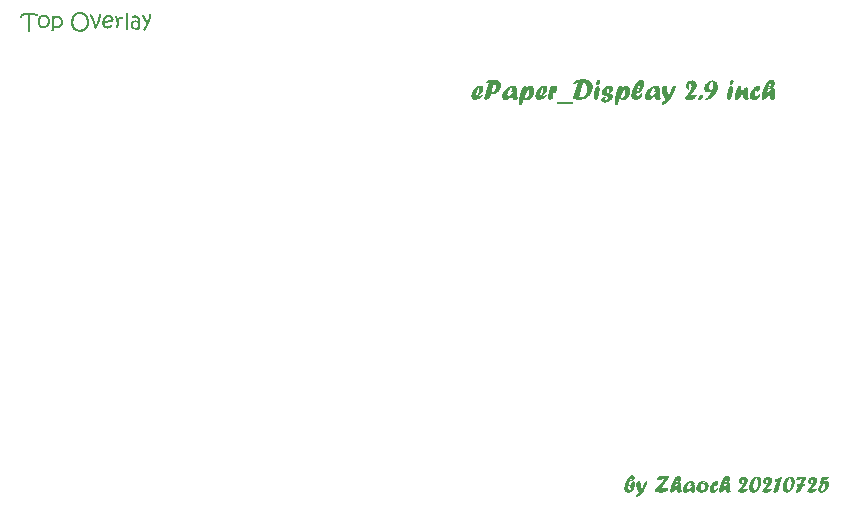
<source format=gto>
G04*
G04 #@! TF.GenerationSoftware,Altium Limited,Altium Designer,21.6.1 (37)*
G04*
G04 Layer_Color=65535*
%FSLAX25Y25*%
%MOIN*%
G70*
G04*
G04 #@! TF.SameCoordinates,2E3D6A0A-ABA2-4879-AB81-27CE6CF8F1C7*
G04*
G04*
G04 #@! TF.FilePolarity,Positive*
G04*
G01*
G75*
G36*
X97413Y-65312D02*
X97600D01*
X97781Y-65319D01*
X97869D01*
X97944Y-65325D01*
X98044D01*
X98094Y-65331D01*
X98156D01*
X98194Y-65338D01*
X98244D01*
X98312Y-65344D01*
X98381Y-65350D01*
X98450Y-65363D01*
X98506Y-65375D01*
X98556Y-65387D01*
X98563D01*
X98575Y-65394D01*
X98612Y-65412D01*
X98650Y-65450D01*
X98663Y-65475D01*
X98669Y-65500D01*
Y-65513D01*
X98663Y-65531D01*
X98656Y-65550D01*
X98644Y-65581D01*
X98631Y-65619D01*
X98606Y-65656D01*
X98575Y-65706D01*
X98569Y-65712D01*
X98563Y-65731D01*
X98537Y-65756D01*
X98513Y-65788D01*
X98481Y-65831D01*
X98444Y-65875D01*
X98350Y-65969D01*
X98338Y-65981D01*
X98312Y-66006D01*
X98269Y-66044D01*
X98206Y-66094D01*
X98137Y-66150D01*
X98056Y-66212D01*
X97969Y-66269D01*
X97881Y-66319D01*
X97869Y-66325D01*
X97844Y-66338D01*
X97794Y-66356D01*
X97731Y-66375D01*
X97663Y-66400D01*
X97581Y-66419D01*
X97500Y-66431D01*
X97413Y-66438D01*
X97331D01*
X97287Y-66431D01*
X97231D01*
X97169Y-66425D01*
X97094Y-66419D01*
X97081Y-66413D01*
X97062Y-66406D01*
X97038Y-66400D01*
X97000D01*
X96700Y-66925D01*
X96719Y-66944D01*
X96725D01*
X96731Y-66938D01*
X96769Y-66925D01*
X96819Y-66900D01*
X96887Y-66875D01*
X96969Y-66844D01*
X97056Y-66819D01*
X97144Y-66787D01*
X97225Y-66769D01*
X97237D01*
X97263Y-66763D01*
X97306Y-66750D01*
X97363Y-66738D01*
X97425Y-66731D01*
X97500Y-66719D01*
X97656Y-66712D01*
X97712D01*
X97750Y-66719D01*
X97794D01*
X97850Y-66725D01*
X97975Y-66744D01*
X98112Y-66775D01*
X98256Y-66825D01*
X98394Y-66887D01*
X98519Y-66975D01*
X98525D01*
X98531Y-66988D01*
X98569Y-67025D01*
X98619Y-67081D01*
X98675Y-67163D01*
X98731Y-67269D01*
X98775Y-67394D01*
X98813Y-67537D01*
X98819Y-67619D01*
X98825Y-67706D01*
Y-67719D01*
Y-67744D01*
X98819Y-67794D01*
Y-67856D01*
X98806Y-67931D01*
X98794Y-68012D01*
X98781Y-68106D01*
X98756Y-68200D01*
Y-68212D01*
X98744Y-68244D01*
X98725Y-68294D01*
X98706Y-68362D01*
X98675Y-68437D01*
X98644Y-68531D01*
X98600Y-68625D01*
X98556Y-68725D01*
X98550Y-68738D01*
X98531Y-68769D01*
X98506Y-68819D01*
X98469Y-68888D01*
X98425Y-68969D01*
X98369Y-69056D01*
X98312Y-69150D01*
X98244Y-69244D01*
X98238Y-69256D01*
X98212Y-69288D01*
X98175Y-69337D01*
X98119Y-69400D01*
X98056Y-69481D01*
X97975Y-69569D01*
X97887Y-69669D01*
X97794Y-69769D01*
X97787Y-69775D01*
X97775Y-69788D01*
X97756Y-69806D01*
X97725Y-69831D01*
X97688Y-69869D01*
X97650Y-69906D01*
X97550Y-69994D01*
X97425Y-70094D01*
X97294Y-70194D01*
X97150Y-70294D01*
X97000Y-70388D01*
X96994D01*
X96981Y-70400D01*
X96962Y-70406D01*
X96931Y-70425D01*
X96900Y-70438D01*
X96856Y-70456D01*
X96763Y-70500D01*
X96656Y-70544D01*
X96538Y-70575D01*
X96412Y-70600D01*
X96294Y-70613D01*
X96256D01*
X96206Y-70606D01*
X96150Y-70600D01*
X96081Y-70594D01*
X96006Y-70575D01*
X95925Y-70556D01*
X95837Y-70525D01*
X95825Y-70519D01*
X95800Y-70506D01*
X95762Y-70487D01*
X95706Y-70456D01*
X95650Y-70419D01*
X95581Y-70375D01*
X95512Y-70325D01*
X95450Y-70269D01*
Y-70262D01*
X95438Y-70256D01*
X95425Y-70237D01*
X95406Y-70213D01*
X95381Y-70181D01*
X95356Y-70144D01*
X95331Y-70100D01*
X95306Y-70050D01*
X95275Y-69994D01*
X95250Y-69931D01*
X95200Y-69788D01*
X95169Y-69619D01*
X95162Y-69525D01*
X95156Y-69425D01*
Y-69419D01*
Y-69394D01*
Y-69356D01*
X95162Y-69306D01*
X95169Y-69244D01*
X95181Y-69175D01*
X95194Y-69094D01*
X95206Y-69012D01*
X95256Y-68831D01*
X95288Y-68731D01*
X95331Y-68638D01*
X95375Y-68544D01*
X95431Y-68456D01*
X95494Y-68369D01*
X95569Y-68287D01*
X95575Y-68281D01*
X95606Y-68250D01*
X95644Y-68212D01*
X95706Y-68169D01*
X95775Y-68112D01*
X95856Y-68056D01*
X95944Y-68000D01*
X96044Y-67944D01*
X96050D01*
X96056Y-67937D01*
X96087Y-67925D01*
X96144Y-67900D01*
X96206Y-67875D01*
X96281Y-67850D01*
X96363Y-67825D01*
X96444Y-67813D01*
X96525Y-67806D01*
X96562D01*
X96594Y-67813D01*
X96637Y-67819D01*
X96675Y-67838D01*
X96712Y-67856D01*
X96737Y-67888D01*
X96744Y-67931D01*
Y-67944D01*
X96737Y-67950D01*
X96712Y-67975D01*
X96681Y-68019D01*
X96644Y-68063D01*
X96600Y-68119D01*
X96562Y-68181D01*
X96519Y-68238D01*
X96481Y-68294D01*
X96475Y-68300D01*
X96469Y-68319D01*
X96450Y-68350D01*
X96425Y-68394D01*
X96400Y-68450D01*
X96369Y-68512D01*
X96337Y-68587D01*
X96306Y-68675D01*
Y-68681D01*
X96300Y-68694D01*
X96294Y-68719D01*
X96281Y-68744D01*
X96269Y-68787D01*
X96256Y-68831D01*
X96244Y-68888D01*
X96231Y-68944D01*
X96213Y-69012D01*
X96200Y-69081D01*
X96175Y-69244D01*
X96156Y-69425D01*
X96150Y-69619D01*
Y-69625D01*
Y-69638D01*
Y-69656D01*
Y-69681D01*
X96156Y-69750D01*
X96169Y-69825D01*
X96188Y-69900D01*
X96219Y-69969D01*
X96237Y-69994D01*
X96256Y-70012D01*
X96281Y-70025D01*
X96312Y-70031D01*
X96325D01*
X96350Y-70025D01*
X96394Y-70019D01*
X96450Y-70000D01*
X96519Y-69969D01*
X96600Y-69925D01*
X96681Y-69863D01*
X96775Y-69781D01*
X96781Y-69775D01*
X96788Y-69769D01*
X96819Y-69731D01*
X96875Y-69669D01*
X96938Y-69587D01*
X97013Y-69488D01*
X97094Y-69362D01*
X97175Y-69225D01*
X97250Y-69075D01*
Y-69069D01*
X97256Y-69056D01*
X97269Y-69031D01*
X97281Y-69006D01*
X97300Y-68969D01*
X97312Y-68925D01*
X97356Y-68825D01*
X97394Y-68713D01*
X97425Y-68594D01*
X97450Y-68469D01*
X97456Y-68356D01*
Y-68350D01*
Y-68338D01*
Y-68319D01*
Y-68287D01*
X97450Y-68212D01*
X97438Y-68125D01*
X97413Y-68025D01*
X97381Y-67925D01*
X97338Y-67831D01*
X97281Y-67750D01*
X97275Y-67744D01*
X97250Y-67719D01*
X97206Y-67687D01*
X97150Y-67650D01*
X97075Y-67612D01*
X96981Y-67581D01*
X96869Y-67556D01*
X96737Y-67550D01*
X96700D01*
X96656Y-67556D01*
X96588D01*
X96513Y-67569D01*
X96412Y-67581D01*
X96300Y-67600D01*
X96175Y-67625D01*
X96169D01*
X96144Y-67631D01*
X96113Y-67637D01*
X96075D01*
X96038Y-67644D01*
X96006Y-67650D01*
X95981Y-67656D01*
X95950D01*
X95931Y-67650D01*
X95900Y-67644D01*
X95837Y-67625D01*
X95806Y-67606D01*
X95775Y-67581D01*
Y-67575D01*
X95762Y-67569D01*
X95750Y-67550D01*
X95737Y-67525D01*
X95713Y-67462D01*
X95706Y-67425D01*
X95700Y-67381D01*
Y-67375D01*
Y-67356D01*
X95706Y-67331D01*
X95713Y-67287D01*
X95725Y-67231D01*
X95744Y-67156D01*
X95769Y-67062D01*
X95806Y-66950D01*
Y-66944D01*
X95812Y-66925D01*
X95825Y-66894D01*
X95837Y-66856D01*
X95850Y-66806D01*
X95869Y-66750D01*
X95894Y-66688D01*
X95919Y-66612D01*
X95969Y-66462D01*
X96031Y-66287D01*
X96100Y-66119D01*
X96169Y-65944D01*
X96194Y-65887D01*
X96200Y-65881D01*
X96213Y-65856D01*
X96231Y-65806D01*
X96244Y-65775D01*
X96263Y-65737D01*
Y-65731D01*
X96269Y-65725D01*
X96281Y-65694D01*
X96300Y-65644D01*
X96331Y-65588D01*
X96363Y-65525D01*
X96394Y-65469D01*
X96431Y-65419D01*
X96463Y-65381D01*
X96469Y-65375D01*
X96481Y-65369D01*
X96506Y-65356D01*
X96538Y-65344D01*
X96588Y-65331D01*
X96644Y-65319D01*
X96712Y-65306D01*
X97225D01*
X97413Y-65312D01*
D02*
G37*
G36*
X33237Y-64806D02*
X33306Y-64812D01*
X33388Y-64831D01*
X33481Y-64856D01*
X33581Y-64900D01*
X33675Y-64956D01*
X33762Y-65031D01*
X33775Y-65044D01*
X33800Y-65075D01*
X33831Y-65119D01*
X33875Y-65188D01*
X33919Y-65275D01*
X33950Y-65375D01*
X33975Y-65494D01*
X33988Y-65625D01*
Y-65637D01*
Y-65669D01*
X33975Y-65725D01*
X33963Y-65794D01*
X33937Y-65881D01*
X33900Y-65975D01*
X33850Y-66081D01*
X33781Y-66188D01*
X33775Y-66200D01*
X33744Y-66237D01*
X33700Y-66287D01*
X33637Y-66356D01*
X33569Y-66431D01*
X33481Y-66506D01*
X33381Y-66588D01*
X33269Y-66663D01*
X33263D01*
X33256Y-66669D01*
X33219Y-66694D01*
X33156Y-66719D01*
X33081Y-66756D01*
X32987Y-66787D01*
X32888Y-66819D01*
X32781Y-66844D01*
X32669Y-66850D01*
X32650D01*
X32625Y-66844D01*
X32600D01*
X32575Y-66831D01*
X32550Y-66819D01*
X32537Y-66806D01*
X32531Y-66781D01*
Y-66769D01*
X32537Y-66756D01*
X32544Y-66731D01*
X32556Y-66706D01*
X32581Y-66669D01*
X32606Y-66625D01*
X32644Y-66575D01*
X32650Y-66562D01*
X32675Y-66531D01*
X32713Y-66481D01*
X32756Y-66419D01*
X32806Y-66338D01*
X32862Y-66244D01*
X32919Y-66137D01*
X32969Y-66025D01*
Y-66019D01*
X32975Y-66013D01*
X32981Y-65994D01*
X32987Y-65969D01*
X33013Y-65912D01*
X33037Y-65838D01*
X33062Y-65750D01*
X33088Y-65656D01*
X33100Y-65562D01*
X33106Y-65475D01*
Y-65462D01*
Y-65438D01*
X33100Y-65406D01*
Y-65363D01*
X33088Y-65325D01*
X33075Y-65288D01*
X33062Y-65263D01*
X33037Y-65256D01*
X33031D01*
X33025Y-65263D01*
X33000Y-65269D01*
X32975Y-65288D01*
X32944Y-65319D01*
X32900Y-65369D01*
X32850Y-65438D01*
X32819Y-65475D01*
X32787Y-65525D01*
X32781Y-65538D01*
X32763Y-65569D01*
X32731Y-65625D01*
X32688Y-65700D01*
X32644Y-65788D01*
X32594Y-65894D01*
X32537Y-66006D01*
X32487Y-66131D01*
X32481Y-66137D01*
X32475Y-66169D01*
X32456Y-66212D01*
X32438Y-66269D01*
X32412Y-66344D01*
X32381Y-66431D01*
X32344Y-66525D01*
X32313Y-66631D01*
X32275Y-66750D01*
X32231Y-66869D01*
X32150Y-67131D01*
X32075Y-67406D01*
X32006Y-67687D01*
Y-67694D01*
X32000Y-67719D01*
X31994Y-67756D01*
X31981Y-67813D01*
X31969Y-67875D01*
X31956Y-67950D01*
X31938Y-68031D01*
X31925Y-68119D01*
X31894Y-68319D01*
X31869Y-68531D01*
X31850Y-68744D01*
X31844Y-68944D01*
Y-68950D01*
Y-68963D01*
Y-68981D01*
Y-69006D01*
X31850Y-69081D01*
X31863Y-69169D01*
X31875Y-69275D01*
X31894Y-69381D01*
X31925Y-69494D01*
X31969Y-69600D01*
X31975Y-69612D01*
X31994Y-69644D01*
X32019Y-69681D01*
X32056Y-69731D01*
X32100Y-69781D01*
X32150Y-69819D01*
X32212Y-69850D01*
X32275Y-69863D01*
X32287D01*
X32313Y-69856D01*
X32356Y-69850D01*
X32406Y-69831D01*
X32469Y-69800D01*
X32531Y-69756D01*
X32594Y-69694D01*
X32650Y-69606D01*
X32656Y-69594D01*
X32675Y-69556D01*
X32700Y-69500D01*
X32731Y-69419D01*
X32763Y-69319D01*
X32794Y-69194D01*
X32819Y-69050D01*
X32838Y-68888D01*
X32831D01*
X32819Y-68894D01*
X32781Y-68900D01*
X32731Y-68913D01*
X32713Y-68919D01*
X32669D01*
X32644Y-68913D01*
X32612Y-68906D01*
X32575Y-68894D01*
X32537Y-68875D01*
X32500Y-68850D01*
X32462Y-68813D01*
X32456Y-68806D01*
X32450Y-68794D01*
X32438Y-68769D01*
X32419Y-68738D01*
X32400Y-68700D01*
X32388Y-68656D01*
X32381Y-68606D01*
X32375Y-68550D01*
Y-68544D01*
Y-68537D01*
Y-68519D01*
X32381Y-68494D01*
Y-68463D01*
X32388Y-68425D01*
X32394Y-68381D01*
X32406Y-68325D01*
X32431Y-68212D01*
X32469Y-68069D01*
X32525Y-67913D01*
X32600Y-67731D01*
Y-67725D01*
X32612Y-67706D01*
X32625Y-67681D01*
X32638Y-67650D01*
X32662Y-67606D01*
X32681Y-67556D01*
X32744Y-67450D01*
X32812Y-67325D01*
X32894Y-67200D01*
X32981Y-67081D01*
X33069Y-66981D01*
X33075Y-66975D01*
X33100Y-66950D01*
X33138Y-66925D01*
X33187Y-66887D01*
X33250Y-66856D01*
X33319Y-66825D01*
X33400Y-66806D01*
X33481Y-66800D01*
X33512D01*
X33544Y-66806D01*
X33588Y-66812D01*
X33631Y-66831D01*
X33687Y-66850D01*
X33737Y-66881D01*
X33788Y-66919D01*
X33794Y-66925D01*
X33806Y-66938D01*
X33831Y-66969D01*
X33863Y-67006D01*
X33894Y-67056D01*
X33925Y-67112D01*
X33956Y-67181D01*
X33988Y-67263D01*
X33994Y-67275D01*
X34000Y-67300D01*
X34012Y-67350D01*
X34025Y-67413D01*
X34038Y-67488D01*
X34044Y-67575D01*
X34056Y-67675D01*
Y-67781D01*
Y-67787D01*
Y-67813D01*
Y-67856D01*
X34050Y-67906D01*
X34044Y-67975D01*
X34038Y-68050D01*
X34031Y-68144D01*
X34019Y-68238D01*
X34000Y-68344D01*
X33981Y-68456D01*
X33925Y-68694D01*
X33887Y-68813D01*
X33844Y-68937D01*
X33794Y-69063D01*
X33737Y-69187D01*
X33731Y-69194D01*
X33725Y-69219D01*
X33706Y-69250D01*
X33681Y-69294D01*
X33650Y-69350D01*
X33612Y-69412D01*
X33569Y-69488D01*
X33519Y-69563D01*
X33394Y-69731D01*
X33250Y-69906D01*
X33088Y-70075D01*
X32994Y-70156D01*
X32900Y-70231D01*
X32894Y-70237D01*
X32875Y-70250D01*
X32850Y-70269D01*
X32812Y-70294D01*
X32763Y-70319D01*
X32706Y-70356D01*
X32638Y-70388D01*
X32569Y-70425D01*
X32487Y-70463D01*
X32400Y-70494D01*
X32212Y-70556D01*
X32106Y-70581D01*
X32000Y-70600D01*
X31894Y-70613D01*
X31781Y-70619D01*
X31719D01*
X31681Y-70613D01*
X31644Y-70606D01*
X31550Y-70594D01*
X31444Y-70575D01*
X31331Y-70544D01*
X31212Y-70500D01*
X31100Y-70438D01*
X31087Y-70431D01*
X31050Y-70400D01*
X31000Y-70363D01*
X30937Y-70300D01*
X30863Y-70225D01*
X30794Y-70131D01*
X30719Y-70025D01*
X30656Y-69906D01*
Y-69900D01*
X30650Y-69888D01*
X30644Y-69869D01*
X30631Y-69844D01*
X30619Y-69813D01*
X30606Y-69769D01*
X30581Y-69675D01*
X30550Y-69556D01*
X30525Y-69419D01*
X30506Y-69262D01*
X30500Y-69100D01*
Y-69094D01*
Y-69081D01*
Y-69056D01*
Y-69025D01*
X30506Y-68981D01*
Y-68931D01*
X30512Y-68875D01*
X30519Y-68813D01*
X30525Y-68744D01*
X30531Y-68669D01*
X30556Y-68506D01*
X30594Y-68319D01*
X30637Y-68125D01*
Y-68119D01*
X30644Y-68100D01*
X30650Y-68069D01*
X30663Y-68031D01*
X30681Y-67981D01*
X30694Y-67925D01*
X30719Y-67856D01*
X30744Y-67781D01*
X30769Y-67706D01*
X30800Y-67619D01*
X30863Y-67431D01*
X30944Y-67231D01*
X31031Y-67025D01*
X31038Y-67019D01*
X31044Y-67000D01*
X31056Y-66969D01*
X31075Y-66931D01*
X31100Y-66881D01*
X31131Y-66819D01*
X31163Y-66750D01*
X31200Y-66675D01*
X31288Y-66513D01*
X31394Y-66325D01*
X31506Y-66131D01*
X31631Y-65931D01*
X31637Y-65925D01*
X31650Y-65906D01*
X31669Y-65875D01*
X31700Y-65838D01*
X31731Y-65788D01*
X31775Y-65731D01*
X31825Y-65669D01*
X31881Y-65606D01*
X32006Y-65462D01*
X32150Y-65312D01*
X32306Y-65169D01*
X32481Y-65038D01*
X32487D01*
X32494Y-65025D01*
X32513Y-65013D01*
X32537Y-65000D01*
X32606Y-64963D01*
X32694Y-64919D01*
X32794Y-64875D01*
X32912Y-64837D01*
X33044Y-64812D01*
X33175Y-64800D01*
X33213D01*
X33237Y-64806D01*
D02*
G37*
G36*
X64863Y-65044D02*
X64900D01*
X64944Y-65050D01*
X65044Y-65069D01*
X65156Y-65100D01*
X65269Y-65150D01*
X65387Y-65219D01*
X65444Y-65256D01*
X65494Y-65306D01*
X65500D01*
X65506Y-65319D01*
X65538Y-65356D01*
X65581Y-65412D01*
X65631Y-65487D01*
X65681Y-65588D01*
X65725Y-65706D01*
X65756Y-65838D01*
X65769Y-65912D01*
Y-65987D01*
Y-66000D01*
Y-66037D01*
X65763Y-66094D01*
X65750Y-66169D01*
X65725Y-66263D01*
X65700Y-66369D01*
X65656Y-66481D01*
X65600Y-66600D01*
Y-66606D01*
X65594Y-66612D01*
X65581Y-66631D01*
X65569Y-66656D01*
X65531Y-66719D01*
X65481Y-66800D01*
X65419Y-66894D01*
X65338Y-67000D01*
X65244Y-67106D01*
X65137Y-67219D01*
X65131Y-67225D01*
X65106Y-67250D01*
X65062Y-67287D01*
X65013Y-67331D01*
X64950Y-67381D01*
X64875Y-67437D01*
X64794Y-67494D01*
X64706Y-67550D01*
X64694Y-67556D01*
X64669Y-67569D01*
X64625Y-67594D01*
X64569Y-67619D01*
X64512Y-67644D01*
X64450Y-67669D01*
X64394Y-67681D01*
X64337Y-67687D01*
X64331D01*
X64312Y-67681D01*
X64294Y-67675D01*
X64269Y-67663D01*
X64262Y-67656D01*
X64256Y-67644D01*
X64244Y-67619D01*
X64237Y-67588D01*
Y-67575D01*
X64244Y-67556D01*
X64250Y-67531D01*
X64262Y-67500D01*
X64281Y-67456D01*
X64306Y-67400D01*
X64337Y-67331D01*
X64344Y-67319D01*
X64356Y-67294D01*
X64381Y-67244D01*
X64412Y-67181D01*
X64450Y-67100D01*
X64487Y-67006D01*
X64531Y-66900D01*
X64575Y-66787D01*
Y-66781D01*
X64581Y-66775D01*
X64587Y-66756D01*
X64594Y-66731D01*
X64619Y-66669D01*
X64644Y-66594D01*
X64669Y-66500D01*
X64700Y-66400D01*
X64756Y-66181D01*
Y-66175D01*
Y-66169D01*
X64769Y-66131D01*
X64775Y-66081D01*
X64788Y-66013D01*
X64800Y-65938D01*
X64806Y-65856D01*
X64819Y-65775D01*
Y-65700D01*
Y-65631D01*
Y-65625D01*
Y-65606D01*
Y-65581D01*
X64812Y-65556D01*
X64806Y-65531D01*
X64800Y-65506D01*
X64788Y-65487D01*
X64775Y-65481D01*
X64769D01*
X64756Y-65487D01*
X64737Y-65500D01*
X64713Y-65519D01*
X64688Y-65550D01*
X64650Y-65588D01*
X64613Y-65644D01*
X64606Y-65650D01*
X64594Y-65675D01*
X64575Y-65706D01*
X64544Y-65750D01*
X64512Y-65800D01*
X64481Y-65863D01*
X64412Y-66000D01*
Y-66006D01*
X64400Y-66025D01*
X64394Y-66050D01*
X64375Y-66088D01*
X64356Y-66137D01*
X64337Y-66188D01*
X64312Y-66250D01*
X64281Y-66325D01*
X64250Y-66400D01*
X64225Y-66481D01*
X64156Y-66663D01*
X64087Y-66862D01*
X64025Y-67069D01*
Y-67075D01*
X64019Y-67094D01*
X64006Y-67125D01*
X64000Y-67163D01*
X63981Y-67212D01*
X63969Y-67275D01*
X63950Y-67344D01*
X63931Y-67419D01*
X63906Y-67500D01*
X63888Y-67588D01*
X63844Y-67775D01*
X63800Y-67975D01*
X63762Y-68187D01*
Y-68200D01*
X63756Y-68225D01*
X63750Y-68269D01*
X63744Y-68325D01*
X63731Y-68394D01*
X63725Y-68475D01*
X63713Y-68563D01*
X63700Y-68656D01*
X63719Y-68669D01*
X63725Y-68663D01*
X63737Y-68650D01*
X63756Y-68631D01*
X63788Y-68600D01*
X63856Y-68531D01*
X63944Y-68444D01*
X64038Y-68344D01*
X64138Y-68250D01*
X64231Y-68163D01*
X64312Y-68088D01*
X64325Y-68081D01*
X64350Y-68056D01*
X64394Y-68019D01*
X64450Y-67969D01*
X64525Y-67913D01*
X64613Y-67844D01*
X64713Y-67769D01*
X64825Y-67687D01*
X64831Y-67681D01*
X64844Y-67675D01*
X64863Y-67663D01*
X64894Y-67644D01*
X64963Y-67600D01*
X65056Y-67550D01*
X65156Y-67500D01*
X65263Y-67456D01*
X65375Y-67425D01*
X65425Y-67413D01*
X65500D01*
X65531Y-67419D01*
X65569Y-67425D01*
X65613Y-67444D01*
X65656Y-67462D01*
X65694Y-67494D01*
X65731Y-67531D01*
X65737Y-67537D01*
X65744Y-67550D01*
X65763Y-67581D01*
X65781Y-67619D01*
X65794Y-67663D01*
X65812Y-67719D01*
X65819Y-67787D01*
X65825Y-67862D01*
Y-67869D01*
Y-67881D01*
Y-67913D01*
X65819Y-67950D01*
X65812Y-68000D01*
X65806Y-68056D01*
X65794Y-68125D01*
X65775Y-68206D01*
Y-68212D01*
X65769Y-68225D01*
Y-68250D01*
X65763Y-68287D01*
X65756Y-68325D01*
X65750Y-68375D01*
X65737Y-68481D01*
X65719Y-68612D01*
X65706Y-68744D01*
X65700Y-68881D01*
X65694Y-69006D01*
Y-69012D01*
Y-69031D01*
Y-69063D01*
Y-69100D01*
X65700Y-69150D01*
Y-69206D01*
X65712Y-69325D01*
Y-69331D01*
X65719Y-69350D01*
X65725Y-69388D01*
X65737Y-69437D01*
X65756Y-69506D01*
X65781Y-69594D01*
X65812Y-69706D01*
X65831Y-69775D01*
X65850Y-69844D01*
X65856Y-69856D01*
X65863Y-69888D01*
X65881Y-69937D01*
X65900Y-69994D01*
X65912Y-70056D01*
X65931Y-70106D01*
X65938Y-70150D01*
X65944Y-70175D01*
Y-70187D01*
X65938Y-70194D01*
X65925Y-70213D01*
X65912Y-70231D01*
X65887Y-70256D01*
X65850Y-70281D01*
X65806Y-70306D01*
X65800D01*
X65788Y-70319D01*
X65763Y-70331D01*
X65737Y-70350D01*
X65700Y-70369D01*
X65656Y-70394D01*
X65550Y-70444D01*
X65431Y-70500D01*
X65300Y-70544D01*
X65162Y-70575D01*
X65094Y-70581D01*
X65025Y-70587D01*
X65013D01*
X64975Y-70581D01*
X64925Y-70575D01*
X64856Y-70550D01*
X64781Y-70519D01*
X64700Y-70469D01*
X64625Y-70400D01*
X64587Y-70356D01*
X64550Y-70306D01*
Y-70300D01*
X64544Y-70294D01*
X64531Y-70275D01*
X64525Y-70256D01*
X64494Y-70194D01*
X64463Y-70106D01*
X64425Y-70000D01*
X64400Y-69869D01*
X64375Y-69725D01*
X64369Y-69563D01*
Y-69556D01*
Y-69531D01*
Y-69494D01*
X64375Y-69437D01*
Y-69375D01*
X64381Y-69300D01*
X64388Y-69219D01*
X64400Y-69125D01*
X64381Y-69106D01*
X64375Y-69112D01*
X64356Y-69131D01*
X64325Y-69162D01*
X64288Y-69200D01*
X64244Y-69250D01*
X64194Y-69300D01*
X64075Y-69425D01*
X63944Y-69556D01*
X63819Y-69687D01*
X63706Y-69806D01*
X63662Y-69856D01*
X63619Y-69900D01*
X63613Y-69906D01*
X63587Y-69931D01*
X63550Y-69963D01*
X63500Y-70006D01*
X63437Y-70056D01*
X63369Y-70119D01*
X63294Y-70181D01*
X63213Y-70244D01*
X63031Y-70369D01*
X62944Y-70425D01*
X62850Y-70481D01*
X62756Y-70525D01*
X62669Y-70556D01*
X62587Y-70581D01*
X62512Y-70587D01*
X62506D01*
X62481Y-70581D01*
X62450Y-70575D01*
X62413Y-70556D01*
X62362Y-70531D01*
X62319Y-70487D01*
X62269Y-70431D01*
X62225Y-70356D01*
X62219Y-70344D01*
X62206Y-70312D01*
X62187Y-70262D01*
X62169Y-70187D01*
X62150Y-70100D01*
X62131Y-70000D01*
X62119Y-69875D01*
X62112Y-69744D01*
Y-69731D01*
Y-69706D01*
X62119Y-69662D01*
Y-69594D01*
X62125Y-69519D01*
X62138Y-69419D01*
X62156Y-69306D01*
X62175Y-69181D01*
X62200Y-69037D01*
X62238Y-68881D01*
X62275Y-68706D01*
X62325Y-68525D01*
X62381Y-68331D01*
X62450Y-68119D01*
X62525Y-67900D01*
X62612Y-67669D01*
Y-67663D01*
X62619Y-67644D01*
X62631Y-67619D01*
X62650Y-67588D01*
X62669Y-67537D01*
X62687Y-67488D01*
X62713Y-67431D01*
X62744Y-67369D01*
X62806Y-67225D01*
X62875Y-67062D01*
X62956Y-66900D01*
X63038Y-66731D01*
Y-66725D01*
X63050Y-66712D01*
X63063Y-66688D01*
X63075Y-66656D01*
X63094Y-66619D01*
X63119Y-66569D01*
X63175Y-66462D01*
X63244Y-66344D01*
X63313Y-66212D01*
X63394Y-66081D01*
X63469Y-65956D01*
X63475Y-65944D01*
X63494Y-65919D01*
X63525Y-65875D01*
X63563Y-65819D01*
X63613Y-65756D01*
X63662Y-65688D01*
X63781Y-65556D01*
X63788Y-65550D01*
X63813Y-65525D01*
X63844Y-65494D01*
X63881Y-65456D01*
X63931Y-65406D01*
X63987Y-65363D01*
X64106Y-65269D01*
X64113Y-65263D01*
X64138Y-65250D01*
X64169Y-65231D01*
X64213Y-65206D01*
X64262Y-65175D01*
X64319Y-65150D01*
X64444Y-65100D01*
X64450D01*
X64475Y-65087D01*
X64506Y-65081D01*
X64556Y-65069D01*
X64606Y-65056D01*
X64662Y-65050D01*
X64794Y-65038D01*
X64837D01*
X64863Y-65044D01*
D02*
G37*
G36*
X48581Y-65044D02*
X48619D01*
X48662Y-65050D01*
X48763Y-65069D01*
X48875Y-65100D01*
X48987Y-65150D01*
X49106Y-65219D01*
X49163Y-65256D01*
X49213Y-65306D01*
X49219D01*
X49225Y-65319D01*
X49256Y-65356D01*
X49300Y-65412D01*
X49350Y-65487D01*
X49400Y-65588D01*
X49444Y-65706D01*
X49475Y-65838D01*
X49488Y-65912D01*
Y-65987D01*
Y-66000D01*
Y-66037D01*
X49481Y-66094D01*
X49469Y-66169D01*
X49444Y-66263D01*
X49419Y-66369D01*
X49375Y-66481D01*
X49319Y-66600D01*
Y-66606D01*
X49312Y-66612D01*
X49300Y-66631D01*
X49288Y-66656D01*
X49250Y-66719D01*
X49200Y-66800D01*
X49137Y-66894D01*
X49056Y-67000D01*
X48963Y-67106D01*
X48856Y-67219D01*
X48850Y-67225D01*
X48825Y-67250D01*
X48781Y-67287D01*
X48731Y-67331D01*
X48669Y-67381D01*
X48594Y-67437D01*
X48513Y-67494D01*
X48425Y-67550D01*
X48412Y-67556D01*
X48388Y-67569D01*
X48344Y-67594D01*
X48287Y-67619D01*
X48231Y-67644D01*
X48169Y-67669D01*
X48112Y-67681D01*
X48056Y-67687D01*
X48050D01*
X48031Y-67681D01*
X48013Y-67675D01*
X47987Y-67663D01*
X47981Y-67656D01*
X47975Y-67644D01*
X47962Y-67619D01*
X47956Y-67588D01*
Y-67575D01*
X47962Y-67556D01*
X47969Y-67531D01*
X47981Y-67500D01*
X48000Y-67456D01*
X48025Y-67400D01*
X48056Y-67331D01*
X48063Y-67319D01*
X48075Y-67294D01*
X48100Y-67244D01*
X48131Y-67181D01*
X48169Y-67100D01*
X48206Y-67006D01*
X48250Y-66900D01*
X48294Y-66787D01*
Y-66781D01*
X48300Y-66775D01*
X48306Y-66756D01*
X48313Y-66731D01*
X48338Y-66669D01*
X48362Y-66594D01*
X48388Y-66500D01*
X48419Y-66400D01*
X48475Y-66181D01*
Y-66175D01*
Y-66169D01*
X48487Y-66131D01*
X48494Y-66081D01*
X48506Y-66013D01*
X48519Y-65938D01*
X48525Y-65856D01*
X48537Y-65775D01*
Y-65700D01*
Y-65631D01*
Y-65625D01*
Y-65606D01*
Y-65581D01*
X48531Y-65556D01*
X48525Y-65531D01*
X48519Y-65506D01*
X48506Y-65487D01*
X48494Y-65481D01*
X48487D01*
X48475Y-65487D01*
X48456Y-65500D01*
X48431Y-65519D01*
X48406Y-65550D01*
X48369Y-65588D01*
X48331Y-65644D01*
X48325Y-65650D01*
X48313Y-65675D01*
X48294Y-65706D01*
X48263Y-65750D01*
X48231Y-65800D01*
X48200Y-65863D01*
X48131Y-66000D01*
Y-66006D01*
X48119Y-66025D01*
X48112Y-66050D01*
X48094Y-66088D01*
X48075Y-66137D01*
X48056Y-66188D01*
X48031Y-66250D01*
X48000Y-66325D01*
X47969Y-66400D01*
X47944Y-66481D01*
X47875Y-66663D01*
X47806Y-66862D01*
X47744Y-67069D01*
Y-67075D01*
X47738Y-67094D01*
X47725Y-67125D01*
X47719Y-67163D01*
X47700Y-67212D01*
X47688Y-67275D01*
X47669Y-67344D01*
X47650Y-67419D01*
X47625Y-67500D01*
X47606Y-67588D01*
X47563Y-67775D01*
X47519Y-67975D01*
X47481Y-68187D01*
Y-68200D01*
X47475Y-68225D01*
X47469Y-68269D01*
X47462Y-68325D01*
X47450Y-68394D01*
X47444Y-68475D01*
X47431Y-68563D01*
X47419Y-68656D01*
X47438Y-68669D01*
X47444Y-68663D01*
X47456Y-68650D01*
X47475Y-68631D01*
X47506Y-68600D01*
X47575Y-68531D01*
X47662Y-68444D01*
X47756Y-68344D01*
X47856Y-68250D01*
X47950Y-68163D01*
X48031Y-68088D01*
X48044Y-68081D01*
X48069Y-68056D01*
X48112Y-68019D01*
X48169Y-67969D01*
X48244Y-67913D01*
X48331Y-67844D01*
X48431Y-67769D01*
X48544Y-67687D01*
X48550Y-67681D01*
X48562Y-67675D01*
X48581Y-67663D01*
X48612Y-67644D01*
X48681Y-67600D01*
X48775Y-67550D01*
X48875Y-67500D01*
X48981Y-67456D01*
X49094Y-67425D01*
X49144Y-67413D01*
X49219D01*
X49250Y-67419D01*
X49288Y-67425D01*
X49331Y-67444D01*
X49375Y-67462D01*
X49413Y-67494D01*
X49450Y-67531D01*
X49456Y-67537D01*
X49463Y-67550D01*
X49481Y-67581D01*
X49500Y-67619D01*
X49512Y-67663D01*
X49531Y-67719D01*
X49538Y-67787D01*
X49544Y-67862D01*
Y-67869D01*
Y-67881D01*
Y-67913D01*
X49538Y-67950D01*
X49531Y-68000D01*
X49525Y-68056D01*
X49512Y-68125D01*
X49494Y-68206D01*
Y-68212D01*
X49488Y-68225D01*
Y-68250D01*
X49481Y-68287D01*
X49475Y-68325D01*
X49469Y-68375D01*
X49456Y-68481D01*
X49437Y-68612D01*
X49425Y-68744D01*
X49419Y-68881D01*
X49413Y-69006D01*
Y-69012D01*
Y-69031D01*
Y-69063D01*
Y-69100D01*
X49419Y-69150D01*
Y-69206D01*
X49431Y-69325D01*
Y-69331D01*
X49437Y-69350D01*
X49444Y-69388D01*
X49456Y-69437D01*
X49475Y-69506D01*
X49500Y-69594D01*
X49531Y-69706D01*
X49550Y-69775D01*
X49569Y-69844D01*
X49575Y-69856D01*
X49581Y-69888D01*
X49600Y-69937D01*
X49619Y-69994D01*
X49631Y-70056D01*
X49650Y-70106D01*
X49656Y-70150D01*
X49663Y-70175D01*
Y-70187D01*
X49656Y-70194D01*
X49644Y-70213D01*
X49631Y-70231D01*
X49606Y-70256D01*
X49569Y-70281D01*
X49525Y-70306D01*
X49519D01*
X49506Y-70319D01*
X49481Y-70331D01*
X49456Y-70350D01*
X49419Y-70369D01*
X49375Y-70394D01*
X49269Y-70444D01*
X49150Y-70500D01*
X49019Y-70544D01*
X48881Y-70575D01*
X48812Y-70581D01*
X48744Y-70587D01*
X48731D01*
X48694Y-70581D01*
X48644Y-70575D01*
X48575Y-70550D01*
X48500Y-70519D01*
X48419Y-70469D01*
X48344Y-70400D01*
X48306Y-70356D01*
X48269Y-70306D01*
Y-70300D01*
X48263Y-70294D01*
X48250Y-70275D01*
X48244Y-70256D01*
X48213Y-70194D01*
X48181Y-70106D01*
X48144Y-70000D01*
X48119Y-69869D01*
X48094Y-69725D01*
X48087Y-69563D01*
Y-69556D01*
Y-69531D01*
Y-69494D01*
X48094Y-69437D01*
Y-69375D01*
X48100Y-69300D01*
X48106Y-69219D01*
X48119Y-69125D01*
X48100Y-69106D01*
X48094Y-69112D01*
X48075Y-69131D01*
X48044Y-69162D01*
X48006Y-69200D01*
X47962Y-69250D01*
X47912Y-69300D01*
X47794Y-69425D01*
X47662Y-69556D01*
X47537Y-69687D01*
X47425Y-69806D01*
X47381Y-69856D01*
X47337Y-69900D01*
X47331Y-69906D01*
X47306Y-69931D01*
X47269Y-69963D01*
X47219Y-70006D01*
X47156Y-70056D01*
X47087Y-70119D01*
X47012Y-70181D01*
X46931Y-70244D01*
X46750Y-70369D01*
X46663Y-70425D01*
X46569Y-70481D01*
X46475Y-70525D01*
X46387Y-70556D01*
X46306Y-70581D01*
X46231Y-70587D01*
X46225D01*
X46200Y-70581D01*
X46169Y-70575D01*
X46131Y-70556D01*
X46081Y-70531D01*
X46038Y-70487D01*
X45987Y-70431D01*
X45944Y-70356D01*
X45937Y-70344D01*
X45925Y-70312D01*
X45906Y-70262D01*
X45888Y-70187D01*
X45869Y-70100D01*
X45850Y-70000D01*
X45838Y-69875D01*
X45831Y-69744D01*
Y-69731D01*
Y-69706D01*
X45838Y-69662D01*
Y-69594D01*
X45844Y-69519D01*
X45856Y-69419D01*
X45875Y-69306D01*
X45894Y-69181D01*
X45919Y-69037D01*
X45956Y-68881D01*
X45994Y-68706D01*
X46044Y-68525D01*
X46100Y-68331D01*
X46169Y-68119D01*
X46244Y-67900D01*
X46331Y-67669D01*
Y-67663D01*
X46338Y-67644D01*
X46350Y-67619D01*
X46369Y-67588D01*
X46387Y-67537D01*
X46406Y-67488D01*
X46431Y-67431D01*
X46463Y-67369D01*
X46525Y-67225D01*
X46594Y-67062D01*
X46675Y-66900D01*
X46756Y-66731D01*
Y-66725D01*
X46769Y-66712D01*
X46781Y-66688D01*
X46794Y-66656D01*
X46812Y-66619D01*
X46837Y-66569D01*
X46894Y-66462D01*
X46962Y-66344D01*
X47031Y-66212D01*
X47113Y-66081D01*
X47188Y-65956D01*
X47194Y-65944D01*
X47212Y-65919D01*
X47244Y-65875D01*
X47281Y-65819D01*
X47331Y-65756D01*
X47381Y-65688D01*
X47500Y-65556D01*
X47506Y-65550D01*
X47531Y-65525D01*
X47563Y-65494D01*
X47600Y-65456D01*
X47650Y-65406D01*
X47706Y-65363D01*
X47825Y-65269D01*
X47831Y-65263D01*
X47856Y-65250D01*
X47888Y-65231D01*
X47931Y-65206D01*
X47981Y-65175D01*
X48037Y-65150D01*
X48162Y-65100D01*
X48169D01*
X48194Y-65087D01*
X48225Y-65081D01*
X48275Y-65069D01*
X48325Y-65056D01*
X48381Y-65050D01*
X48513Y-65038D01*
X48556D01*
X48581Y-65044D01*
D02*
G37*
G36*
X61200Y-66719D02*
X61256Y-66725D01*
X61325Y-66738D01*
X61406Y-66763D01*
X61488Y-66794D01*
X61563Y-66838D01*
X61638Y-66894D01*
X61644Y-66900D01*
X61669Y-66925D01*
X61694Y-66962D01*
X61731Y-67006D01*
X61762Y-67069D01*
X61794Y-67144D01*
X61813Y-67231D01*
X61819Y-67331D01*
Y-67344D01*
Y-67375D01*
X61813Y-67419D01*
X61800Y-67481D01*
X61781Y-67556D01*
X61756Y-67637D01*
X61725Y-67725D01*
X61675Y-67819D01*
X61669Y-67831D01*
X61650Y-67856D01*
X61619Y-67906D01*
X61581Y-67962D01*
X61531Y-68025D01*
X61469Y-68088D01*
X61400Y-68156D01*
X61325Y-68219D01*
X61319Y-68225D01*
X61287Y-68244D01*
X61250Y-68269D01*
X61194Y-68294D01*
X61131Y-68325D01*
X61056Y-68350D01*
X60981Y-68369D01*
X60900Y-68375D01*
X60881D01*
X60844Y-68362D01*
X60800Y-68338D01*
X60787Y-68319D01*
X60781Y-68287D01*
Y-68281D01*
X60787Y-68256D01*
X60800Y-68219D01*
X60812Y-68187D01*
X60825Y-68150D01*
Y-68144D01*
X60831Y-68138D01*
X60850Y-68100D01*
X60875Y-68044D01*
X60906Y-67975D01*
X60938Y-67881D01*
X60962Y-67775D01*
X60981Y-67663D01*
X60988Y-67537D01*
Y-67531D01*
Y-67513D01*
Y-67481D01*
X60981Y-67450D01*
X60975Y-67419D01*
X60969Y-67387D01*
X60956Y-67369D01*
X60944Y-67362D01*
X60931D01*
X60919Y-67369D01*
X60900Y-67381D01*
X60881Y-67400D01*
X60850Y-67425D01*
X60819Y-67462D01*
X60781Y-67513D01*
X60775Y-67519D01*
X60763Y-67537D01*
X60744Y-67569D01*
X60725Y-67606D01*
X60694Y-67656D01*
X60663Y-67712D01*
X60637Y-67781D01*
X60606Y-67850D01*
Y-67856D01*
X60600Y-67862D01*
X60594Y-67881D01*
X60588Y-67906D01*
X60562Y-67969D01*
X60531Y-68050D01*
X60500Y-68150D01*
X60469Y-68262D01*
X60431Y-68381D01*
X60400Y-68512D01*
Y-68519D01*
X60394Y-68525D01*
Y-68544D01*
X60387Y-68569D01*
X60375Y-68638D01*
X60362Y-68719D01*
X60344Y-68813D01*
X60331Y-68913D01*
X60325Y-69012D01*
X60319Y-69106D01*
Y-69119D01*
Y-69150D01*
X60325Y-69200D01*
X60331Y-69262D01*
X60338Y-69325D01*
X60356Y-69400D01*
X60375Y-69469D01*
X60400Y-69531D01*
X60406Y-69538D01*
X60413Y-69556D01*
X60431Y-69581D01*
X60462Y-69606D01*
X60494Y-69638D01*
X60531Y-69662D01*
X60581Y-69681D01*
X60631Y-69687D01*
X60656D01*
X60688Y-69681D01*
X60725Y-69669D01*
X60775Y-69656D01*
X60838Y-69631D01*
X60913Y-69594D01*
X60994Y-69550D01*
X61006Y-69544D01*
X61031Y-69525D01*
X61075Y-69494D01*
X61137Y-69450D01*
X61200Y-69400D01*
X61275Y-69337D01*
X61350Y-69269D01*
X61425Y-69194D01*
X61431Y-69187D01*
X61437Y-69175D01*
X61475Y-69138D01*
X61525Y-69100D01*
X61550Y-69087D01*
X61575Y-69081D01*
X61594D01*
X61625Y-69094D01*
X61644Y-69106D01*
X61663Y-69131D01*
X61669Y-69156D01*
X61675Y-69194D01*
Y-69200D01*
Y-69213D01*
Y-69244D01*
X61669Y-69275D01*
X61663Y-69319D01*
X61656Y-69369D01*
X61644Y-69425D01*
X61625Y-69488D01*
X61581Y-69631D01*
X61550Y-69700D01*
X61513Y-69781D01*
X61469Y-69856D01*
X61413Y-69931D01*
X61356Y-70012D01*
X61287Y-70087D01*
X61275Y-70100D01*
X61238Y-70131D01*
X61187Y-70181D01*
X61112Y-70237D01*
X61019Y-70306D01*
X60919Y-70375D01*
X60800Y-70450D01*
X60675Y-70512D01*
X60669D01*
X60663Y-70519D01*
X60644Y-70525D01*
X60619Y-70538D01*
X60550Y-70562D01*
X60469Y-70594D01*
X60375Y-70625D01*
X60269Y-70650D01*
X60169Y-70669D01*
X60062Y-70675D01*
X60019D01*
X59981Y-70669D01*
X59944D01*
X59894Y-70656D01*
X59781Y-70638D01*
X59656Y-70600D01*
X59525Y-70550D01*
X59387Y-70475D01*
X59325Y-70425D01*
X59263Y-70375D01*
X59256Y-70369D01*
X59250Y-70363D01*
X59231Y-70344D01*
X59212Y-70319D01*
X59162Y-70256D01*
X59106Y-70169D01*
X59050Y-70056D01*
X59000Y-69931D01*
X58963Y-69781D01*
X58956Y-69700D01*
X58950Y-69619D01*
Y-69612D01*
Y-69600D01*
Y-69575D01*
X58956Y-69538D01*
Y-69494D01*
X58963Y-69444D01*
X58969Y-69388D01*
X58975Y-69325D01*
X59000Y-69181D01*
X59038Y-69019D01*
X59081Y-68844D01*
X59150Y-68656D01*
Y-68650D01*
X59162Y-68631D01*
X59169Y-68606D01*
X59188Y-68569D01*
X59206Y-68525D01*
X59231Y-68469D01*
X59263Y-68413D01*
X59300Y-68344D01*
X59375Y-68200D01*
X59475Y-68037D01*
X59581Y-67869D01*
X59706Y-67694D01*
X59712Y-67687D01*
X59725Y-67675D01*
X59744Y-67650D01*
X59769Y-67619D01*
X59800Y-67581D01*
X59844Y-67531D01*
X59938Y-67425D01*
X60056Y-67306D01*
X60194Y-67181D01*
X60344Y-67050D01*
X60506Y-66931D01*
X60513D01*
X60519Y-66919D01*
X60537Y-66913D01*
X60562Y-66894D01*
X60625Y-66862D01*
X60706Y-66819D01*
X60800Y-66781D01*
X60906Y-66744D01*
X61019Y-66719D01*
X61131Y-66712D01*
X61163D01*
X61200Y-66719D01*
D02*
G37*
G36*
X44700Y-65062D02*
X44819D01*
X44944Y-65069D01*
X45050Y-65081D01*
X45100Y-65087D01*
X45144Y-65094D01*
X45156D01*
X45181Y-65100D01*
X45213Y-65106D01*
X45263Y-65119D01*
X45356Y-65162D01*
X45400Y-65188D01*
X45431Y-65219D01*
X45437Y-65225D01*
X45444Y-65231D01*
X45469Y-65269D01*
X45494Y-65319D01*
X45506Y-65344D01*
Y-65375D01*
Y-65381D01*
X45500Y-65394D01*
X45494Y-65425D01*
X45475Y-65462D01*
X45450Y-65519D01*
X45406Y-65588D01*
X45344Y-65675D01*
X45263Y-65781D01*
X45256Y-65794D01*
X45231Y-65819D01*
X45188Y-65875D01*
X45131Y-65944D01*
X45094Y-65994D01*
X45056Y-66044D01*
X45006Y-66106D01*
X44962Y-66169D01*
X44906Y-66244D01*
X44844Y-66325D01*
X44781Y-66413D01*
X44712Y-66506D01*
X44706Y-66519D01*
X44688Y-66537D01*
X44669Y-66569D01*
X44631Y-66619D01*
X44581Y-66688D01*
X44550Y-66725D01*
X44513Y-66775D01*
X44475Y-66831D01*
X44431Y-66894D01*
X44219Y-67194D01*
Y-67200D01*
X44206Y-67206D01*
X44194Y-67225D01*
X44181Y-67250D01*
X44137Y-67313D01*
X44075Y-67400D01*
X44006Y-67500D01*
X43925Y-67619D01*
X43831Y-67750D01*
X43738Y-67894D01*
X43538Y-68187D01*
X43344Y-68481D01*
X43250Y-68625D01*
X43169Y-68756D01*
X43094Y-68881D01*
X43031Y-68988D01*
X43025Y-68994D01*
X43019Y-69019D01*
X43006Y-69044D01*
X42994Y-69069D01*
Y-69075D01*
X42981Y-69087D01*
X42969Y-69112D01*
X42950Y-69144D01*
X43006D01*
X43044Y-69138D01*
X43094D01*
X43144Y-69131D01*
X43269Y-69125D01*
X43406Y-69119D01*
X43544Y-69106D01*
X43675Y-69100D01*
X43731Y-69094D01*
X43781Y-69087D01*
X43788D01*
X43806Y-69081D01*
X43831D01*
X43875Y-69075D01*
X43919Y-69069D01*
X43975Y-69063D01*
X44038Y-69050D01*
X44100Y-69044D01*
X44244Y-69019D01*
X44400Y-68994D01*
X44556Y-68963D01*
X44706Y-68931D01*
X44712D01*
X44737Y-68925D01*
X44775Y-68913D01*
X44813Y-68906D01*
X44912Y-68888D01*
X44956Y-68881D01*
X45025D01*
X45063Y-68894D01*
X45100Y-68906D01*
X45138Y-68931D01*
X45175Y-68963D01*
X45200Y-69012D01*
X45206Y-69081D01*
Y-69087D01*
Y-69119D01*
X45200Y-69156D01*
X45188Y-69219D01*
X45169Y-69288D01*
X45138Y-69375D01*
X45100Y-69469D01*
X45044Y-69581D01*
Y-69587D01*
X45037Y-69594D01*
X45019Y-69631D01*
X44987Y-69687D01*
X44944Y-69750D01*
X44894Y-69825D01*
X44837Y-69900D01*
X44775Y-69975D01*
X44706Y-70044D01*
X44700Y-70050D01*
X44675Y-70069D01*
X44638Y-70100D01*
X44581Y-70138D01*
X44513Y-70187D01*
X44425Y-70231D01*
X44331Y-70281D01*
X44219Y-70331D01*
X44212D01*
X44206Y-70337D01*
X44188Y-70344D01*
X44162Y-70350D01*
X44100Y-70375D01*
X44012Y-70400D01*
X43913Y-70425D01*
X43788Y-70456D01*
X43656Y-70487D01*
X43506Y-70512D01*
X43488D01*
X43469Y-70519D01*
X43437Y-70525D01*
X43400D01*
X43356Y-70531D01*
X43250Y-70544D01*
X43125Y-70556D01*
X42987Y-70562D01*
X42831Y-70575D01*
X42525D01*
X42463Y-70569D01*
X42394D01*
X42325Y-70562D01*
X42162Y-70556D01*
X41987Y-70544D01*
X41813Y-70525D01*
X41638Y-70500D01*
X41631D01*
X41619Y-70494D01*
X41594D01*
X41569Y-70487D01*
X41531Y-70475D01*
X41488Y-70469D01*
X41388Y-70438D01*
X41281Y-70406D01*
X41169Y-70369D01*
X41063Y-70319D01*
X40962Y-70269D01*
X40950Y-70262D01*
X40925Y-70244D01*
X40887Y-70213D01*
X40844Y-70169D01*
X40800Y-70113D01*
X40762Y-70050D01*
X40738Y-69981D01*
X40725Y-69900D01*
Y-69894D01*
X40731Y-69869D01*
X40738Y-69831D01*
X40750Y-69781D01*
X40775Y-69713D01*
X40813Y-69631D01*
X40869Y-69544D01*
X40938Y-69437D01*
Y-69431D01*
X40950Y-69425D01*
X40962Y-69406D01*
X40981Y-69381D01*
X41006Y-69350D01*
X41037Y-69306D01*
X41081Y-69256D01*
X41125Y-69200D01*
X41181Y-69131D01*
X41244Y-69063D01*
X41319Y-68975D01*
X41400Y-68881D01*
X41488Y-68781D01*
X41587Y-68669D01*
X41700Y-68550D01*
X41819Y-68419D01*
X41831Y-68406D01*
X41856Y-68375D01*
X41900Y-68331D01*
X41950Y-68269D01*
X42069Y-68144D01*
X42125Y-68081D01*
X42175Y-68031D01*
X42519Y-67650D01*
Y-67644D01*
X42531Y-67637D01*
X42562Y-67600D01*
X42606Y-67550D01*
X42669Y-67475D01*
X42744Y-67394D01*
X42819Y-67306D01*
X42981Y-67119D01*
X42994Y-67106D01*
X43019Y-67075D01*
X43056Y-67025D01*
X43112Y-66962D01*
X43169Y-66894D01*
X43231Y-66819D01*
X43356Y-66663D01*
X43363Y-66656D01*
X43381Y-66625D01*
X43413Y-66588D01*
X43456Y-66537D01*
X43500Y-66481D01*
X43550Y-66413D01*
X43663Y-66269D01*
Y-66263D01*
X43669Y-66256D01*
X43687Y-66231D01*
X43706Y-66194D01*
X43725Y-66163D01*
X43731Y-66156D01*
X43744Y-66137D01*
X43762Y-66106D01*
X43781Y-66062D01*
X43769D01*
X43744Y-66069D01*
X43719D01*
X43687Y-66075D01*
X43650Y-66081D01*
X43556Y-66094D01*
X43437Y-66113D01*
X43306Y-66137D01*
X43156Y-66169D01*
X42994Y-66206D01*
X42987D01*
X42969Y-66212D01*
X42944Y-66219D01*
X42906Y-66225D01*
X42856Y-66237D01*
X42806Y-66250D01*
X42681Y-66275D01*
X42544Y-66300D01*
X42400Y-66325D01*
X42256Y-66350D01*
X42125Y-66369D01*
X42106D01*
X42081Y-66375D01*
X41987D01*
X41950Y-66381D01*
X41813D01*
X41787Y-66375D01*
X41719Y-66363D01*
X41644Y-66338D01*
X41569Y-66306D01*
X41500Y-66250D01*
X41475Y-66212D01*
X41456Y-66175D01*
X41444Y-66125D01*
X41438Y-66075D01*
Y-66069D01*
Y-66050D01*
X41444Y-66019D01*
X41456Y-65975D01*
X41469Y-65919D01*
X41494Y-65856D01*
X41531Y-65781D01*
X41575Y-65694D01*
X41581Y-65681D01*
X41600Y-65650D01*
X41631Y-65606D01*
X41675Y-65544D01*
X41725Y-65475D01*
X41781Y-65400D01*
X41844Y-65319D01*
X41919Y-65244D01*
X41925Y-65237D01*
X41931Y-65231D01*
X41969Y-65194D01*
X42019Y-65156D01*
X42075Y-65131D01*
X42081D01*
X42094Y-65125D01*
X42112D01*
X42144Y-65119D01*
X42181Y-65113D01*
X42231D01*
X42294Y-65106D01*
X42375D01*
X42412Y-65100D01*
X42562D01*
X42594Y-65094D01*
X42850D01*
X43406Y-65081D01*
X43844Y-65069D01*
X43856D01*
X43881Y-65062D01*
X43969D01*
X43994Y-65056D01*
X44594D01*
X44700Y-65062D01*
D02*
G37*
G36*
X57306Y-66556D02*
X57356D01*
X57469Y-66569D01*
X57575Y-66588D01*
X57631Y-66594D01*
X57675Y-66612D01*
X57713Y-66625D01*
X57744Y-66644D01*
X57762Y-66669D01*
X57769Y-66694D01*
Y-66700D01*
X57762Y-66719D01*
X57756Y-66744D01*
X57737Y-66775D01*
X57700Y-66806D01*
X57650Y-66831D01*
X57587Y-66856D01*
X57544Y-66862D01*
X57481D01*
X57463Y-66869D01*
X57437D01*
X57375Y-66881D01*
X57294Y-66894D01*
X57200Y-66919D01*
X57100Y-66956D01*
X56988Y-67000D01*
X56881Y-67056D01*
X56869Y-67062D01*
X56831Y-67088D01*
X56781Y-67125D01*
X56713Y-67175D01*
X56638Y-67238D01*
X56550Y-67313D01*
X56469Y-67406D01*
X56381Y-67506D01*
X56369Y-67519D01*
X56344Y-67556D01*
X56306Y-67612D01*
X56256Y-67694D01*
X56200Y-67787D01*
X56144Y-67894D01*
X56087Y-68019D01*
X56037Y-68150D01*
Y-68156D01*
X56031Y-68169D01*
X56025Y-68187D01*
X56019Y-68212D01*
X56012Y-68244D01*
X56000Y-68281D01*
X55981Y-68375D01*
X55956Y-68494D01*
X55937Y-68619D01*
X55925Y-68756D01*
X55919Y-68906D01*
Y-68913D01*
Y-68925D01*
Y-68950D01*
X55925Y-68981D01*
Y-69019D01*
X55931Y-69056D01*
X55944Y-69156D01*
X55969Y-69269D01*
X56006Y-69388D01*
X56056Y-69506D01*
X56125Y-69612D01*
X56138Y-69625D01*
X56163Y-69656D01*
X56206Y-69694D01*
X56269Y-69744D01*
X56350Y-69794D01*
X56437Y-69831D01*
X56544Y-69863D01*
X56662Y-69875D01*
X56675D01*
X56713Y-69869D01*
X56769Y-69856D01*
X56844Y-69837D01*
X56931Y-69800D01*
X57019Y-69744D01*
X57063Y-69706D01*
X57112Y-69662D01*
X57156Y-69619D01*
X57200Y-69563D01*
Y-69556D01*
X57213Y-69550D01*
X57219Y-69531D01*
X57237Y-69506D01*
X57275Y-69444D01*
X57319Y-69356D01*
X57356Y-69244D01*
X57394Y-69125D01*
X57419Y-68981D01*
X57431Y-68831D01*
Y-68825D01*
Y-68819D01*
Y-68800D01*
Y-68775D01*
X57425Y-68706D01*
X57412Y-68619D01*
X57394Y-68525D01*
X57369Y-68413D01*
X57331Y-68300D01*
X57281Y-68187D01*
Y-68181D01*
X57275Y-68175D01*
X57256Y-68138D01*
X57219Y-68081D01*
X57175Y-68012D01*
X57119Y-67931D01*
X57044Y-67850D01*
X56963Y-67763D01*
X56862Y-67681D01*
X56856Y-67675D01*
X56844Y-67669D01*
X56806Y-67631D01*
X56769Y-67588D01*
X56756Y-67569D01*
X56750Y-67550D01*
Y-67537D01*
X56756Y-67525D01*
X56769Y-67506D01*
X56788Y-67481D01*
X56819Y-67456D01*
X56856Y-67419D01*
X56912Y-67381D01*
X56919Y-67375D01*
X56944Y-67362D01*
X56981Y-67338D01*
X57038Y-67306D01*
X57094Y-67275D01*
X57169Y-67238D01*
X57244Y-67200D01*
X57325Y-67169D01*
X57337Y-67163D01*
X57363Y-67156D01*
X57406Y-67144D01*
X57463Y-67125D01*
X57519Y-67106D01*
X57587Y-67094D01*
X57650Y-67088D01*
X57713Y-67081D01*
X57744D01*
X57781Y-67088D01*
X57825Y-67094D01*
X57875Y-67106D01*
X57931Y-67125D01*
X57994Y-67150D01*
X58056Y-67181D01*
X58062Y-67188D01*
X58081Y-67200D01*
X58113Y-67219D01*
X58156Y-67250D01*
X58200Y-67287D01*
X58244Y-67331D01*
X58294Y-67387D01*
X58344Y-67450D01*
X58350Y-67456D01*
X58363Y-67481D01*
X58388Y-67519D01*
X58412Y-67563D01*
X58444Y-67625D01*
X58481Y-67694D01*
X58513Y-67769D01*
X58538Y-67850D01*
X58544Y-67862D01*
X58550Y-67888D01*
X58562Y-67937D01*
X58575Y-67994D01*
X58587Y-68069D01*
X58594Y-68150D01*
X58606Y-68244D01*
Y-68338D01*
Y-68344D01*
Y-68356D01*
Y-68381D01*
Y-68413D01*
X58600Y-68450D01*
Y-68494D01*
X58587Y-68600D01*
X58569Y-68731D01*
X58538Y-68875D01*
X58500Y-69025D01*
X58444Y-69181D01*
Y-69187D01*
X58438Y-69200D01*
X58425Y-69219D01*
X58412Y-69250D01*
X58400Y-69288D01*
X58381Y-69325D01*
X58331Y-69419D01*
X58269Y-69525D01*
X58194Y-69638D01*
X58113Y-69750D01*
X58019Y-69850D01*
X58012Y-69856D01*
X58006Y-69863D01*
X57987Y-69881D01*
X57956Y-69906D01*
X57925Y-69931D01*
X57888Y-69963D01*
X57788Y-70038D01*
X57669Y-70125D01*
X57531Y-70213D01*
X57375Y-70300D01*
X57200Y-70381D01*
X57194D01*
X57181Y-70388D01*
X57156Y-70400D01*
X57119Y-70412D01*
X57075Y-70431D01*
X57025Y-70444D01*
X56969Y-70463D01*
X56912Y-70481D01*
X56769Y-70525D01*
X56619Y-70556D01*
X56463Y-70581D01*
X56300Y-70587D01*
X56231D01*
X56187Y-70581D01*
X56144D01*
X56037Y-70569D01*
X55913Y-70550D01*
X55775Y-70525D01*
X55625Y-70494D01*
X55469Y-70444D01*
X55462D01*
X55450Y-70438D01*
X55431Y-70431D01*
X55400Y-70419D01*
X55369Y-70400D01*
X55325Y-70388D01*
X55231Y-70344D01*
X55125Y-70288D01*
X55019Y-70225D01*
X54913Y-70144D01*
X54813Y-70063D01*
X54806Y-70056D01*
X54800Y-70050D01*
X54781Y-70031D01*
X54763Y-70006D01*
X54738Y-69969D01*
X54712Y-69931D01*
X54681Y-69881D01*
X54656Y-69831D01*
X54625Y-69769D01*
X54594Y-69700D01*
X54569Y-69625D01*
X54544Y-69544D01*
X54525Y-69456D01*
X54506Y-69362D01*
X54500Y-69256D01*
X54494Y-69150D01*
Y-69144D01*
Y-69131D01*
Y-69106D01*
X54500Y-69069D01*
Y-69031D01*
X54506Y-68981D01*
X54513Y-68925D01*
X54525Y-68862D01*
X54550Y-68719D01*
X54588Y-68563D01*
X54644Y-68394D01*
X54719Y-68219D01*
Y-68212D01*
X54731Y-68200D01*
X54744Y-68175D01*
X54763Y-68138D01*
X54787Y-68100D01*
X54813Y-68050D01*
X54881Y-67937D01*
X54975Y-67806D01*
X55081Y-67663D01*
X55206Y-67519D01*
X55344Y-67375D01*
X55350Y-67369D01*
X55362Y-67356D01*
X55381Y-67338D01*
X55413Y-67313D01*
X55450Y-67281D01*
X55494Y-67244D01*
X55544Y-67200D01*
X55600Y-67156D01*
X55725Y-67062D01*
X55875Y-66962D01*
X56037Y-66862D01*
X56206Y-66775D01*
X56213D01*
X56225Y-66763D01*
X56256Y-66756D01*
X56287Y-66738D01*
X56331Y-66725D01*
X56381Y-66706D01*
X56437Y-66681D01*
X56506Y-66663D01*
X56650Y-66619D01*
X56813Y-66588D01*
X56981Y-66562D01*
X57162Y-66550D01*
X57256D01*
X57306Y-66556D01*
D02*
G37*
G36*
X88731Y-65312D02*
X88769Y-65319D01*
X89675Y-65331D01*
X89763D01*
X89825Y-65338D01*
X89900Y-65344D01*
X89981D01*
X90075Y-65356D01*
X90175Y-65363D01*
X90387Y-65387D01*
X90594Y-65412D01*
X90694Y-65431D01*
X90781Y-65456D01*
X90869Y-65481D01*
X90938Y-65506D01*
X90944D01*
X90956Y-65519D01*
X91000Y-65550D01*
X91044Y-65613D01*
X91056Y-65650D01*
X91062Y-65694D01*
Y-65700D01*
Y-65719D01*
X91056Y-65744D01*
X91044Y-65788D01*
X91025Y-65844D01*
X91000Y-65919D01*
X90969Y-66013D01*
X90919Y-66119D01*
X90200Y-67656D01*
X90662D01*
X90706Y-67663D01*
X90744Y-67669D01*
X90775Y-67675D01*
X90800Y-67687D01*
X90806Y-67706D01*
Y-67712D01*
Y-67725D01*
X90800Y-67744D01*
X90794Y-67769D01*
X90781Y-67806D01*
X90769Y-67850D01*
X90744Y-67900D01*
X90712Y-67962D01*
X90706Y-67969D01*
X90700Y-67988D01*
X90681Y-68019D01*
X90656Y-68056D01*
X90594Y-68138D01*
X90562Y-68181D01*
X90525Y-68219D01*
X90513Y-68231D01*
X90481Y-68256D01*
X90425Y-68306D01*
X90344Y-68356D01*
X90237Y-68419D01*
X90106Y-68475D01*
X90038Y-68506D01*
X89956Y-68531D01*
X89869Y-68556D01*
X89775Y-68581D01*
X89231Y-69906D01*
Y-69912D01*
X89225Y-69937D01*
X89213Y-69969D01*
X89200Y-70006D01*
Y-70012D01*
X89188Y-70031D01*
X89175Y-70063D01*
X89162Y-70094D01*
X89119Y-70175D01*
X89094Y-70213D01*
X89069Y-70244D01*
X89062Y-70250D01*
X89038Y-70269D01*
X88994Y-70300D01*
X88944Y-70331D01*
X88875Y-70375D01*
X88794Y-70419D01*
X88700Y-70463D01*
X88600Y-70500D01*
X88587Y-70506D01*
X88550Y-70512D01*
X88494Y-70531D01*
X88419Y-70544D01*
X88337Y-70562D01*
X88238Y-70581D01*
X88138Y-70587D01*
X88031Y-70594D01*
X88000D01*
X87969Y-70587D01*
X87925D01*
X87831Y-70569D01*
X87787Y-70550D01*
X87744Y-70531D01*
X87738Y-70525D01*
X87725Y-70519D01*
X87694Y-70481D01*
X87656Y-70425D01*
X87644Y-70388D01*
X87638Y-70350D01*
Y-70344D01*
X87644Y-70325D01*
X87650Y-70288D01*
X87669Y-70231D01*
X87700Y-70150D01*
X87725Y-70100D01*
X87750Y-70044D01*
X87781Y-69987D01*
X87813Y-69919D01*
X87856Y-69837D01*
X87900Y-69756D01*
Y-69750D01*
X87906Y-69744D01*
X87919Y-69725D01*
Y-69719D01*
X87925Y-69713D01*
X87937Y-69687D01*
X88463Y-68725D01*
X88412D01*
X88381Y-68731D01*
X88337Y-68738D01*
X88262D01*
X88225Y-68731D01*
X88169Y-68725D01*
X88106Y-68706D01*
X88044Y-68675D01*
X87988Y-68625D01*
X87950Y-68563D01*
X87944Y-68519D01*
X87937Y-68475D01*
Y-68469D01*
Y-68456D01*
X87944Y-68437D01*
Y-68413D01*
X87950Y-68375D01*
X87963Y-68331D01*
X87981Y-68275D01*
X88000Y-68219D01*
Y-68212D01*
X88006Y-68200D01*
X88019Y-68181D01*
X88025Y-68156D01*
X88056Y-68094D01*
X88094Y-68019D01*
X88138Y-67937D01*
X88181Y-67862D01*
X88225Y-67794D01*
X88250Y-67763D01*
X88269Y-67744D01*
X88275D01*
X88281Y-67738D01*
X88300Y-67725D01*
X88331Y-67712D01*
X88375Y-67706D01*
X88431Y-67694D01*
X88500Y-67687D01*
X88662D01*
X88706Y-67681D01*
X88769D01*
X88831Y-67675D01*
X88906Y-67669D01*
X88987Y-67663D01*
X89737Y-66119D01*
X89731D01*
X89713Y-66113D01*
X89681Y-66106D01*
X89631D01*
X89600Y-66113D01*
X89575D01*
X89544Y-66119D01*
X89506Y-66125D01*
X89456Y-66131D01*
X89406Y-66144D01*
X89344Y-66163D01*
X89275Y-66175D01*
X89200Y-66200D01*
X89119Y-66225D01*
X89025Y-66250D01*
X88925Y-66287D01*
X88813Y-66325D01*
X88806D01*
X88800Y-66331D01*
X88762Y-66344D01*
X88700Y-66363D01*
X88631Y-66387D01*
X88550Y-66413D01*
X88469Y-66438D01*
X88388Y-66462D01*
X88319Y-66481D01*
X88313D01*
X88288Y-66487D01*
X88256Y-66494D01*
X88219Y-66500D01*
X88119Y-66519D01*
X88025Y-66525D01*
X87988D01*
X87956Y-66519D01*
X87912Y-66506D01*
X87869Y-66481D01*
X87837Y-66456D01*
X87813Y-66413D01*
X87800Y-66356D01*
Y-66350D01*
Y-66331D01*
X87806Y-66300D01*
X87813Y-66256D01*
X87825Y-66200D01*
X87850Y-66131D01*
X87875Y-66056D01*
X87912Y-65969D01*
X87919Y-65956D01*
X87931Y-65925D01*
X87956Y-65881D01*
X87994Y-65825D01*
X88031Y-65756D01*
X88081Y-65681D01*
X88187Y-65531D01*
X88194Y-65525D01*
X88206Y-65513D01*
X88225Y-65487D01*
X88250Y-65462D01*
X88313Y-65400D01*
X88350Y-65375D01*
X88381Y-65356D01*
X88388D01*
X88400Y-65350D01*
X88419Y-65338D01*
X88450Y-65331D01*
X88481Y-65319D01*
X88531Y-65312D01*
X88581Y-65306D01*
X88687D01*
X88731Y-65312D01*
D02*
G37*
G36*
X86000Y-65269D02*
X86075Y-65281D01*
X86156Y-65306D01*
X86250Y-65331D01*
X86338Y-65375D01*
X86425Y-65431D01*
X86500D01*
X86544Y-65444D01*
X86594Y-65456D01*
X86663Y-65481D01*
X86731Y-65513D01*
X86800Y-65562D01*
X86875Y-65631D01*
X86881Y-65637D01*
X86906Y-65669D01*
X86944Y-65712D01*
X86988Y-65769D01*
X87044Y-65844D01*
X87094Y-65931D01*
X87144Y-66037D01*
X87194Y-66156D01*
Y-66163D01*
X87200Y-66169D01*
X87206Y-66188D01*
X87213Y-66212D01*
X87231Y-66275D01*
X87256Y-66363D01*
X87275Y-66469D01*
X87294Y-66581D01*
X87306Y-66712D01*
X87313Y-66844D01*
Y-66850D01*
Y-66862D01*
Y-66881D01*
Y-66906D01*
Y-66944D01*
X87306Y-66981D01*
X87300Y-67081D01*
X87287Y-67206D01*
X87269Y-67344D01*
X87244Y-67500D01*
X87206Y-67663D01*
Y-67669D01*
X87200Y-67681D01*
X87194Y-67706D01*
X87187Y-67738D01*
X87175Y-67775D01*
X87163Y-67825D01*
X87131Y-67937D01*
X87094Y-68069D01*
X87044Y-68212D01*
X86988Y-68362D01*
X86925Y-68519D01*
Y-68525D01*
X86919Y-68537D01*
X86906Y-68556D01*
X86894Y-68587D01*
X86875Y-68625D01*
X86856Y-68669D01*
X86806Y-68775D01*
X86744Y-68894D01*
X86675Y-69031D01*
X86588Y-69175D01*
X86500Y-69325D01*
Y-69331D01*
X86488Y-69344D01*
X86475Y-69362D01*
X86456Y-69388D01*
X86406Y-69463D01*
X86344Y-69550D01*
X86269Y-69650D01*
X86181Y-69762D01*
X86094Y-69869D01*
X85994Y-69969D01*
X85988Y-69975D01*
X85962Y-69994D01*
X85931Y-70025D01*
X85887Y-70069D01*
X85825Y-70113D01*
X85763Y-70169D01*
X85681Y-70225D01*
X85594Y-70281D01*
X85500Y-70344D01*
X85400Y-70400D01*
X85294Y-70456D01*
X85188Y-70500D01*
X85069Y-70544D01*
X84950Y-70575D01*
X84831Y-70594D01*
X84706Y-70600D01*
X84662D01*
X84631Y-70594D01*
X84594D01*
X84550Y-70587D01*
X84444Y-70575D01*
X84325Y-70544D01*
X84194Y-70506D01*
X84062Y-70456D01*
X83931Y-70381D01*
X83925D01*
X83919Y-70369D01*
X83900Y-70356D01*
X83875Y-70337D01*
X83819Y-70294D01*
X83744Y-70219D01*
X83662Y-70131D01*
X83575Y-70025D01*
X83494Y-69906D01*
X83419Y-69762D01*
Y-69756D01*
X83412Y-69744D01*
X83400Y-69719D01*
X83394Y-69694D01*
X83381Y-69650D01*
X83363Y-69606D01*
X83350Y-69556D01*
X83331Y-69494D01*
X83300Y-69356D01*
X83269Y-69200D01*
X83250Y-69025D01*
X83244Y-68837D01*
Y-68825D01*
Y-68800D01*
Y-68750D01*
X83250Y-68681D01*
X83256Y-68606D01*
X83262Y-68506D01*
X83275Y-68400D01*
X83294Y-68281D01*
X83312Y-68156D01*
X83337Y-68019D01*
X83369Y-67875D01*
X83400Y-67731D01*
X83444Y-67575D01*
X83494Y-67425D01*
X83550Y-67269D01*
X83619Y-67112D01*
X83625Y-67100D01*
X83637Y-67075D01*
X83656Y-67031D01*
X83688Y-66975D01*
X83725Y-66906D01*
X83769Y-66825D01*
X83825Y-66731D01*
X83881Y-66637D01*
X83950Y-66531D01*
X84025Y-66425D01*
X84106Y-66312D01*
X84194Y-66200D01*
X84294Y-66088D01*
X84394Y-65981D01*
X84500Y-65875D01*
X84613Y-65775D01*
X84619Y-65769D01*
X84637Y-65750D01*
X84675Y-65725D01*
X84719Y-65694D01*
X84775Y-65656D01*
X84844Y-65613D01*
X84919Y-65569D01*
X85006Y-65519D01*
X85094Y-65469D01*
X85194Y-65425D01*
X85413Y-65344D01*
X85525Y-65312D01*
X85644Y-65281D01*
X85763Y-65269D01*
X85887Y-65263D01*
X85944D01*
X86000Y-65269D01*
D02*
G37*
G36*
X74856D02*
X74931Y-65281D01*
X75012Y-65306D01*
X75106Y-65331D01*
X75194Y-65375D01*
X75281Y-65431D01*
X75356D01*
X75400Y-65444D01*
X75450Y-65456D01*
X75519Y-65481D01*
X75587Y-65513D01*
X75656Y-65562D01*
X75731Y-65631D01*
X75738Y-65637D01*
X75762Y-65669D01*
X75800Y-65712D01*
X75844Y-65769D01*
X75900Y-65844D01*
X75950Y-65931D01*
X76000Y-66037D01*
X76050Y-66156D01*
Y-66163D01*
X76056Y-66169D01*
X76063Y-66188D01*
X76069Y-66212D01*
X76087Y-66275D01*
X76113Y-66363D01*
X76131Y-66469D01*
X76150Y-66581D01*
X76162Y-66712D01*
X76169Y-66844D01*
Y-66850D01*
Y-66862D01*
Y-66881D01*
Y-66906D01*
Y-66944D01*
X76162Y-66981D01*
X76156Y-67081D01*
X76144Y-67206D01*
X76125Y-67344D01*
X76100Y-67500D01*
X76063Y-67663D01*
Y-67669D01*
X76056Y-67681D01*
X76050Y-67706D01*
X76044Y-67738D01*
X76031Y-67775D01*
X76019Y-67825D01*
X75987Y-67937D01*
X75950Y-68069D01*
X75900Y-68212D01*
X75844Y-68362D01*
X75781Y-68519D01*
Y-68525D01*
X75775Y-68537D01*
X75762Y-68556D01*
X75750Y-68587D01*
X75731Y-68625D01*
X75713Y-68669D01*
X75662Y-68775D01*
X75600Y-68894D01*
X75531Y-69031D01*
X75444Y-69175D01*
X75356Y-69325D01*
Y-69331D01*
X75344Y-69344D01*
X75331Y-69362D01*
X75313Y-69388D01*
X75262Y-69463D01*
X75200Y-69550D01*
X75125Y-69650D01*
X75037Y-69762D01*
X74950Y-69869D01*
X74850Y-69969D01*
X74844Y-69975D01*
X74819Y-69994D01*
X74787Y-70025D01*
X74744Y-70069D01*
X74681Y-70113D01*
X74619Y-70169D01*
X74537Y-70225D01*
X74450Y-70281D01*
X74356Y-70344D01*
X74256Y-70400D01*
X74150Y-70456D01*
X74044Y-70500D01*
X73925Y-70544D01*
X73806Y-70575D01*
X73687Y-70594D01*
X73563Y-70600D01*
X73519D01*
X73488Y-70594D01*
X73450D01*
X73406Y-70587D01*
X73300Y-70575D01*
X73181Y-70544D01*
X73050Y-70506D01*
X72919Y-70456D01*
X72787Y-70381D01*
X72781D01*
X72775Y-70369D01*
X72756Y-70356D01*
X72731Y-70337D01*
X72675Y-70294D01*
X72600Y-70219D01*
X72519Y-70131D01*
X72431Y-70025D01*
X72350Y-69906D01*
X72275Y-69762D01*
Y-69756D01*
X72269Y-69744D01*
X72256Y-69719D01*
X72250Y-69694D01*
X72237Y-69650D01*
X72219Y-69606D01*
X72206Y-69556D01*
X72188Y-69494D01*
X72156Y-69356D01*
X72125Y-69200D01*
X72106Y-69025D01*
X72100Y-68837D01*
Y-68825D01*
Y-68800D01*
Y-68750D01*
X72106Y-68681D01*
X72113Y-68606D01*
X72119Y-68506D01*
X72131Y-68400D01*
X72150Y-68281D01*
X72169Y-68156D01*
X72194Y-68019D01*
X72225Y-67875D01*
X72256Y-67731D01*
X72300Y-67575D01*
X72350Y-67425D01*
X72406Y-67269D01*
X72475Y-67112D01*
X72481Y-67100D01*
X72494Y-67075D01*
X72513Y-67031D01*
X72544Y-66975D01*
X72581Y-66906D01*
X72625Y-66825D01*
X72681Y-66731D01*
X72737Y-66637D01*
X72806Y-66531D01*
X72881Y-66425D01*
X72962Y-66312D01*
X73050Y-66200D01*
X73150Y-66088D01*
X73250Y-65981D01*
X73356Y-65875D01*
X73469Y-65775D01*
X73475Y-65769D01*
X73494Y-65750D01*
X73531Y-65725D01*
X73575Y-65694D01*
X73631Y-65656D01*
X73700Y-65613D01*
X73775Y-65569D01*
X73862Y-65519D01*
X73950Y-65469D01*
X74050Y-65425D01*
X74269Y-65344D01*
X74381Y-65312D01*
X74500Y-65281D01*
X74619Y-65269D01*
X74744Y-65263D01*
X74800D01*
X74856Y-65269D01*
D02*
G37*
G36*
X82737Y-65394D02*
X82762Y-65400D01*
X82831Y-65419D01*
X82863Y-65444D01*
X82894Y-65469D01*
X82900Y-65475D01*
X82906Y-65481D01*
X82919Y-65500D01*
X82931Y-65525D01*
X82944Y-65556D01*
X82956Y-65588D01*
X82969Y-65631D01*
Y-65681D01*
Y-65688D01*
Y-65694D01*
Y-65712D01*
X82963Y-65744D01*
Y-65775D01*
X82956Y-65819D01*
X82944Y-65869D01*
X82931Y-65931D01*
X82919Y-66000D01*
X82900Y-66075D01*
X82875Y-66163D01*
X82850Y-66263D01*
X82819Y-66369D01*
X82781Y-66487D01*
X82737Y-66612D01*
X82687Y-66750D01*
Y-66756D01*
X82675Y-66781D01*
X82669Y-66812D01*
X82650Y-66856D01*
X82619Y-66950D01*
X82600Y-67000D01*
X82587Y-67044D01*
Y-67050D01*
X82581Y-67062D01*
X82575Y-67088D01*
X82563Y-67125D01*
X82544Y-67169D01*
X82525Y-67219D01*
X82500Y-67281D01*
X82475Y-67356D01*
Y-67362D01*
Y-67369D01*
X82463Y-67406D01*
X82450Y-67456D01*
X82431Y-67513D01*
Y-67519D01*
X82425Y-67531D01*
X82419Y-67556D01*
X82406Y-67588D01*
X82400Y-67631D01*
X82381Y-67675D01*
X82356Y-67775D01*
X82319Y-67894D01*
X82288Y-68006D01*
X82256Y-68119D01*
X82225Y-68219D01*
Y-68225D01*
X82219Y-68238D01*
Y-68256D01*
X82206Y-68281D01*
X82200Y-68313D01*
X82187Y-68356D01*
X82169Y-68413D01*
Y-68419D01*
X82162Y-68437D01*
X82156Y-68469D01*
X82144Y-68500D01*
X82125Y-68581D01*
X82112Y-68619D01*
X82106Y-68650D01*
Y-68663D01*
X82094Y-68694D01*
X82081Y-68738D01*
X82063Y-68794D01*
Y-68806D01*
X82050Y-68837D01*
X82038Y-68888D01*
X82019Y-68956D01*
X81994Y-69037D01*
X81969Y-69131D01*
X81937Y-69238D01*
X81906Y-69344D01*
X81837Y-69569D01*
X81800Y-69675D01*
X81762Y-69781D01*
X81719Y-69881D01*
X81681Y-69969D01*
X81650Y-70050D01*
X81612Y-70113D01*
Y-70119D01*
X81600Y-70125D01*
X81569Y-70169D01*
X81525Y-70219D01*
X81469Y-70275D01*
X81463Y-70281D01*
X81437Y-70300D01*
X81406Y-70325D01*
X81369Y-70350D01*
X81269Y-70425D01*
X81169Y-70487D01*
X81163D01*
X81150Y-70500D01*
X81125Y-70512D01*
X81094Y-70525D01*
X81019Y-70556D01*
X80931Y-70587D01*
X80925D01*
X80913Y-70594D01*
X80888D01*
X80856Y-70600D01*
X80819Y-70606D01*
X80775D01*
X80669Y-70613D01*
X80631D01*
X80594Y-70606D01*
X80544Y-70600D01*
X80488Y-70581D01*
X80425Y-70562D01*
X80362Y-70531D01*
X80300Y-70494D01*
X80294Y-70487D01*
X80275Y-70469D01*
X80250Y-70444D01*
X80219Y-70412D01*
X80187Y-70369D01*
X80163Y-70325D01*
X80144Y-70269D01*
X80137Y-70213D01*
Y-70206D01*
Y-70194D01*
X80144Y-70162D01*
X80156Y-70119D01*
Y-70113D01*
X80163Y-70100D01*
X80169Y-70081D01*
X80175Y-70056D01*
X80187Y-70019D01*
X80206Y-69975D01*
X80219Y-69925D01*
X80238Y-69869D01*
X80263Y-69806D01*
X80287Y-69737D01*
X80313Y-69662D01*
X80344Y-69581D01*
X80406Y-69400D01*
X80475Y-69194D01*
X80556Y-68969D01*
X80644Y-68731D01*
X80738Y-68469D01*
X80844Y-68194D01*
X80950Y-67900D01*
X81069Y-67594D01*
X81187Y-67281D01*
X81313Y-66956D01*
X81394Y-66756D01*
X81381Y-66763D01*
X81350Y-66775D01*
X81325Y-66781D01*
X81294Y-66794D01*
X81250Y-66812D01*
X81206Y-66831D01*
X81194Y-66838D01*
X81163Y-66850D01*
X81112Y-66869D01*
X81063Y-66887D01*
X81000Y-66906D01*
X80944Y-66925D01*
X80894Y-66938D01*
X80856Y-66944D01*
X80844D01*
X80813Y-66931D01*
X80775Y-66913D01*
X80756Y-66894D01*
X80738Y-66869D01*
Y-66862D01*
X80731Y-66856D01*
X80725Y-66838D01*
X80719Y-66812D01*
X80700Y-66750D01*
X80694Y-66663D01*
Y-66656D01*
Y-66644D01*
Y-66625D01*
X80700Y-66594D01*
X80706Y-66556D01*
X80712Y-66519D01*
X80744Y-66419D01*
Y-66413D01*
X80750Y-66394D01*
X80762Y-66369D01*
X80775Y-66338D01*
X80813Y-66269D01*
X80831Y-66244D01*
X80856Y-66219D01*
X80862Y-66212D01*
X80888Y-66200D01*
X80906Y-66188D01*
X80931Y-66175D01*
X80969Y-66156D01*
X81012Y-66131D01*
X81063Y-66106D01*
X81125Y-66069D01*
X81200Y-66031D01*
X81287Y-65994D01*
X81388Y-65944D01*
X81500Y-65887D01*
X81625Y-65831D01*
X81769Y-65763D01*
X81894Y-65706D01*
X81900Y-65700D01*
X81919Y-65688D01*
X81956Y-65669D01*
X82006Y-65650D01*
X82012Y-65644D01*
X82031Y-65637D01*
X82056Y-65625D01*
X82094Y-65606D01*
X82138Y-65588D01*
X82181Y-65569D01*
X82294Y-65519D01*
X82406Y-65469D01*
X82519Y-65431D01*
X82569Y-65412D01*
X82619Y-65400D01*
X82656Y-65387D01*
X82713D01*
X82737Y-65394D01*
D02*
G37*
G36*
X93587Y-65294D02*
X93675Y-65306D01*
X93775Y-65325D01*
X93881Y-65356D01*
X93988Y-65394D01*
X94100Y-65444D01*
X94106D01*
X94112Y-65450D01*
X94150Y-65475D01*
X94200Y-65506D01*
X94269Y-65556D01*
X94344Y-65619D01*
X94425Y-65694D01*
X94500Y-65775D01*
X94569Y-65875D01*
X94575Y-65887D01*
X94594Y-65919D01*
X94625Y-65975D01*
X94656Y-66050D01*
X94687Y-66137D01*
X94719Y-66231D01*
X94737Y-66344D01*
X94744Y-66456D01*
Y-66469D01*
Y-66500D01*
X94737Y-66544D01*
X94731Y-66606D01*
X94719Y-66681D01*
X94706Y-66769D01*
X94681Y-66862D01*
X94650Y-66962D01*
X94644Y-66975D01*
X94631Y-67013D01*
X94612Y-67062D01*
X94581Y-67137D01*
X94538Y-67225D01*
X94488Y-67331D01*
X94431Y-67444D01*
X94362Y-67563D01*
Y-67569D01*
X94356Y-67575D01*
X94344Y-67594D01*
X94325Y-67619D01*
X94288Y-67687D01*
X94225Y-67775D01*
X94156Y-67888D01*
X94069Y-68012D01*
X93975Y-68150D01*
X93862Y-68294D01*
X93856Y-68300D01*
X93850Y-68313D01*
X93831Y-68331D01*
X93806Y-68362D01*
X93781Y-68400D01*
X93744Y-68444D01*
X93706Y-68494D01*
X93656Y-68550D01*
X93556Y-68681D01*
X93431Y-68825D01*
X93300Y-68981D01*
X93150Y-69150D01*
X93075Y-69244D01*
X93006Y-69325D01*
X93012D01*
X93037Y-69331D01*
X93075Y-69337D01*
X93125Y-69344D01*
X93194Y-69356D01*
X93275Y-69362D01*
X93362Y-69369D01*
X93575D01*
X93650Y-69362D01*
X93744D01*
X93844Y-69356D01*
X93944Y-69350D01*
X94056Y-69337D01*
X94069D01*
X94106Y-69331D01*
X94156Y-69325D01*
X94225Y-69313D01*
X94300Y-69306D01*
X94375Y-69288D01*
X94450Y-69275D01*
X94519Y-69256D01*
X94525D01*
X94538Y-69250D01*
X94581Y-69238D01*
X94631Y-69225D01*
X94650Y-69219D01*
X94694D01*
X94706Y-69231D01*
X94713Y-69244D01*
Y-69250D01*
Y-69275D01*
X94700Y-69306D01*
X94687Y-69356D01*
X94662Y-69425D01*
X94631Y-69506D01*
X94581Y-69600D01*
X94519Y-69713D01*
Y-69719D01*
X94512Y-69725D01*
X94488Y-69762D01*
X94444Y-69819D01*
X94394Y-69894D01*
X94337Y-69975D01*
X94269Y-70063D01*
X94194Y-70144D01*
X94119Y-70225D01*
X94106Y-70231D01*
X94081Y-70256D01*
X94031Y-70294D01*
X93969Y-70337D01*
X93894Y-70388D01*
X93806Y-70438D01*
X93706Y-70487D01*
X93594Y-70525D01*
X93587D01*
X93581Y-70531D01*
X93563D01*
X93537Y-70538D01*
X93475Y-70556D01*
X93388Y-70569D01*
X93281Y-70587D01*
X93156Y-70606D01*
X93012Y-70613D01*
X92850Y-70619D01*
X92756D01*
X92706Y-70613D01*
X92650D01*
X92581Y-70606D01*
X92513Y-70600D01*
X92362Y-70581D01*
X92194Y-70550D01*
X92031Y-70512D01*
X91869Y-70463D01*
X91862D01*
X91850Y-70456D01*
X91831Y-70444D01*
X91806Y-70438D01*
X91738Y-70400D01*
X91669Y-70356D01*
X91594Y-70300D01*
X91525Y-70237D01*
X91500Y-70206D01*
X91481Y-70169D01*
X91469Y-70125D01*
X91462Y-70087D01*
Y-70081D01*
X91469Y-70056D01*
X91487Y-70012D01*
X91513Y-69956D01*
X91562Y-69869D01*
X91594Y-69819D01*
X91637Y-69762D01*
X91681Y-69700D01*
X91738Y-69631D01*
X91800Y-69556D01*
X91875Y-69475D01*
X91881Y-69469D01*
X91887Y-69463D01*
X91906Y-69444D01*
X91925Y-69419D01*
X91981Y-69350D01*
X92050Y-69269D01*
X92131Y-69169D01*
X92225Y-69056D01*
X92313Y-68937D01*
X92406Y-68813D01*
X92413Y-68806D01*
X92419Y-68800D01*
X92444Y-68769D01*
X92450Y-68762D01*
X92456Y-68756D01*
X92475Y-68725D01*
Y-68719D01*
X92488Y-68706D01*
X92494Y-68687D01*
X92513Y-68656D01*
X92575Y-68575D01*
X92637Y-68494D01*
X92644Y-68488D01*
X92650Y-68475D01*
X92663Y-68456D01*
X92681Y-68425D01*
X92731Y-68350D01*
X92787Y-68262D01*
X92850Y-68163D01*
X92913Y-68063D01*
X92969Y-67962D01*
X93019Y-67881D01*
X93025Y-67869D01*
X93037Y-67844D01*
X93063Y-67806D01*
X93088Y-67750D01*
X93112Y-67687D01*
X93144Y-67612D01*
X93200Y-67456D01*
Y-67450D01*
X93206Y-67444D01*
X93212Y-67425D01*
X93219Y-67400D01*
X93231Y-67344D01*
X93256Y-67263D01*
X93275Y-67169D01*
X93287Y-67062D01*
X93300Y-66944D01*
X93306Y-66825D01*
Y-66819D01*
Y-66812D01*
Y-66794D01*
Y-66769D01*
X93300Y-66706D01*
X93294Y-66637D01*
X93287Y-66550D01*
X93269Y-66469D01*
X93250Y-66387D01*
X93219Y-66319D01*
X93212Y-66312D01*
X93200Y-66287D01*
X93181Y-66256D01*
X93150Y-66219D01*
X93112Y-66175D01*
X93056Y-66131D01*
X92994Y-66081D01*
X92919Y-66037D01*
Y-66044D01*
X92906Y-66056D01*
X92894Y-66081D01*
X92875Y-66113D01*
X92856Y-66150D01*
X92831Y-66200D01*
X92806Y-66256D01*
X92781Y-66319D01*
X92756Y-66387D01*
X92731Y-66469D01*
X92706Y-66550D01*
X92687Y-66644D01*
X92656Y-66838D01*
X92650Y-66950D01*
X92644Y-67062D01*
Y-67075D01*
Y-67106D01*
X92650Y-67150D01*
Y-67212D01*
X92663Y-67287D01*
X92675Y-67375D01*
X92687Y-67462D01*
X92712Y-67556D01*
Y-67563D01*
X92719Y-67569D01*
X92731Y-67606D01*
X92744Y-67650D01*
X92750Y-67681D01*
Y-67687D01*
Y-67700D01*
X92738Y-67738D01*
X92719Y-67756D01*
X92700Y-67775D01*
X92669Y-67787D01*
X92625Y-67794D01*
X92606D01*
X92581Y-67787D01*
X92544Y-67781D01*
X92500Y-67769D01*
X92450Y-67756D01*
X92387Y-67731D01*
X92319Y-67700D01*
X92313Y-67694D01*
X92287Y-67681D01*
X92250Y-67663D01*
X92212Y-67637D01*
X92112Y-67581D01*
X92069Y-67544D01*
X92025Y-67506D01*
X92019Y-67500D01*
X92006Y-67488D01*
X91988Y-67456D01*
X91962Y-67425D01*
X91931Y-67375D01*
X91900Y-67325D01*
X91869Y-67263D01*
X91838Y-67194D01*
Y-67188D01*
X91825Y-67163D01*
X91819Y-67119D01*
X91806Y-67069D01*
X91794Y-67006D01*
X91781Y-66938D01*
X91775Y-66869D01*
X91769Y-66787D01*
Y-66781D01*
Y-66775D01*
Y-66738D01*
X91775Y-66675D01*
X91787Y-66600D01*
X91800Y-66513D01*
X91819Y-66413D01*
X91850Y-66312D01*
X91894Y-66206D01*
Y-66200D01*
X91900Y-66194D01*
X91919Y-66163D01*
X91944Y-66106D01*
X91988Y-66044D01*
X92031Y-65969D01*
X92094Y-65887D01*
X92163Y-65806D01*
X92244Y-65725D01*
X92256Y-65719D01*
X92287Y-65694D01*
X92331Y-65656D01*
X92400Y-65606D01*
X92481Y-65556D01*
X92569Y-65506D01*
X92675Y-65450D01*
X92787Y-65406D01*
X92794D01*
X92800Y-65400D01*
X92819Y-65394D01*
X92844Y-65387D01*
X92906Y-65369D01*
X92994Y-65344D01*
X93094Y-65325D01*
X93206Y-65306D01*
X93331Y-65294D01*
X93463Y-65288D01*
X93525D01*
X93587Y-65294D01*
D02*
G37*
G36*
X78600D02*
X78688Y-65306D01*
X78787Y-65325D01*
X78894Y-65356D01*
X79000Y-65394D01*
X79112Y-65444D01*
X79119D01*
X79125Y-65450D01*
X79163Y-65475D01*
X79212Y-65506D01*
X79281Y-65556D01*
X79356Y-65619D01*
X79438Y-65694D01*
X79513Y-65775D01*
X79581Y-65875D01*
X79588Y-65887D01*
X79606Y-65919D01*
X79637Y-65975D01*
X79669Y-66050D01*
X79700Y-66137D01*
X79731Y-66231D01*
X79750Y-66344D01*
X79756Y-66456D01*
Y-66469D01*
Y-66500D01*
X79750Y-66544D01*
X79744Y-66606D01*
X79731Y-66681D01*
X79719Y-66769D01*
X79694Y-66862D01*
X79663Y-66962D01*
X79656Y-66975D01*
X79644Y-67013D01*
X79625Y-67062D01*
X79594Y-67137D01*
X79550Y-67225D01*
X79500Y-67331D01*
X79444Y-67444D01*
X79375Y-67563D01*
Y-67569D01*
X79369Y-67575D01*
X79356Y-67594D01*
X79338Y-67619D01*
X79300Y-67687D01*
X79238Y-67775D01*
X79169Y-67888D01*
X79081Y-68012D01*
X78987Y-68150D01*
X78875Y-68294D01*
X78869Y-68300D01*
X78863Y-68313D01*
X78844Y-68331D01*
X78819Y-68362D01*
X78794Y-68400D01*
X78756Y-68444D01*
X78719Y-68494D01*
X78669Y-68550D01*
X78569Y-68681D01*
X78444Y-68825D01*
X78312Y-68981D01*
X78162Y-69150D01*
X78088Y-69244D01*
X78019Y-69325D01*
X78025D01*
X78050Y-69331D01*
X78088Y-69337D01*
X78137Y-69344D01*
X78206Y-69356D01*
X78288Y-69362D01*
X78375Y-69369D01*
X78588D01*
X78663Y-69362D01*
X78756D01*
X78856Y-69356D01*
X78956Y-69350D01*
X79069Y-69337D01*
X79081D01*
X79119Y-69331D01*
X79169Y-69325D01*
X79238Y-69313D01*
X79312Y-69306D01*
X79387Y-69288D01*
X79462Y-69275D01*
X79531Y-69256D01*
X79537D01*
X79550Y-69250D01*
X79594Y-69238D01*
X79644Y-69225D01*
X79663Y-69219D01*
X79706D01*
X79719Y-69231D01*
X79725Y-69244D01*
Y-69250D01*
Y-69275D01*
X79712Y-69306D01*
X79700Y-69356D01*
X79675Y-69425D01*
X79644Y-69506D01*
X79594Y-69600D01*
X79531Y-69713D01*
Y-69719D01*
X79525Y-69725D01*
X79500Y-69762D01*
X79456Y-69819D01*
X79406Y-69894D01*
X79350Y-69975D01*
X79281Y-70063D01*
X79206Y-70144D01*
X79131Y-70225D01*
X79119Y-70231D01*
X79094Y-70256D01*
X79044Y-70294D01*
X78981Y-70337D01*
X78906Y-70388D01*
X78819Y-70438D01*
X78719Y-70487D01*
X78606Y-70525D01*
X78600D01*
X78594Y-70531D01*
X78575D01*
X78550Y-70538D01*
X78487Y-70556D01*
X78400Y-70569D01*
X78294Y-70587D01*
X78169Y-70606D01*
X78025Y-70613D01*
X77863Y-70619D01*
X77769D01*
X77719Y-70613D01*
X77662D01*
X77594Y-70606D01*
X77525Y-70600D01*
X77375Y-70581D01*
X77206Y-70550D01*
X77044Y-70512D01*
X76881Y-70463D01*
X76875D01*
X76863Y-70456D01*
X76844Y-70444D01*
X76819Y-70438D01*
X76750Y-70400D01*
X76681Y-70356D01*
X76606Y-70300D01*
X76538Y-70237D01*
X76512Y-70206D01*
X76494Y-70169D01*
X76481Y-70125D01*
X76475Y-70087D01*
Y-70081D01*
X76481Y-70056D01*
X76500Y-70012D01*
X76525Y-69956D01*
X76575Y-69869D01*
X76606Y-69819D01*
X76650Y-69762D01*
X76694Y-69700D01*
X76750Y-69631D01*
X76812Y-69556D01*
X76888Y-69475D01*
X76894Y-69469D01*
X76900Y-69463D01*
X76919Y-69444D01*
X76938Y-69419D01*
X76994Y-69350D01*
X77062Y-69269D01*
X77144Y-69169D01*
X77237Y-69056D01*
X77325Y-68937D01*
X77419Y-68813D01*
X77425Y-68806D01*
X77431Y-68800D01*
X77456Y-68769D01*
X77463Y-68762D01*
X77469Y-68756D01*
X77487Y-68725D01*
Y-68719D01*
X77500Y-68706D01*
X77506Y-68687D01*
X77525Y-68656D01*
X77587Y-68575D01*
X77650Y-68494D01*
X77656Y-68488D01*
X77662Y-68475D01*
X77675Y-68456D01*
X77694Y-68425D01*
X77744Y-68350D01*
X77800Y-68262D01*
X77863Y-68163D01*
X77925Y-68063D01*
X77981Y-67962D01*
X78031Y-67881D01*
X78038Y-67869D01*
X78050Y-67844D01*
X78075Y-67806D01*
X78100Y-67750D01*
X78125Y-67687D01*
X78156Y-67612D01*
X78212Y-67456D01*
Y-67450D01*
X78219Y-67444D01*
X78225Y-67425D01*
X78231Y-67400D01*
X78244Y-67344D01*
X78269Y-67263D01*
X78288Y-67169D01*
X78300Y-67062D01*
X78312Y-66944D01*
X78319Y-66825D01*
Y-66819D01*
Y-66812D01*
Y-66794D01*
Y-66769D01*
X78312Y-66706D01*
X78306Y-66637D01*
X78300Y-66550D01*
X78281Y-66469D01*
X78263Y-66387D01*
X78231Y-66319D01*
X78225Y-66312D01*
X78212Y-66287D01*
X78194Y-66256D01*
X78162Y-66219D01*
X78125Y-66175D01*
X78069Y-66131D01*
X78006Y-66081D01*
X77931Y-66037D01*
Y-66044D01*
X77919Y-66056D01*
X77906Y-66081D01*
X77887Y-66113D01*
X77869Y-66150D01*
X77844Y-66200D01*
X77819Y-66256D01*
X77794Y-66319D01*
X77769Y-66387D01*
X77744Y-66469D01*
X77719Y-66550D01*
X77700Y-66644D01*
X77669Y-66838D01*
X77662Y-66950D01*
X77656Y-67062D01*
Y-67075D01*
Y-67106D01*
X77662Y-67150D01*
Y-67212D01*
X77675Y-67287D01*
X77688Y-67375D01*
X77700Y-67462D01*
X77725Y-67556D01*
Y-67563D01*
X77731Y-67569D01*
X77744Y-67606D01*
X77756Y-67650D01*
X77763Y-67681D01*
Y-67687D01*
Y-67700D01*
X77750Y-67738D01*
X77731Y-67756D01*
X77713Y-67775D01*
X77681Y-67787D01*
X77637Y-67794D01*
X77619D01*
X77594Y-67787D01*
X77556Y-67781D01*
X77513Y-67769D01*
X77463Y-67756D01*
X77400Y-67731D01*
X77331Y-67700D01*
X77325Y-67694D01*
X77300Y-67681D01*
X77263Y-67663D01*
X77225Y-67637D01*
X77125Y-67581D01*
X77081Y-67544D01*
X77038Y-67506D01*
X77031Y-67500D01*
X77019Y-67488D01*
X77000Y-67456D01*
X76975Y-67425D01*
X76944Y-67375D01*
X76912Y-67325D01*
X76881Y-67263D01*
X76850Y-67194D01*
Y-67188D01*
X76837Y-67163D01*
X76831Y-67119D01*
X76819Y-67069D01*
X76806Y-67006D01*
X76794Y-66938D01*
X76788Y-66869D01*
X76781Y-66787D01*
Y-66781D01*
Y-66775D01*
Y-66738D01*
X76788Y-66675D01*
X76800Y-66600D01*
X76812Y-66513D01*
X76831Y-66413D01*
X76863Y-66312D01*
X76906Y-66206D01*
Y-66200D01*
X76912Y-66194D01*
X76931Y-66163D01*
X76956Y-66106D01*
X77000Y-66044D01*
X77044Y-65969D01*
X77106Y-65887D01*
X77175Y-65806D01*
X77256Y-65725D01*
X77269Y-65719D01*
X77300Y-65694D01*
X77344Y-65656D01*
X77412Y-65606D01*
X77494Y-65556D01*
X77581Y-65506D01*
X77688Y-65450D01*
X77800Y-65406D01*
X77806D01*
X77812Y-65400D01*
X77831Y-65394D01*
X77856Y-65387D01*
X77919Y-65369D01*
X78006Y-65344D01*
X78106Y-65325D01*
X78219Y-65306D01*
X78344Y-65294D01*
X78475Y-65288D01*
X78537D01*
X78600Y-65294D01*
D02*
G37*
G36*
X70544D02*
X70631Y-65306D01*
X70731Y-65325D01*
X70837Y-65356D01*
X70944Y-65394D01*
X71056Y-65444D01*
X71062D01*
X71069Y-65450D01*
X71106Y-65475D01*
X71156Y-65506D01*
X71225Y-65556D01*
X71300Y-65619D01*
X71381Y-65694D01*
X71456Y-65775D01*
X71525Y-65875D01*
X71531Y-65887D01*
X71550Y-65919D01*
X71581Y-65975D01*
X71613Y-66050D01*
X71644Y-66137D01*
X71675Y-66231D01*
X71694Y-66344D01*
X71700Y-66456D01*
Y-66469D01*
Y-66500D01*
X71694Y-66544D01*
X71688Y-66606D01*
X71675Y-66681D01*
X71662Y-66769D01*
X71637Y-66862D01*
X71606Y-66962D01*
X71600Y-66975D01*
X71588Y-67013D01*
X71569Y-67062D01*
X71538Y-67137D01*
X71494Y-67225D01*
X71444Y-67331D01*
X71387Y-67444D01*
X71319Y-67563D01*
Y-67569D01*
X71312Y-67575D01*
X71300Y-67594D01*
X71281Y-67619D01*
X71244Y-67687D01*
X71181Y-67775D01*
X71113Y-67888D01*
X71025Y-68012D01*
X70931Y-68150D01*
X70819Y-68294D01*
X70812Y-68300D01*
X70806Y-68313D01*
X70788Y-68331D01*
X70762Y-68362D01*
X70737Y-68400D01*
X70700Y-68444D01*
X70662Y-68494D01*
X70613Y-68550D01*
X70512Y-68681D01*
X70388Y-68825D01*
X70256Y-68981D01*
X70106Y-69150D01*
X70031Y-69244D01*
X69963Y-69325D01*
X69969D01*
X69994Y-69331D01*
X70031Y-69337D01*
X70081Y-69344D01*
X70150Y-69356D01*
X70231Y-69362D01*
X70319Y-69369D01*
X70531D01*
X70606Y-69362D01*
X70700D01*
X70800Y-69356D01*
X70900Y-69350D01*
X71013Y-69337D01*
X71025D01*
X71062Y-69331D01*
X71113Y-69325D01*
X71181Y-69313D01*
X71256Y-69306D01*
X71331Y-69288D01*
X71406Y-69275D01*
X71475Y-69256D01*
X71481D01*
X71494Y-69250D01*
X71538Y-69238D01*
X71588Y-69225D01*
X71606Y-69219D01*
X71650D01*
X71662Y-69231D01*
X71669Y-69244D01*
Y-69250D01*
Y-69275D01*
X71656Y-69306D01*
X71644Y-69356D01*
X71619Y-69425D01*
X71588Y-69506D01*
X71538Y-69600D01*
X71475Y-69713D01*
Y-69719D01*
X71469Y-69725D01*
X71444Y-69762D01*
X71400Y-69819D01*
X71350Y-69894D01*
X71294Y-69975D01*
X71225Y-70063D01*
X71150Y-70144D01*
X71075Y-70225D01*
X71062Y-70231D01*
X71038Y-70256D01*
X70987Y-70294D01*
X70925Y-70337D01*
X70850Y-70388D01*
X70762Y-70438D01*
X70662Y-70487D01*
X70550Y-70525D01*
X70544D01*
X70538Y-70531D01*
X70519D01*
X70494Y-70538D01*
X70431Y-70556D01*
X70344Y-70569D01*
X70237Y-70587D01*
X70113Y-70606D01*
X69969Y-70613D01*
X69806Y-70619D01*
X69713D01*
X69662Y-70613D01*
X69606D01*
X69538Y-70606D01*
X69469Y-70600D01*
X69319Y-70581D01*
X69150Y-70550D01*
X68988Y-70512D01*
X68825Y-70463D01*
X68819D01*
X68806Y-70456D01*
X68787Y-70444D01*
X68762Y-70438D01*
X68694Y-70400D01*
X68625Y-70356D01*
X68550Y-70300D01*
X68481Y-70237D01*
X68456Y-70206D01*
X68437Y-70169D01*
X68425Y-70125D01*
X68419Y-70087D01*
Y-70081D01*
X68425Y-70056D01*
X68444Y-70012D01*
X68469Y-69956D01*
X68519Y-69869D01*
X68550Y-69819D01*
X68594Y-69762D01*
X68638Y-69700D01*
X68694Y-69631D01*
X68756Y-69556D01*
X68831Y-69475D01*
X68837Y-69469D01*
X68844Y-69463D01*
X68862Y-69444D01*
X68881Y-69419D01*
X68937Y-69350D01*
X69006Y-69269D01*
X69087Y-69169D01*
X69181Y-69056D01*
X69269Y-68937D01*
X69362Y-68813D01*
X69369Y-68806D01*
X69375Y-68800D01*
X69400Y-68769D01*
X69406Y-68762D01*
X69412Y-68756D01*
X69431Y-68725D01*
Y-68719D01*
X69444Y-68706D01*
X69450Y-68687D01*
X69469Y-68656D01*
X69531Y-68575D01*
X69594Y-68494D01*
X69600Y-68488D01*
X69606Y-68475D01*
X69619Y-68456D01*
X69638Y-68425D01*
X69687Y-68350D01*
X69744Y-68262D01*
X69806Y-68163D01*
X69869Y-68063D01*
X69925Y-67962D01*
X69975Y-67881D01*
X69981Y-67869D01*
X69994Y-67844D01*
X70019Y-67806D01*
X70044Y-67750D01*
X70069Y-67687D01*
X70100Y-67612D01*
X70156Y-67456D01*
Y-67450D01*
X70162Y-67444D01*
X70169Y-67425D01*
X70175Y-67400D01*
X70187Y-67344D01*
X70213Y-67263D01*
X70231Y-67169D01*
X70244Y-67062D01*
X70256Y-66944D01*
X70262Y-66825D01*
Y-66819D01*
Y-66812D01*
Y-66794D01*
Y-66769D01*
X70256Y-66706D01*
X70250Y-66637D01*
X70244Y-66550D01*
X70225Y-66469D01*
X70206Y-66387D01*
X70175Y-66319D01*
X70169Y-66312D01*
X70156Y-66287D01*
X70138Y-66256D01*
X70106Y-66219D01*
X70069Y-66175D01*
X70012Y-66131D01*
X69950Y-66081D01*
X69875Y-66037D01*
Y-66044D01*
X69863Y-66056D01*
X69850Y-66081D01*
X69831Y-66113D01*
X69813Y-66150D01*
X69788Y-66200D01*
X69762Y-66256D01*
X69737Y-66319D01*
X69713Y-66387D01*
X69687Y-66469D01*
X69662Y-66550D01*
X69644Y-66644D01*
X69612Y-66838D01*
X69606Y-66950D01*
X69600Y-67062D01*
Y-67075D01*
Y-67106D01*
X69606Y-67150D01*
Y-67212D01*
X69619Y-67287D01*
X69631Y-67375D01*
X69644Y-67462D01*
X69669Y-67556D01*
Y-67563D01*
X69675Y-67569D01*
X69687Y-67606D01*
X69700Y-67650D01*
X69706Y-67681D01*
Y-67687D01*
Y-67700D01*
X69694Y-67738D01*
X69675Y-67756D01*
X69656Y-67775D01*
X69625Y-67787D01*
X69581Y-67794D01*
X69563D01*
X69538Y-67787D01*
X69500Y-67781D01*
X69456Y-67769D01*
X69406Y-67756D01*
X69344Y-67731D01*
X69275Y-67700D01*
X69269Y-67694D01*
X69244Y-67681D01*
X69206Y-67663D01*
X69169Y-67637D01*
X69069Y-67581D01*
X69025Y-67544D01*
X68981Y-67506D01*
X68975Y-67500D01*
X68963Y-67488D01*
X68944Y-67456D01*
X68919Y-67425D01*
X68888Y-67375D01*
X68856Y-67325D01*
X68825Y-67263D01*
X68794Y-67194D01*
Y-67188D01*
X68781Y-67163D01*
X68775Y-67119D01*
X68762Y-67069D01*
X68750Y-67006D01*
X68738Y-66938D01*
X68731Y-66869D01*
X68725Y-66787D01*
Y-66781D01*
Y-66775D01*
Y-66738D01*
X68731Y-66675D01*
X68744Y-66600D01*
X68756Y-66513D01*
X68775Y-66413D01*
X68806Y-66312D01*
X68850Y-66206D01*
Y-66200D01*
X68856Y-66194D01*
X68875Y-66163D01*
X68900Y-66106D01*
X68944Y-66044D01*
X68988Y-65969D01*
X69050Y-65887D01*
X69119Y-65806D01*
X69200Y-65725D01*
X69213Y-65719D01*
X69244Y-65694D01*
X69288Y-65656D01*
X69356Y-65606D01*
X69437Y-65556D01*
X69525Y-65506D01*
X69631Y-65450D01*
X69744Y-65406D01*
X69750D01*
X69756Y-65400D01*
X69775Y-65394D01*
X69800Y-65387D01*
X69863Y-65369D01*
X69950Y-65344D01*
X70050Y-65325D01*
X70162Y-65306D01*
X70288Y-65294D01*
X70419Y-65288D01*
X70481D01*
X70544Y-65294D01*
D02*
G37*
G36*
X52906Y-66731D02*
X52956Y-66738D01*
X53075Y-66750D01*
X53206Y-66775D01*
X53350Y-66812D01*
X53487Y-66869D01*
X53619Y-66938D01*
X53625D01*
X53631Y-66950D01*
X53669Y-66975D01*
X53725Y-67019D01*
X53787Y-67081D01*
X53850Y-67163D01*
X53906Y-67250D01*
X53944Y-67356D01*
X53950Y-67413D01*
X53956Y-67469D01*
Y-67481D01*
Y-67506D01*
X53950Y-67556D01*
X53938Y-67619D01*
X53913Y-67694D01*
X53887Y-67775D01*
X53844Y-67869D01*
X53787Y-67962D01*
X53863D01*
X53906Y-67969D01*
X53950Y-67975D01*
X53994Y-67981D01*
X54037Y-67994D01*
X54062Y-68012D01*
X54069Y-68019D01*
X54081Y-68037D01*
X54094Y-68056D01*
X54100Y-68081D01*
X54112Y-68119D01*
X54119Y-68169D01*
Y-68225D01*
Y-68231D01*
Y-68244D01*
X54112Y-68262D01*
X54106Y-68294D01*
X54100Y-68331D01*
X54094Y-68394D01*
Y-68400D01*
Y-68413D01*
Y-68431D01*
Y-68463D01*
X54088Y-68494D01*
Y-68537D01*
Y-68638D01*
X54081Y-68750D01*
Y-68875D01*
X54075Y-69138D01*
Y-69144D01*
Y-69169D01*
Y-69200D01*
Y-69238D01*
Y-69331D01*
Y-69375D01*
Y-69412D01*
Y-69419D01*
Y-69431D01*
Y-69450D01*
X54081Y-69475D01*
X54088Y-69544D01*
X54094Y-69625D01*
Y-69631D01*
Y-69644D01*
X54100Y-69669D01*
Y-69694D01*
X54112Y-69756D01*
X54119Y-69819D01*
Y-69825D01*
X54125Y-69850D01*
X54131Y-69888D01*
X54144Y-69937D01*
X54156Y-69994D01*
X54175Y-70056D01*
X54225Y-70194D01*
X54212Y-70206D01*
X54181Y-70231D01*
X54137Y-70275D01*
X54075Y-70325D01*
X54006Y-70381D01*
X53925Y-70444D01*
X53844Y-70494D01*
X53756Y-70544D01*
X53744Y-70550D01*
X53719Y-70562D01*
X53675Y-70575D01*
X53619Y-70594D01*
X53550Y-70619D01*
X53475Y-70631D01*
X53394Y-70644D01*
X53312Y-70650D01*
X53288D01*
X53256Y-70644D01*
X53219Y-70631D01*
X53169Y-70619D01*
X53119Y-70594D01*
X53062Y-70562D01*
X53006Y-70519D01*
X52944Y-70469D01*
X52887Y-70400D01*
X52838Y-70312D01*
X52794Y-70213D01*
X52750Y-70094D01*
X52719Y-69956D01*
X52700Y-69800D01*
X52694Y-69619D01*
Y-69612D01*
Y-69600D01*
Y-69575D01*
Y-69550D01*
Y-69481D01*
X52698Y-69442D01*
X52681Y-69425D01*
X52675Y-69431D01*
X52662Y-69444D01*
X52644Y-69469D01*
X52619Y-69500D01*
X52587Y-69538D01*
X52544Y-69575D01*
X52456Y-69681D01*
X52350Y-69794D01*
X52231Y-69912D01*
X52113Y-70031D01*
X51994Y-70144D01*
X51987D01*
X51981Y-70156D01*
X51963Y-70169D01*
X51944Y-70187D01*
X51881Y-70237D01*
X51806Y-70300D01*
X51719Y-70369D01*
X51619Y-70438D01*
X51519Y-70506D01*
X51419Y-70562D01*
X51406Y-70569D01*
X51375Y-70581D01*
X51325Y-70606D01*
X51262Y-70631D01*
X51187Y-70656D01*
X51106Y-70681D01*
X51019Y-70694D01*
X50937Y-70700D01*
X50894D01*
X50862Y-70694D01*
X50825D01*
X50781Y-70681D01*
X50675Y-70662D01*
X50556Y-70625D01*
X50431Y-70575D01*
X50313Y-70500D01*
X50250Y-70450D01*
X50194Y-70400D01*
Y-70394D01*
X50181Y-70388D01*
X50169Y-70369D01*
X50150Y-70344D01*
X50100Y-70281D01*
X50050Y-70194D01*
X49994Y-70081D01*
X49944Y-69950D01*
X49913Y-69800D01*
X49906Y-69725D01*
X49900Y-69638D01*
Y-69631D01*
Y-69625D01*
Y-69587D01*
X49906Y-69525D01*
X49919Y-69450D01*
X49937Y-69350D01*
X49962Y-69238D01*
X49994Y-69106D01*
X50044Y-68969D01*
Y-68963D01*
X50050Y-68950D01*
X50056Y-68931D01*
X50069Y-68900D01*
X50087Y-68869D01*
X50100Y-68825D01*
X50150Y-68725D01*
X50206Y-68606D01*
X50269Y-68475D01*
X50350Y-68338D01*
X50437Y-68200D01*
X50444Y-68194D01*
X50456Y-68175D01*
X50481Y-68144D01*
X50512Y-68100D01*
X50556Y-68044D01*
X50606Y-67988D01*
X50662Y-67919D01*
X50731Y-67844D01*
X50806Y-67763D01*
X50881Y-67681D01*
X50969Y-67594D01*
X51063Y-67506D01*
X51269Y-67338D01*
X51500Y-67169D01*
X51506Y-67163D01*
X51531Y-67150D01*
X51562Y-67125D01*
X51613Y-67100D01*
X51675Y-67069D01*
X51744Y-67031D01*
X51819Y-66988D01*
X51906Y-66944D01*
X52000Y-66906D01*
X52100Y-66862D01*
X52319Y-66794D01*
X52431Y-66769D01*
X52544Y-66744D01*
X52662Y-66731D01*
X52775Y-66725D01*
X52863D01*
X52906Y-66731D01*
D02*
G37*
G36*
X35506Y-66738D02*
X35563Y-66750D01*
X35619Y-66775D01*
X35675Y-66806D01*
X35731Y-66856D01*
X35769Y-66925D01*
X35775Y-66938D01*
Y-66950D01*
X35787Y-66969D01*
X35794Y-66994D01*
X35800Y-67025D01*
X35813Y-67069D01*
X35825Y-67119D01*
X35838Y-67175D01*
X35850Y-67238D01*
X35862Y-67319D01*
X35875Y-67400D01*
X35894Y-67500D01*
X35906Y-67606D01*
X35919Y-67725D01*
X35931Y-67856D01*
Y-67862D01*
X35938Y-67894D01*
Y-67931D01*
X35944Y-67988D01*
X35950Y-68063D01*
X35963Y-68144D01*
X35975Y-68238D01*
X35987Y-68344D01*
X36000Y-68456D01*
X36019Y-68575D01*
X36037Y-68706D01*
X36056Y-68837D01*
X36106Y-69112D01*
X36162Y-69400D01*
Y-69406D01*
X36169Y-69419D01*
X36175Y-69450D01*
X36181Y-69481D01*
X36187Y-69531D01*
X36200Y-69581D01*
X36213Y-69650D01*
X36225Y-69719D01*
X36244D01*
X36250Y-69706D01*
X36263Y-69675D01*
X36288Y-69625D01*
X36312Y-69563D01*
X36350Y-69475D01*
X36388Y-69381D01*
X36431Y-69269D01*
X36481Y-69150D01*
Y-69144D01*
X36494Y-69125D01*
X36506Y-69087D01*
X36519Y-69056D01*
X36531Y-69025D01*
X36550Y-68981D01*
X36569Y-68931D01*
X36588Y-68875D01*
X36619Y-68806D01*
X36644Y-68731D01*
X36681Y-68644D01*
X36719Y-68544D01*
X36762Y-68437D01*
Y-68431D01*
X36769Y-68419D01*
X36775Y-68400D01*
X36781Y-68375D01*
X36806Y-68306D01*
X36838Y-68225D01*
X36869Y-68131D01*
X36900Y-68031D01*
X36931Y-67931D01*
X36963Y-67838D01*
X37019Y-67669D01*
Y-67663D01*
X37025Y-67650D01*
X37031Y-67631D01*
X37038Y-67600D01*
X37062Y-67531D01*
X37094Y-67437D01*
X37137Y-67338D01*
X37194Y-67238D01*
X37256Y-67137D01*
X37331Y-67050D01*
X37337Y-67044D01*
X37356Y-67025D01*
X37381Y-67000D01*
X37425Y-66969D01*
X37469Y-66938D01*
X37519Y-66894D01*
X37644Y-66825D01*
X37650Y-66819D01*
X37675Y-66812D01*
X37706Y-66794D01*
X37750Y-66775D01*
X37800Y-66763D01*
X37856Y-66744D01*
X37912Y-66738D01*
X37969Y-66731D01*
X37981D01*
X38012Y-66738D01*
X38056Y-66744D01*
X38106Y-66763D01*
X38150Y-66787D01*
X38194Y-66831D01*
X38225Y-66887D01*
X38238Y-66919D01*
Y-66962D01*
Y-66969D01*
Y-66981D01*
X38231Y-67013D01*
Y-67050D01*
X38219Y-67100D01*
X38206Y-67156D01*
X38188Y-67231D01*
X38162Y-67313D01*
X38156Y-67325D01*
X38150Y-67350D01*
X38131Y-67400D01*
X38113Y-67462D01*
X38081Y-67544D01*
X38050Y-67631D01*
X38012Y-67738D01*
X37969Y-67844D01*
Y-67850D01*
X37962Y-67856D01*
X37956Y-67875D01*
X37950Y-67894D01*
X37925Y-67956D01*
X37887Y-68037D01*
X37850Y-68138D01*
X37800Y-68250D01*
X37750Y-68375D01*
X37694Y-68506D01*
Y-68512D01*
X37688Y-68525D01*
X37681Y-68544D01*
X37669Y-68569D01*
X37650Y-68600D01*
X37631Y-68638D01*
X37594Y-68731D01*
X37538Y-68844D01*
X37481Y-68963D01*
X37413Y-69100D01*
X37344Y-69238D01*
X37337Y-69244D01*
X37331Y-69269D01*
X37306Y-69306D01*
X37281Y-69356D01*
X37250Y-69419D01*
X37212Y-69494D01*
X37169Y-69569D01*
X37125Y-69656D01*
X37019Y-69850D01*
X36900Y-70050D01*
X36769Y-70256D01*
X36637Y-70450D01*
Y-70456D01*
X36625Y-70463D01*
X36612Y-70481D01*
X36594Y-70506D01*
X36538Y-70575D01*
X36475Y-70656D01*
X36394Y-70750D01*
X36300Y-70856D01*
X36206Y-70963D01*
X36106Y-71069D01*
X36094Y-71081D01*
X36062Y-71113D01*
X36006Y-71169D01*
X35938Y-71231D01*
X35856Y-71306D01*
X35763Y-71387D01*
X35656Y-71475D01*
X35550Y-71556D01*
X35537Y-71569D01*
X35500Y-71594D01*
X35444Y-71631D01*
X35375Y-71681D01*
X35287Y-71731D01*
X35200Y-71788D01*
X35100Y-71844D01*
X35000Y-71887D01*
X34988Y-71894D01*
X34956Y-71906D01*
X34906Y-71925D01*
X34844Y-71944D01*
X34769Y-71962D01*
X34694Y-71981D01*
X34606Y-71994D01*
X34525Y-72000D01*
X34500D01*
X34469Y-71994D01*
X34438Y-71981D01*
X34406Y-71962D01*
X34375Y-71931D01*
X34356Y-71894D01*
X34350Y-71838D01*
Y-71831D01*
Y-71812D01*
X34356Y-71788D01*
Y-71750D01*
X34363Y-71706D01*
X34375Y-71656D01*
X34387Y-71600D01*
X34406Y-71538D01*
Y-71531D01*
X34419Y-71506D01*
X34431Y-71475D01*
X34450Y-71431D01*
X34469Y-71387D01*
X34494Y-71331D01*
X34563Y-71219D01*
X34569Y-71213D01*
X34581Y-71194D01*
X34606Y-71162D01*
X34637Y-71131D01*
X34675Y-71087D01*
X34719Y-71044D01*
X34775Y-71000D01*
X34831Y-70956D01*
X34844Y-70950D01*
X34869Y-70931D01*
X34919Y-70900D01*
X34988Y-70863D01*
X35075Y-70812D01*
X35181Y-70756D01*
X35306Y-70700D01*
X35450Y-70631D01*
Y-70625D01*
X35438Y-70613D01*
X35425Y-70594D01*
X35412Y-70562D01*
X35369Y-70494D01*
X35313Y-70400D01*
X35250Y-70300D01*
X35194Y-70194D01*
X35131Y-70087D01*
X35081Y-69994D01*
X35075Y-69981D01*
X35063Y-69950D01*
X35031Y-69900D01*
X35000Y-69831D01*
X34962Y-69744D01*
X34912Y-69644D01*
X34863Y-69525D01*
X34806Y-69400D01*
X34800Y-69394D01*
X34794Y-69362D01*
X34775Y-69325D01*
X34756Y-69269D01*
X34731Y-69200D01*
X34706Y-69119D01*
X34675Y-69031D01*
X34644Y-68931D01*
X34613Y-68825D01*
X34581Y-68713D01*
X34531Y-68469D01*
X34494Y-68225D01*
X34488Y-68100D01*
X34481Y-67981D01*
Y-67975D01*
Y-67962D01*
Y-67931D01*
Y-67900D01*
X34488Y-67856D01*
Y-67813D01*
X34494Y-67700D01*
X34512Y-67575D01*
X34531Y-67437D01*
X34563Y-67306D01*
X34600Y-67188D01*
X34606Y-67175D01*
X34619Y-67144D01*
X34650Y-67100D01*
X34688Y-67044D01*
X34744Y-66988D01*
X34813Y-66925D01*
X34900Y-66869D01*
X35000Y-66819D01*
X35013Y-66812D01*
X35037Y-66806D01*
X35081Y-66787D01*
X35138Y-66769D01*
X35206Y-66756D01*
X35275Y-66738D01*
X35350Y-66731D01*
X35419Y-66725D01*
X35462D01*
X35506Y-66738D01*
D02*
G37*
G36*
X66505Y67091D02*
X66558Y67084D01*
X66619Y67068D01*
X66673Y67046D01*
X66734Y67015D01*
X66780Y66977D01*
X66787Y66969D01*
X66803Y66954D01*
X66818Y66923D01*
X66841Y66878D01*
X66864Y66824D01*
X66886Y66756D01*
X66894Y66672D01*
X66902Y66573D01*
Y66557D01*
Y66511D01*
X66894Y66451D01*
X66886Y66359D01*
X66871Y66260D01*
X66848Y66153D01*
X66818Y66031D01*
X66780Y65916D01*
X66772Y65901D01*
X66757Y65863D01*
X66734Y65810D01*
X66696Y65733D01*
X66650Y65657D01*
X66589Y65573D01*
X66528Y65489D01*
X66452Y65413D01*
X66444Y65405D01*
X66421Y65382D01*
X66375Y65352D01*
X66329Y65321D01*
X66268Y65283D01*
X66200Y65253D01*
X66123Y65230D01*
X66047Y65222D01*
X66009D01*
X65986Y65230D01*
X65963D01*
X65887Y65253D01*
X65803Y65291D01*
X65757Y65321D01*
X65719Y65359D01*
X65681Y65405D01*
X65643Y65459D01*
X65620Y65520D01*
X65597Y65596D01*
X65582Y65680D01*
X65574Y65771D01*
Y65787D01*
Y65817D01*
X65582Y65878D01*
X65589Y65947D01*
X65605Y66039D01*
X65627Y66145D01*
X65658Y66267D01*
X65704Y66397D01*
Y66405D01*
X65711Y66412D01*
X65727Y66458D01*
X65757Y66519D01*
X65795Y66596D01*
X65841Y66687D01*
X65895Y66771D01*
X65948Y66855D01*
X66009Y66923D01*
X66017Y66931D01*
X66024Y66939D01*
X66070Y66977D01*
X66123Y67015D01*
X66192Y67053D01*
X66200D01*
X66207Y67061D01*
X66253Y67076D01*
X66329Y67091D01*
X66421Y67099D01*
X66459D01*
X66505Y67091D01*
D02*
G37*
G36*
X22037Y67091D02*
X22091Y67084D01*
X22152Y67068D01*
X22205Y67046D01*
X22266Y67015D01*
X22312Y66977D01*
X22320Y66969D01*
X22335Y66954D01*
X22350Y66923D01*
X22373Y66878D01*
X22396Y66824D01*
X22419Y66756D01*
X22426Y66672D01*
X22434Y66573D01*
Y66557D01*
Y66511D01*
X22426Y66451D01*
X22419Y66359D01*
X22403Y66260D01*
X22381Y66153D01*
X22350Y66031D01*
X22312Y65916D01*
X22304Y65901D01*
X22289Y65863D01*
X22266Y65810D01*
X22228Y65733D01*
X22182Y65657D01*
X22121Y65573D01*
X22060Y65489D01*
X21984Y65413D01*
X21976Y65405D01*
X21953Y65382D01*
X21907Y65352D01*
X21862Y65321D01*
X21801Y65283D01*
X21732Y65253D01*
X21656Y65230D01*
X21579Y65222D01*
X21541D01*
X21518Y65230D01*
X21496D01*
X21419Y65253D01*
X21335Y65291D01*
X21290Y65321D01*
X21251Y65359D01*
X21213Y65405D01*
X21175Y65459D01*
X21152Y65520D01*
X21129Y65596D01*
X21114Y65680D01*
X21106Y65771D01*
Y65787D01*
Y65817D01*
X21114Y65878D01*
X21122Y65947D01*
X21137Y66039D01*
X21160Y66145D01*
X21190Y66267D01*
X21236Y66397D01*
Y66405D01*
X21244Y66412D01*
X21259Y66458D01*
X21290Y66519D01*
X21328Y66595D01*
X21373Y66687D01*
X21427Y66771D01*
X21480Y66855D01*
X21541Y66923D01*
X21549Y66931D01*
X21557Y66939D01*
X21602Y66977D01*
X21656Y67015D01*
X21724Y67053D01*
X21732D01*
X21740Y67061D01*
X21786Y67076D01*
X21862Y67091D01*
X21953Y67099D01*
X21992D01*
X22037Y67091D01*
D02*
G37*
G36*
X7655Y65062D02*
X7723Y65031D01*
X7762Y65008D01*
X7800Y64970D01*
X7838Y64925D01*
X7876Y64871D01*
X7914Y64802D01*
X7945Y64726D01*
X7975Y64627D01*
X7998Y64512D01*
X8006Y64383D01*
X8013Y64238D01*
Y64230D01*
Y64215D01*
Y64192D01*
Y64161D01*
Y64116D01*
X8006Y64070D01*
X7998Y63955D01*
X7990Y63818D01*
X7975Y63673D01*
X7945Y63513D01*
X7914Y63353D01*
Y63345D01*
X7907Y63337D01*
Y63314D01*
X7899Y63284D01*
X7876Y63200D01*
X7845Y63108D01*
X7807Y62994D01*
X7769Y62880D01*
X7716Y62765D01*
X7662Y62658D01*
X7655Y62651D01*
X7639Y62620D01*
X7609Y62574D01*
X7571Y62529D01*
X7525Y62475D01*
X7479Y62437D01*
X7426Y62407D01*
X7372Y62391D01*
X7365D01*
X7350Y62399D01*
X7319Y62422D01*
X7296Y62468D01*
X7281Y62498D01*
X7266Y62544D01*
X7250Y62590D01*
X7235Y62651D01*
X7227Y62719D01*
X7220Y62803D01*
X7212Y62895D01*
Y63002D01*
Y63017D01*
Y63055D01*
Y63116D01*
X7204Y63185D01*
Y63269D01*
X7197Y63353D01*
X7182Y63429D01*
X7166Y63505D01*
Y63513D01*
X7159Y63536D01*
X7151Y63574D01*
X7136Y63612D01*
X7105Y63711D01*
X7083Y63757D01*
X7052Y63795D01*
X7044Y63780D01*
X7037Y63765D01*
X7029Y63734D01*
X7014Y63704D01*
X7006Y63658D01*
X6991Y63604D01*
X6976Y63536D01*
X6960Y63459D01*
X6945Y63368D01*
X6922Y63269D01*
X6907Y63154D01*
X6899Y63025D01*
X6884Y62880D01*
X6869Y62719D01*
X6861Y62544D01*
Y62536D01*
Y62521D01*
Y62490D01*
X6854Y62452D01*
X6846Y62353D01*
X6838Y62239D01*
X6831Y62117D01*
X6823Y62002D01*
Y61903D01*
X6815Y61857D01*
Y61827D01*
X6792Y61727D01*
Y61712D01*
Y61689D01*
Y61666D01*
X6785Y61590D01*
X6777Y61483D01*
Y61476D01*
X6770Y61445D01*
Y61399D01*
X6762Y61346D01*
X6739Y61216D01*
X6731Y61155D01*
X6716Y61094D01*
Y61087D01*
X6709Y61071D01*
X6701Y61041D01*
X6693Y61003D01*
X6663Y60919D01*
X6617Y60835D01*
Y60827D01*
X6602Y60820D01*
X6571Y60774D01*
X6510Y60705D01*
X6426Y60629D01*
X6419D01*
X6411Y60614D01*
X6365Y60575D01*
X6297Y60522D01*
X6205Y60469D01*
X6091Y60408D01*
X5976Y60354D01*
X5846Y60316D01*
X5778Y60308D01*
X5709Y60301D01*
X5663D01*
X5610Y60316D01*
X5541Y60331D01*
X5472Y60354D01*
X5404Y60392D01*
X5335Y60446D01*
X5274Y60514D01*
X5266Y60522D01*
X5251Y60553D01*
X5228Y60606D01*
X5206Y60682D01*
X5183Y60781D01*
X5160Y60896D01*
X5144Y61041D01*
X5137Y61209D01*
Y61216D01*
Y61224D01*
Y61247D01*
Y61277D01*
Y61316D01*
X5144Y61361D01*
Y61468D01*
X5160Y61605D01*
X5175Y61766D01*
X5190Y61949D01*
X5221Y62155D01*
Y62162D01*
X5228Y62178D01*
Y62208D01*
X5236Y62254D01*
X5244Y62300D01*
X5251Y62361D01*
X5282Y62490D01*
X5305Y62651D01*
X5343Y62819D01*
X5381Y62994D01*
X5427Y63162D01*
X5465Y63292D01*
Y63299D01*
X5472Y63322D01*
X5480Y63353D01*
X5495Y63414D01*
Y63421D01*
X5503Y63444D01*
X5511Y63475D01*
X5526Y63520D01*
X5541Y63582D01*
X5564Y63643D01*
X5610Y63788D01*
X5656Y63948D01*
X5717Y64116D01*
X5770Y64268D01*
X5801Y64345D01*
X5831Y64406D01*
X5839Y64421D01*
X5862Y64459D01*
X5892Y64520D01*
X5938Y64589D01*
X5991Y64673D01*
X6052Y64757D01*
X6121Y64848D01*
X6197Y64925D01*
X6205Y64932D01*
X6228Y64947D01*
X6274Y64970D01*
X6319Y65001D01*
X6388Y65031D01*
X6457Y65054D01*
X6541Y65069D01*
X6625Y65077D01*
X6640D01*
X6678Y65069D01*
X6739Y65054D01*
X6808Y65024D01*
X6884Y64970D01*
X6953Y64894D01*
X6983Y64848D01*
X7014Y64795D01*
X7037Y64726D01*
X7052Y64650D01*
X7067Y64657D01*
X7098Y64688D01*
X7136Y64734D01*
X7182Y64787D01*
X7189Y64795D01*
X7204Y64818D01*
X7235Y64848D01*
X7266Y64879D01*
X7334Y64955D01*
X7372Y64993D01*
X7403Y65016D01*
X7418Y65024D01*
X7456Y65047D01*
X7510Y65069D01*
X7586Y65077D01*
X7601D01*
X7655Y65062D01*
D02*
G37*
G36*
X79575Y67107D02*
X79621D01*
X79674Y67099D01*
X79796Y67076D01*
X79934Y67038D01*
X80071Y66977D01*
X80216Y66893D01*
X80285Y66847D01*
X80346Y66786D01*
X80353D01*
X80361Y66771D01*
X80399Y66725D01*
X80453Y66657D01*
X80514Y66565D01*
X80575Y66443D01*
X80628Y66298D01*
X80666Y66138D01*
X80681Y66046D01*
Y65955D01*
Y65939D01*
Y65894D01*
X80674Y65825D01*
X80659Y65733D01*
X80628Y65619D01*
X80598Y65489D01*
X80544Y65352D01*
X80475Y65207D01*
Y65199D01*
X80468Y65192D01*
X80453Y65169D01*
X80437Y65138D01*
X80392Y65062D01*
X80330Y64963D01*
X80254Y64848D01*
X80155Y64719D01*
X80041Y64589D01*
X79911Y64451D01*
X79903Y64444D01*
X79873Y64413D01*
X79819Y64368D01*
X79758Y64314D01*
X79682Y64253D01*
X79590Y64184D01*
X79491Y64116D01*
X79384Y64047D01*
X79369Y64039D01*
X79339Y64024D01*
X79285Y63994D01*
X79216Y63963D01*
X79148Y63933D01*
X79071Y63902D01*
X79003Y63887D01*
X78934Y63879D01*
X78926D01*
X78904Y63887D01*
X78881Y63894D01*
X78850Y63910D01*
X78843Y63917D01*
X78835Y63933D01*
X78820Y63963D01*
X78812Y64001D01*
Y64016D01*
X78820Y64039D01*
X78827Y64070D01*
X78843Y64108D01*
X78865Y64161D01*
X78896Y64230D01*
X78934Y64314D01*
X78942Y64329D01*
X78957Y64360D01*
X78988Y64421D01*
X79026Y64497D01*
X79071Y64596D01*
X79117Y64711D01*
X79171Y64841D01*
X79224Y64978D01*
Y64986D01*
X79232Y64993D01*
X79239Y65016D01*
X79247Y65047D01*
X79277Y65123D01*
X79308Y65214D01*
X79339Y65329D01*
X79377Y65451D01*
X79445Y65718D01*
Y65726D01*
Y65733D01*
X79461Y65779D01*
X79468Y65840D01*
X79483Y65924D01*
X79499Y66016D01*
X79506Y66115D01*
X79522Y66214D01*
Y66306D01*
Y66389D01*
Y66397D01*
Y66420D01*
Y66451D01*
X79514Y66481D01*
X79506Y66511D01*
X79499Y66542D01*
X79483Y66565D01*
X79468Y66573D01*
X79461D01*
X79445Y66565D01*
X79422Y66550D01*
X79392Y66527D01*
X79361Y66489D01*
X79316Y66443D01*
X79270Y66374D01*
X79262Y66366D01*
X79247Y66336D01*
X79224Y66298D01*
X79186Y66245D01*
X79148Y66183D01*
X79110Y66107D01*
X79026Y65939D01*
Y65932D01*
X79010Y65909D01*
X79003Y65878D01*
X78980Y65832D01*
X78957Y65771D01*
X78934Y65710D01*
X78904Y65634D01*
X78865Y65543D01*
X78827Y65451D01*
X78797Y65352D01*
X78713Y65131D01*
X78629Y64886D01*
X78553Y64635D01*
Y64627D01*
X78545Y64604D01*
X78530Y64566D01*
X78522Y64520D01*
X78499Y64459D01*
X78484Y64383D01*
X78461Y64299D01*
X78438Y64207D01*
X78408Y64108D01*
X78385Y64001D01*
X78331Y63772D01*
X78278Y63528D01*
X78232Y63269D01*
Y63253D01*
X78225Y63223D01*
X78217Y63170D01*
X78209Y63101D01*
X78194Y63017D01*
X78186Y62918D01*
X78171Y62811D01*
X78156Y62696D01*
X78179Y62681D01*
X78186Y62689D01*
X78202Y62704D01*
X78225Y62727D01*
X78263Y62765D01*
X78347Y62849D01*
X78453Y62956D01*
X78568Y63078D01*
X78690Y63192D01*
X78804Y63299D01*
X78904Y63391D01*
X78919Y63398D01*
X78949Y63429D01*
X79003Y63475D01*
X79071Y63536D01*
X79163Y63604D01*
X79270Y63688D01*
X79392Y63780D01*
X79529Y63879D01*
X79537Y63887D01*
X79552Y63894D01*
X79575Y63910D01*
X79613Y63933D01*
X79697Y63986D01*
X79812Y64047D01*
X79934Y64108D01*
X80063Y64161D01*
X80201Y64200D01*
X80262Y64215D01*
X80353D01*
X80392Y64207D01*
X80437Y64200D01*
X80491Y64177D01*
X80544Y64154D01*
X80590Y64116D01*
X80636Y64070D01*
X80643Y64062D01*
X80651Y64047D01*
X80674Y64009D01*
X80697Y63963D01*
X80712Y63910D01*
X80735Y63841D01*
X80743Y63757D01*
X80750Y63665D01*
Y63658D01*
Y63643D01*
Y63604D01*
X80743Y63559D01*
X80735Y63498D01*
X80727Y63429D01*
X80712Y63345D01*
X80689Y63246D01*
Y63238D01*
X80681Y63223D01*
Y63192D01*
X80674Y63147D01*
X80666Y63101D01*
X80659Y63040D01*
X80643Y62910D01*
X80620Y62750D01*
X80605Y62590D01*
X80598Y62422D01*
X80590Y62269D01*
Y62262D01*
Y62239D01*
Y62201D01*
Y62155D01*
X80598Y62094D01*
Y62025D01*
X80613Y61880D01*
Y61873D01*
X80620Y61850D01*
X80628Y61804D01*
X80643Y61743D01*
X80666Y61659D01*
X80697Y61552D01*
X80735Y61415D01*
X80758Y61331D01*
X80781Y61247D01*
X80788Y61232D01*
X80796Y61193D01*
X80819Y61132D01*
X80842Y61064D01*
X80857Y60987D01*
X80880Y60926D01*
X80887Y60873D01*
X80895Y60842D01*
Y60827D01*
X80887Y60820D01*
X80872Y60797D01*
X80857Y60774D01*
X80826Y60743D01*
X80781Y60713D01*
X80727Y60682D01*
X80720D01*
X80704Y60667D01*
X80674Y60652D01*
X80643Y60629D01*
X80598Y60606D01*
X80544Y60575D01*
X80414Y60514D01*
X80269Y60446D01*
X80109Y60392D01*
X79941Y60354D01*
X79857Y60347D01*
X79773Y60339D01*
X79758D01*
X79712Y60347D01*
X79651Y60354D01*
X79567Y60385D01*
X79476Y60423D01*
X79377Y60484D01*
X79285Y60568D01*
X79239Y60621D01*
X79194Y60682D01*
Y60690D01*
X79186Y60698D01*
X79171Y60720D01*
X79163Y60743D01*
X79125Y60820D01*
X79087Y60926D01*
X79041Y61056D01*
X79010Y61216D01*
X78980Y61392D01*
X78972Y61590D01*
Y61598D01*
Y61628D01*
Y61674D01*
X78980Y61743D01*
Y61819D01*
X78988Y61911D01*
X78995Y62010D01*
X79010Y62124D01*
X78988Y62147D01*
X78980Y62139D01*
X78957Y62117D01*
X78919Y62078D01*
X78873Y62033D01*
X78820Y61972D01*
X78759Y61911D01*
X78614Y61758D01*
X78453Y61598D01*
X78301Y61438D01*
X78163Y61293D01*
X78110Y61232D01*
X78057Y61178D01*
X78049Y61171D01*
X78019Y61140D01*
X77973Y61102D01*
X77912Y61048D01*
X77835Y60987D01*
X77751Y60911D01*
X77660Y60835D01*
X77561Y60759D01*
X77340Y60606D01*
X77233Y60537D01*
X77118Y60469D01*
X77004Y60415D01*
X76897Y60377D01*
X76798Y60347D01*
X76706Y60339D01*
X76699D01*
X76668Y60347D01*
X76630Y60354D01*
X76584Y60377D01*
X76523Y60408D01*
X76470Y60461D01*
X76409Y60530D01*
X76355Y60621D01*
X76348Y60636D01*
X76332Y60675D01*
X76309Y60736D01*
X76287Y60827D01*
X76264Y60934D01*
X76241Y61056D01*
X76226Y61209D01*
X76218Y61369D01*
Y61384D01*
Y61415D01*
X76226Y61468D01*
Y61552D01*
X76233Y61644D01*
X76248Y61766D01*
X76271Y61903D01*
X76294Y62056D01*
X76325Y62231D01*
X76371Y62422D01*
X76416Y62635D01*
X76477Y62857D01*
X76546Y63093D01*
X76630Y63353D01*
X76722Y63620D01*
X76828Y63902D01*
Y63910D01*
X76836Y63933D01*
X76851Y63963D01*
X76874Y64001D01*
X76897Y64062D01*
X76920Y64123D01*
X76950Y64192D01*
X76989Y64268D01*
X77065Y64444D01*
X77149Y64642D01*
X77248Y64841D01*
X77347Y65047D01*
Y65054D01*
X77362Y65069D01*
X77378Y65100D01*
X77393Y65138D01*
X77416Y65184D01*
X77446Y65245D01*
X77515Y65375D01*
X77599Y65520D01*
X77683Y65680D01*
X77782Y65840D01*
X77874Y65993D01*
X77881Y66008D01*
X77904Y66039D01*
X77942Y66092D01*
X77988Y66161D01*
X78049Y66237D01*
X78110Y66321D01*
X78255Y66481D01*
X78263Y66489D01*
X78293Y66519D01*
X78331Y66557D01*
X78377Y66603D01*
X78438Y66664D01*
X78507Y66717D01*
X78652Y66832D01*
X78659Y66840D01*
X78690Y66855D01*
X78728Y66878D01*
X78782Y66908D01*
X78843Y66946D01*
X78911Y66977D01*
X79064Y67038D01*
X79071D01*
X79102Y67053D01*
X79140Y67061D01*
X79201Y67076D01*
X79262Y67091D01*
X79331Y67099D01*
X79491Y67114D01*
X79545D01*
X79575Y67107D01*
D02*
G37*
G36*
X31315Y65085D02*
X31399Y65062D01*
X31506Y65039D01*
X31613Y65001D01*
X31727Y64947D01*
X31842Y64871D01*
X31857Y64863D01*
X31888Y64833D01*
X31941Y64780D01*
X32010Y64711D01*
X32078Y64619D01*
X32155Y64512D01*
X32223Y64383D01*
X32284Y64238D01*
Y64230D01*
X32292Y64223D01*
X32300Y64200D01*
X32307Y64169D01*
X32322Y64123D01*
X32338Y64078D01*
X32368Y63963D01*
X32391Y63826D01*
X32422Y63665D01*
X32437Y63482D01*
X32445Y63292D01*
Y63284D01*
Y63261D01*
Y63215D01*
X32437Y63162D01*
Y63093D01*
X32429Y63009D01*
X32414Y62918D01*
X32399Y62819D01*
X32383Y62712D01*
X32361Y62590D01*
X32300Y62345D01*
X32208Y62078D01*
X32155Y61949D01*
X32094Y61811D01*
X32086Y61804D01*
X32078Y61781D01*
X32055Y61743D01*
X32032Y61697D01*
X31994Y61636D01*
X31956Y61567D01*
X31903Y61483D01*
X31849Y61399D01*
X31720Y61224D01*
X31560Y61033D01*
X31376Y60842D01*
X31178Y60667D01*
X31170Y60659D01*
X31155Y60652D01*
X31125Y60629D01*
X31079Y60598D01*
X31033Y60568D01*
X30972Y60530D01*
X30903Y60491D01*
X30827Y60453D01*
X30652Y60369D01*
X30453Y60301D01*
X30346Y60270D01*
X30239Y60247D01*
X30133Y60240D01*
X30018Y60232D01*
X29957D01*
X29896Y60240D01*
X29812Y60247D01*
X29721Y60270D01*
X29621Y60293D01*
X29522Y60331D01*
X29431Y60377D01*
X29423Y60385D01*
X29393Y60408D01*
X29347Y60446D01*
X29293Y60491D01*
X29225Y60560D01*
X29156Y60652D01*
X29080Y60759D01*
X29003Y60881D01*
X28973Y60797D01*
X28942Y60690D01*
Y60682D01*
X28927Y60644D01*
X28912Y60591D01*
X28889Y60522D01*
X28866Y60438D01*
X28836Y60347D01*
X28797Y60240D01*
X28759Y60125D01*
X28683Y59881D01*
X28599Y59629D01*
X28553Y59515D01*
X28515Y59400D01*
X28477Y59294D01*
X28439Y59194D01*
Y59187D01*
X28431Y59171D01*
X28424Y59149D01*
X28408Y59118D01*
X28370Y59034D01*
X28324Y58943D01*
X28279Y58843D01*
X28218Y58744D01*
X28164Y58660D01*
X28134Y58630D01*
X28111Y58607D01*
X28103Y58599D01*
X28095Y58592D01*
X28073Y58576D01*
X28042Y58553D01*
X27958Y58515D01*
X27912Y58508D01*
X27859Y58500D01*
X27844D01*
X27813Y58508D01*
X27767Y58515D01*
X27699Y58538D01*
X27630Y58569D01*
X27561Y58614D01*
X27493Y58683D01*
X27424Y58775D01*
X27416Y58790D01*
X27401Y58828D01*
X27378Y58889D01*
X27348Y58973D01*
X27317Y59088D01*
X27294Y59217D01*
X27279Y59370D01*
X27271Y59545D01*
Y59553D01*
Y59568D01*
Y59599D01*
Y59645D01*
Y59690D01*
X27279Y59759D01*
Y59828D01*
X27287Y59912D01*
X27294Y60003D01*
X27302Y60095D01*
X27310Y60202D01*
X27317Y60316D01*
X27348Y60568D01*
X27386Y60835D01*
Y60842D01*
X27393Y60865D01*
X27401Y60911D01*
X27409Y60965D01*
X27416Y61033D01*
X27432Y61117D01*
X27447Y61209D01*
X27470Y61308D01*
X27493Y61422D01*
X27516Y61544D01*
X27569Y61804D01*
X27630Y62078D01*
X27706Y62368D01*
Y62376D01*
X27714Y62407D01*
X27729Y62445D01*
X27744Y62498D01*
X27767Y62567D01*
X27790Y62651D01*
X27813Y62742D01*
X27844Y62841D01*
X27912Y63063D01*
X27996Y63299D01*
X28080Y63551D01*
X28172Y63795D01*
Y63803D01*
X28179Y63810D01*
X28187Y63833D01*
X28202Y63864D01*
X28233Y63933D01*
X28279Y64032D01*
X28332Y64139D01*
X28401Y64253D01*
X28469Y64368D01*
X28538Y64482D01*
X28546Y64497D01*
X28569Y64528D01*
X28614Y64581D01*
X28660Y64650D01*
X28721Y64719D01*
X28782Y64787D01*
X28851Y64856D01*
X28920Y64909D01*
X28927Y64917D01*
X28942Y64925D01*
X28965Y64940D01*
X29003Y64955D01*
X29095Y64978D01*
X29148Y64993D01*
X29240D01*
X29278Y64986D01*
X29331Y64978D01*
X29385Y64963D01*
X29438Y64940D01*
X29499Y64909D01*
X29545Y64863D01*
X29553Y64856D01*
X29568Y64841D01*
X29583Y64810D01*
X29606Y64772D01*
X29629Y64726D01*
X29652Y64665D01*
X29660Y64596D01*
X29667Y64512D01*
Y64505D01*
Y64474D01*
Y64436D01*
X29660Y64383D01*
Y64322D01*
X29652Y64245D01*
X29629Y64078D01*
Y64070D01*
X29621Y64039D01*
Y63986D01*
X29614Y63925D01*
X29606Y63849D01*
X29591Y63757D01*
X29583Y63658D01*
X29576Y63551D01*
X29591Y63528D01*
X29751Y63818D01*
Y63826D01*
X29759Y63833D01*
X29789Y63879D01*
X29827Y63955D01*
X29881Y64039D01*
X29942Y64139D01*
X30011Y64245D01*
X30079Y64352D01*
X30148Y64451D01*
X30156Y64467D01*
X30178Y64497D01*
X30217Y64543D01*
X30262Y64596D01*
X30369Y64719D01*
X30423Y64780D01*
X30476Y64825D01*
X30484Y64833D01*
X30499Y64848D01*
X30529Y64871D01*
X30575Y64894D01*
X30621Y64925D01*
X30682Y64963D01*
X30819Y65024D01*
X30827D01*
X30850Y65031D01*
X30880Y65047D01*
X30926Y65062D01*
X30980Y65069D01*
X31041Y65085D01*
X31178Y65092D01*
X31239D01*
X31315Y65085D01*
D02*
G37*
G36*
X-631Y65085D02*
X-548Y65062D01*
X-441Y65039D01*
X-334Y65001D01*
X-219Y64947D01*
X-105Y64871D01*
X-90Y64863D01*
X-59Y64833D01*
X-6Y64780D01*
X63Y64711D01*
X132Y64619D01*
X208Y64512D01*
X277Y64383D01*
X338Y64238D01*
Y64230D01*
X345Y64223D01*
X353Y64200D01*
X360Y64169D01*
X376Y64123D01*
X391Y64078D01*
X422Y63963D01*
X444Y63826D01*
X475Y63665D01*
X490Y63482D01*
X498Y63292D01*
Y63284D01*
Y63261D01*
Y63215D01*
X490Y63162D01*
Y63093D01*
X483Y63009D01*
X467Y62918D01*
X452Y62819D01*
X437Y62712D01*
X414Y62590D01*
X353Y62345D01*
X261Y62078D01*
X208Y61949D01*
X147Y61811D01*
X139Y61804D01*
X132Y61781D01*
X109Y61743D01*
X86Y61697D01*
X48Y61636D01*
X9Y61567D01*
X-44Y61483D01*
X-97Y61399D01*
X-227Y61224D01*
X-387Y61033D01*
X-570Y60842D01*
X-769Y60667D01*
X-776Y60659D01*
X-792Y60652D01*
X-822Y60629D01*
X-868Y60598D01*
X-914Y60568D01*
X-975Y60530D01*
X-1044Y60491D01*
X-1120Y60453D01*
X-1295Y60369D01*
X-1494Y60301D01*
X-1601Y60270D01*
X-1707Y60247D01*
X-1814Y60240D01*
X-1929Y60232D01*
X-1990D01*
X-2051Y60240D01*
X-2135Y60247D01*
X-2226Y60270D01*
X-2325Y60293D01*
X-2424Y60331D01*
X-2516Y60377D01*
X-2524Y60385D01*
X-2554Y60408D01*
X-2600Y60446D01*
X-2653Y60491D01*
X-2722Y60560D01*
X-2791Y60652D01*
X-2867Y60759D01*
X-2943Y60881D01*
X-2974Y60797D01*
X-3004Y60690D01*
Y60682D01*
X-3020Y60644D01*
X-3035Y60591D01*
X-3058Y60522D01*
X-3081Y60438D01*
X-3111Y60347D01*
X-3149Y60240D01*
X-3187Y60125D01*
X-3264Y59881D01*
X-3348Y59629D01*
X-3393Y59515D01*
X-3432Y59400D01*
X-3470Y59294D01*
X-3508Y59194D01*
Y59187D01*
X-3516Y59171D01*
X-3523Y59149D01*
X-3539Y59118D01*
X-3577Y59034D01*
X-3622Y58943D01*
X-3668Y58843D01*
X-3729Y58744D01*
X-3783Y58660D01*
X-3813Y58630D01*
X-3836Y58607D01*
X-3844Y58599D01*
X-3851Y58592D01*
X-3874Y58576D01*
X-3905Y58553D01*
X-3989Y58515D01*
X-4034Y58508D01*
X-4088Y58500D01*
X-4103D01*
X-4134Y58508D01*
X-4179Y58515D01*
X-4248Y58538D01*
X-4317Y58569D01*
X-4385Y58614D01*
X-4454Y58683D01*
X-4523Y58775D01*
X-4530Y58790D01*
X-4546Y58828D01*
X-4569Y58889D01*
X-4599Y58973D01*
X-4630Y59088D01*
X-4653Y59217D01*
X-4668Y59370D01*
X-4675Y59545D01*
Y59553D01*
Y59568D01*
Y59599D01*
Y59645D01*
Y59690D01*
X-4668Y59759D01*
Y59828D01*
X-4660Y59912D01*
X-4653Y60003D01*
X-4645Y60095D01*
X-4637Y60202D01*
X-4630Y60316D01*
X-4599Y60568D01*
X-4561Y60835D01*
Y60842D01*
X-4553Y60865D01*
X-4546Y60911D01*
X-4538Y60965D01*
X-4530Y61033D01*
X-4515Y61117D01*
X-4500Y61209D01*
X-4477Y61308D01*
X-4454Y61422D01*
X-4431Y61544D01*
X-4378Y61804D01*
X-4317Y62078D01*
X-4241Y62368D01*
Y62376D01*
X-4233Y62407D01*
X-4218Y62445D01*
X-4202Y62498D01*
X-4179Y62567D01*
X-4157Y62651D01*
X-4134Y62742D01*
X-4103Y62841D01*
X-4034Y63063D01*
X-3951Y63299D01*
X-3867Y63551D01*
X-3775Y63795D01*
Y63803D01*
X-3767Y63810D01*
X-3760Y63833D01*
X-3745Y63864D01*
X-3714Y63933D01*
X-3668Y64032D01*
X-3615Y64139D01*
X-3546Y64253D01*
X-3478Y64368D01*
X-3409Y64482D01*
X-3401Y64497D01*
X-3378Y64528D01*
X-3333Y64581D01*
X-3287Y64650D01*
X-3226Y64718D01*
X-3165Y64787D01*
X-3096Y64856D01*
X-3027Y64909D01*
X-3020Y64917D01*
X-3004Y64925D01*
X-2981Y64940D01*
X-2943Y64955D01*
X-2852Y64978D01*
X-2798Y64993D01*
X-2707D01*
X-2669Y64986D01*
X-2615Y64978D01*
X-2562Y64963D01*
X-2509Y64940D01*
X-2447Y64909D01*
X-2402Y64863D01*
X-2394Y64856D01*
X-2379Y64841D01*
X-2363Y64810D01*
X-2341Y64772D01*
X-2318Y64726D01*
X-2295Y64665D01*
X-2287Y64596D01*
X-2280Y64512D01*
Y64505D01*
Y64474D01*
Y64436D01*
X-2287Y64383D01*
Y64322D01*
X-2295Y64245D01*
X-2318Y64078D01*
Y64070D01*
X-2325Y64039D01*
Y63986D01*
X-2333Y63925D01*
X-2341Y63849D01*
X-2356Y63757D01*
X-2363Y63658D01*
X-2371Y63551D01*
X-2356Y63528D01*
X-2196Y63818D01*
Y63826D01*
X-2188Y63833D01*
X-2158Y63879D01*
X-2119Y63955D01*
X-2066Y64039D01*
X-2005Y64139D01*
X-1936Y64245D01*
X-1867Y64352D01*
X-1799Y64451D01*
X-1791Y64467D01*
X-1768Y64497D01*
X-1730Y64543D01*
X-1684Y64596D01*
X-1578Y64718D01*
X-1524Y64780D01*
X-1471Y64825D01*
X-1463Y64833D01*
X-1448Y64848D01*
X-1417Y64871D01*
X-1372Y64894D01*
X-1326Y64925D01*
X-1265Y64963D01*
X-1127Y65024D01*
X-1120D01*
X-1097Y65031D01*
X-1066Y65047D01*
X-1021Y65062D01*
X-967Y65069D01*
X-906Y65085D01*
X-769Y65092D01*
X-708D01*
X-631Y65085D01*
D02*
G37*
G36*
X75104Y65062D02*
X75173Y65054D01*
X75257Y65039D01*
X75356Y65008D01*
X75455Y64970D01*
X75546Y64917D01*
X75638Y64848D01*
X75646Y64841D01*
X75676Y64810D01*
X75707Y64764D01*
X75752Y64711D01*
X75791Y64635D01*
X75829Y64543D01*
X75852Y64436D01*
X75859Y64314D01*
Y64299D01*
Y64261D01*
X75852Y64207D01*
X75836Y64131D01*
X75814Y64039D01*
X75783Y63940D01*
X75745Y63833D01*
X75684Y63719D01*
X75676Y63704D01*
X75653Y63673D01*
X75615Y63612D01*
X75569Y63543D01*
X75508Y63467D01*
X75432Y63391D01*
X75348Y63307D01*
X75257Y63231D01*
X75249Y63223D01*
X75211Y63200D01*
X75165Y63170D01*
X75096Y63139D01*
X75020Y63101D01*
X74928Y63070D01*
X74837Y63047D01*
X74738Y63040D01*
X74715D01*
X74669Y63055D01*
X74616Y63086D01*
X74600Y63108D01*
X74593Y63147D01*
Y63154D01*
X74600Y63185D01*
X74616Y63231D01*
X74631Y63269D01*
X74646Y63314D01*
Y63322D01*
X74654Y63330D01*
X74677Y63376D01*
X74707Y63444D01*
X74745Y63528D01*
X74783Y63643D01*
X74814Y63772D01*
X74837Y63910D01*
X74844Y64062D01*
Y64070D01*
Y64093D01*
Y64131D01*
X74837Y64169D01*
X74829Y64207D01*
X74822Y64245D01*
X74806Y64268D01*
X74791Y64276D01*
X74776D01*
X74761Y64268D01*
X74738Y64253D01*
X74715Y64230D01*
X74677Y64200D01*
X74638Y64154D01*
X74593Y64093D01*
X74585Y64085D01*
X74570Y64062D01*
X74547Y64024D01*
X74524Y63978D01*
X74486Y63917D01*
X74448Y63849D01*
X74417Y63765D01*
X74379Y63681D01*
Y63673D01*
X74371Y63665D01*
X74364Y63643D01*
X74356Y63612D01*
X74326Y63536D01*
X74287Y63437D01*
X74249Y63314D01*
X74211Y63177D01*
X74165Y63032D01*
X74127Y62872D01*
Y62864D01*
X74120Y62857D01*
Y62834D01*
X74112Y62803D01*
X74097Y62719D01*
X74081Y62620D01*
X74059Y62506D01*
X74043Y62384D01*
X74036Y62262D01*
X74028Y62147D01*
Y62132D01*
Y62094D01*
X74036Y62033D01*
X74043Y61956D01*
X74051Y61880D01*
X74074Y61788D01*
X74097Y61705D01*
X74127Y61628D01*
X74135Y61621D01*
X74142Y61598D01*
X74165Y61567D01*
X74204Y61537D01*
X74242Y61499D01*
X74287Y61468D01*
X74348Y61445D01*
X74410Y61438D01*
X74440D01*
X74478Y61445D01*
X74524Y61461D01*
X74585Y61476D01*
X74661Y61506D01*
X74753Y61552D01*
X74852Y61605D01*
X74867Y61613D01*
X74898Y61636D01*
X74951Y61674D01*
X75028Y61727D01*
X75104Y61788D01*
X75195Y61865D01*
X75287Y61949D01*
X75379Y62040D01*
X75386Y62048D01*
X75394Y62063D01*
X75440Y62109D01*
X75501Y62155D01*
X75531Y62170D01*
X75562Y62178D01*
X75585D01*
X75623Y62162D01*
X75646Y62147D01*
X75669Y62117D01*
X75676Y62086D01*
X75684Y62040D01*
Y62033D01*
Y62017D01*
Y61979D01*
X75676Y61941D01*
X75669Y61888D01*
X75661Y61827D01*
X75646Y61758D01*
X75623Y61682D01*
X75569Y61506D01*
X75531Y61422D01*
X75485Y61323D01*
X75432Y61232D01*
X75363Y61140D01*
X75295Y61041D01*
X75211Y60949D01*
X75195Y60934D01*
X75150Y60896D01*
X75089Y60835D01*
X74997Y60766D01*
X74883Y60682D01*
X74761Y60598D01*
X74616Y60507D01*
X74463Y60430D01*
X74455D01*
X74448Y60423D01*
X74425Y60415D01*
X74394Y60400D01*
X74310Y60369D01*
X74211Y60331D01*
X74097Y60293D01*
X73967Y60263D01*
X73845Y60240D01*
X73715Y60232D01*
X73662D01*
X73616Y60240D01*
X73570D01*
X73509Y60255D01*
X73372Y60278D01*
X73219Y60324D01*
X73059Y60385D01*
X72891Y60476D01*
X72815Y60537D01*
X72739Y60598D01*
X72731Y60606D01*
X72723Y60614D01*
X72701Y60636D01*
X72678Y60667D01*
X72616Y60743D01*
X72548Y60850D01*
X72479Y60987D01*
X72418Y61140D01*
X72372Y61323D01*
X72365Y61422D01*
X72357Y61522D01*
Y61529D01*
Y61544D01*
Y61575D01*
X72365Y61621D01*
Y61674D01*
X72372Y61735D01*
X72380Y61804D01*
X72388Y61880D01*
X72418Y62056D01*
X72464Y62254D01*
X72517Y62468D01*
X72601Y62696D01*
Y62704D01*
X72616Y62727D01*
X72624Y62758D01*
X72647Y62803D01*
X72670Y62857D01*
X72701Y62925D01*
X72739Y62994D01*
X72784Y63078D01*
X72876Y63253D01*
X72998Y63452D01*
X73128Y63658D01*
X73280Y63872D01*
X73288Y63879D01*
X73303Y63894D01*
X73326Y63925D01*
X73357Y63963D01*
X73395Y64009D01*
X73448Y64070D01*
X73563Y64200D01*
X73708Y64345D01*
X73875Y64497D01*
X74059Y64657D01*
X74257Y64802D01*
X74265D01*
X74272Y64818D01*
X74295Y64825D01*
X74326Y64848D01*
X74402Y64886D01*
X74501Y64940D01*
X74616Y64986D01*
X74745Y65031D01*
X74883Y65062D01*
X75020Y65069D01*
X75058D01*
X75104Y65062D01*
D02*
G37*
G36*
X25784Y65077D02*
X25860Y65069D01*
X25951Y65047D01*
X26051Y65024D01*
X26150Y64986D01*
X26257Y64932D01*
X26272Y64925D01*
X26302Y64909D01*
X26356Y64871D01*
X26417Y64833D01*
X26485Y64772D01*
X26554Y64711D01*
X26630Y64627D01*
X26692Y64543D01*
X26699Y64535D01*
X26714Y64497D01*
X26745Y64451D01*
X26776Y64383D01*
X26806Y64306D01*
X26836Y64215D01*
X26852Y64123D01*
X26859Y64016D01*
Y64001D01*
Y63971D01*
X26852Y63910D01*
X26836Y63841D01*
X26814Y63749D01*
X26783Y63650D01*
X26737Y63543D01*
X26676Y63437D01*
X26669Y63421D01*
X26646Y63391D01*
X26608Y63330D01*
X26554Y63261D01*
X26493Y63185D01*
X26417Y63101D01*
X26333Y63017D01*
X26234Y62941D01*
X26219Y62933D01*
X26188Y62910D01*
X26135Y62880D01*
X26074Y62841D01*
X25997Y62803D01*
X25906Y62773D01*
X25822Y62750D01*
X25730Y62742D01*
X25684D01*
X25646Y62750D01*
X25570Y62765D01*
X25494Y62796D01*
X25486D01*
X25478Y62803D01*
X25448Y62834D01*
X25410Y62880D01*
X25402Y62902D01*
X25394Y62925D01*
Y62941D01*
X25402Y62979D01*
X25410Y63040D01*
X25433Y63124D01*
Y63131D01*
X25440Y63147D01*
Y63162D01*
X25448Y63192D01*
X25463Y63276D01*
X25486Y63376D01*
X25509Y63490D01*
X25524Y63620D01*
X25532Y63742D01*
X25539Y63864D01*
Y63879D01*
Y63917D01*
X25532Y63978D01*
X25517Y64055D01*
X25494Y64139D01*
X25455Y64238D01*
X25410Y64345D01*
X25349Y64451D01*
X25341Y64444D01*
X25311Y64421D01*
X25272Y64390D01*
X25219Y64352D01*
X25120Y64268D01*
X25074Y64223D01*
X25036Y64184D01*
X25028Y64177D01*
X25005Y64146D01*
X24975Y64100D01*
X24929Y64047D01*
X24883Y63971D01*
X24837Y63887D01*
X24792Y63795D01*
X24746Y63696D01*
X24738Y63681D01*
X24731Y63650D01*
X24715Y63597D01*
X24692Y63521D01*
X24670Y63444D01*
X24654Y63353D01*
X24647Y63261D01*
X24639Y63162D01*
Y63154D01*
Y63131D01*
X24647Y63101D01*
Y63063D01*
X24670Y62971D01*
X24715Y62880D01*
X24723Y62872D01*
X24731Y62864D01*
X24746Y62841D01*
X24776Y62819D01*
X24815Y62788D01*
X24860Y62758D01*
X24914Y62727D01*
X24975Y62696D01*
X24982D01*
X25013Y62681D01*
X25051Y62674D01*
X25120Y62651D01*
X25196Y62628D01*
X25288Y62597D01*
X25402Y62567D01*
X25532Y62536D01*
X25539D01*
X25562Y62529D01*
X25593Y62521D01*
X25631Y62513D01*
X25684Y62498D01*
X25745Y62483D01*
X25875Y62445D01*
X26020Y62399D01*
X26165Y62353D01*
X26302Y62300D01*
X26356Y62269D01*
X26409Y62246D01*
X26425Y62239D01*
X26455Y62216D01*
X26516Y62170D01*
X26592Y62101D01*
X26600Y62094D01*
X26623Y62063D01*
X26653Y62025D01*
X26692Y61964D01*
X26722Y61888D01*
X26753Y61796D01*
X26776Y61697D01*
X26783Y61582D01*
Y61567D01*
Y61522D01*
X26776Y61461D01*
X26760Y61369D01*
X26730Y61270D01*
X26692Y61155D01*
X26638Y61026D01*
X26570Y60896D01*
X26562Y60881D01*
X26531Y60835D01*
X26478Y60766D01*
X26409Y60682D01*
X26318Y60575D01*
X26203Y60453D01*
X26074Y60324D01*
X25921Y60194D01*
X25913Y60186D01*
X25898Y60179D01*
X25875Y60156D01*
X25837Y60133D01*
X25799Y60095D01*
X25745Y60057D01*
X25623Y59973D01*
X25486Y59881D01*
X25326Y59782D01*
X25158Y59698D01*
X24982Y59622D01*
X24975D01*
X24960Y59614D01*
X24937Y59606D01*
X24899Y59591D01*
X24860Y59583D01*
X24807Y59568D01*
X24746Y59553D01*
X24677Y59538D01*
X24525Y59500D01*
X24349Y59477D01*
X24158Y59454D01*
X23952Y59446D01*
X23861D01*
X23815Y59454D01*
X23762Y59461D01*
X23640Y59477D01*
X23502Y59500D01*
X23365Y59538D01*
X23227Y59591D01*
X23098Y59667D01*
X23083Y59675D01*
X23052Y59706D01*
X22999Y59751D01*
X22945Y59820D01*
X22892Y59904D01*
X22838Y60003D01*
X22808Y60125D01*
X22793Y60255D01*
Y60270D01*
Y60301D01*
X22800Y60354D01*
X22816Y60415D01*
X22838Y60499D01*
X22877Y60583D01*
X22922Y60682D01*
X22991Y60781D01*
X22999Y60797D01*
X23029Y60827D01*
X23075Y60881D01*
X23136Y60942D01*
X23205Y61010D01*
X23296Y61087D01*
X23395Y61163D01*
X23502Y61232D01*
X23517Y61239D01*
X23556Y61262D01*
X23617Y61285D01*
X23693Y61323D01*
X23785Y61354D01*
X23884Y61377D01*
X23990Y61399D01*
X24105Y61407D01*
X24143D01*
X24174Y61399D01*
X24219Y61392D01*
X24258Y61384D01*
X24296Y61369D01*
X24319Y61338D01*
X24326Y61308D01*
Y61300D01*
X24319Y61270D01*
X24296Y61216D01*
X24258Y61140D01*
X24250Y61125D01*
X24227Y61079D01*
X24196Y61018D01*
X24166Y60934D01*
X24136Y60835D01*
X24105Y60728D01*
X24082Y60621D01*
X24074Y60507D01*
Y60499D01*
Y60476D01*
X24082Y60430D01*
X24090Y60385D01*
X24113Y60324D01*
X24136Y60263D01*
X24174Y60186D01*
X24219Y60118D01*
X24235D01*
X24265Y60125D01*
X24326Y60141D01*
X24395Y60156D01*
X24479Y60194D01*
X24563Y60240D01*
X24654Y60308D01*
X24746Y60400D01*
X24754Y60415D01*
X24784Y60446D01*
X24822Y60499D01*
X24868Y60575D01*
X24914Y60659D01*
X24952Y60759D01*
X24982Y60865D01*
X24990Y60980D01*
Y60987D01*
Y61018D01*
X24982Y61056D01*
X24975Y61102D01*
X24952Y61155D01*
X24929Y61216D01*
X24891Y61270D01*
X24845Y61323D01*
X24837Y61331D01*
X24815Y61346D01*
X24769Y61377D01*
X24700Y61415D01*
X24609Y61461D01*
X24494Y61514D01*
X24418Y61537D01*
X24341Y61567D01*
X24258Y61590D01*
X24158Y61621D01*
X24151D01*
X24128Y61628D01*
X24082Y61644D01*
X24036Y61659D01*
X23968Y61682D01*
X23899Y61705D01*
X23739Y61773D01*
X23571Y61842D01*
X23403Y61933D01*
X23327Y61979D01*
X23258Y62025D01*
X23197Y62071D01*
X23144Y62124D01*
X23136Y62132D01*
X23113Y62162D01*
X23075Y62216D01*
X23037Y62277D01*
X22999Y62361D01*
X22961Y62452D01*
X22938Y62551D01*
X22930Y62666D01*
Y62674D01*
Y62689D01*
Y62719D01*
X22938Y62765D01*
X22945Y62811D01*
X22953Y62872D01*
X22961Y62941D01*
X22983Y63017D01*
X23029Y63192D01*
X23098Y63383D01*
X23144Y63482D01*
X23205Y63582D01*
X23266Y63688D01*
X23334Y63795D01*
X23342Y63803D01*
X23357Y63818D01*
X23380Y63849D01*
X23411Y63887D01*
X23449Y63940D01*
X23495Y63994D01*
X23556Y64055D01*
X23617Y64123D01*
X23769Y64268D01*
X23952Y64421D01*
X24151Y64574D01*
X24380Y64719D01*
X24387Y64726D01*
X24410Y64734D01*
X24441Y64749D01*
X24487Y64780D01*
X24547Y64802D01*
X24616Y64833D01*
X24692Y64871D01*
X24784Y64902D01*
X24975Y64970D01*
X25196Y65031D01*
X25425Y65069D01*
X25547Y65077D01*
X25669Y65085D01*
X25723D01*
X25784Y65077D01*
D02*
G37*
G36*
X36198Y67091D02*
X36260Y67076D01*
X36336Y67061D01*
X36412Y67030D01*
X36496Y66985D01*
X36580Y66931D01*
X36588Y66923D01*
X36618Y66901D01*
X36656Y66862D01*
X36702Y66809D01*
X36763Y66740D01*
X36817Y66664D01*
X36870Y66573D01*
X36916Y66466D01*
X36923Y66451D01*
X36939Y66412D01*
X36954Y66359D01*
X36977Y66275D01*
X37000Y66183D01*
X37023Y66069D01*
X37030Y65947D01*
X37038Y65817D01*
Y65810D01*
Y65787D01*
Y65741D01*
X37030Y65688D01*
Y65619D01*
X37023Y65535D01*
X37015Y65443D01*
X37000Y65344D01*
X36984Y65230D01*
X36961Y65115D01*
X36908Y64863D01*
X36832Y64589D01*
X36733Y64314D01*
Y64306D01*
X36717Y64284D01*
X36702Y64245D01*
X36679Y64192D01*
X36649Y64131D01*
X36611Y64055D01*
X36565Y63971D01*
X36511Y63879D01*
X36397Y63681D01*
X36252Y63467D01*
X36084Y63253D01*
X35893Y63040D01*
X35886Y63032D01*
X35848Y62994D01*
X35802Y62948D01*
X35733Y62895D01*
X35657Y62826D01*
X35573Y62758D01*
X35489Y62696D01*
X35397Y62635D01*
X35390Y62628D01*
X35359Y62613D01*
X35313Y62590D01*
X35260Y62567D01*
X35191Y62536D01*
X35123Y62513D01*
X35054Y62498D01*
X34985Y62490D01*
X34962D01*
X34932Y62498D01*
X34901Y62506D01*
X34871Y62521D01*
X34840Y62544D01*
X34825Y62574D01*
X34817Y62620D01*
Y62635D01*
X34825Y62651D01*
X34833Y62681D01*
X34848Y62719D01*
X34871Y62765D01*
X34901Y62826D01*
X34940Y62895D01*
X34947Y62910D01*
X34970Y62948D01*
X35008Y63009D01*
X35054Y63101D01*
X35115Y63215D01*
X35184Y63353D01*
X35260Y63521D01*
X35344Y63711D01*
X35352Y63719D01*
X35359Y63749D01*
X35375Y63780D01*
X35390Y63826D01*
X35397Y63841D01*
X35405Y63872D01*
X35428Y63925D01*
X35451Y63994D01*
Y64001D01*
X35458Y64016D01*
X35474Y64047D01*
X35481Y64093D01*
X35504Y64139D01*
X35519Y64200D01*
X35542Y64268D01*
X35565Y64345D01*
X35619Y64520D01*
X35672Y64719D01*
X35726Y64932D01*
X35779Y65153D01*
Y65161D01*
X35787Y65184D01*
X35794Y65214D01*
X35802Y65253D01*
X35809Y65306D01*
X35825Y65367D01*
X35848Y65497D01*
X35870Y65649D01*
X35893Y65802D01*
X35909Y65955D01*
X35916Y66084D01*
Y66092D01*
Y66100D01*
X35909Y66130D01*
X35893Y66161D01*
X35878Y66176D01*
X35863D01*
X35848Y66168D01*
X35825Y66161D01*
X35802Y66130D01*
X35764Y66092D01*
X35718Y66031D01*
X35657Y65939D01*
X35626Y65886D01*
X35588Y65825D01*
X35581Y65810D01*
X35558Y65764D01*
X35519Y65695D01*
X35474Y65604D01*
X35420Y65497D01*
X35367Y65375D01*
X35313Y65245D01*
X35260Y65108D01*
Y65100D01*
X35245Y65069D01*
X35230Y65031D01*
X35214Y64978D01*
X35191Y64909D01*
X35161Y64825D01*
X35130Y64741D01*
X35100Y64642D01*
X35031Y64429D01*
X34955Y64207D01*
X34886Y63986D01*
X34817Y63780D01*
Y63772D01*
X34810Y63757D01*
X34802Y63727D01*
X34795Y63696D01*
X34779Y63650D01*
X34764Y63597D01*
X34734Y63475D01*
X34695Y63330D01*
X34665Y63185D01*
X34634Y63040D01*
X34604Y62895D01*
Y62880D01*
X34596Y62834D01*
X34589Y62765D01*
X34581Y62674D01*
X34566Y62567D01*
X34558Y62445D01*
X34550Y62307D01*
Y62170D01*
Y62155D01*
Y62117D01*
X34558Y62063D01*
Y61995D01*
X34581Y61842D01*
X34596Y61766D01*
X34619Y61705D01*
Y61697D01*
X34634Y61682D01*
X34672Y61636D01*
X34703Y61605D01*
X34741Y61582D01*
X34795Y61567D01*
X34848Y61560D01*
X34863D01*
X34894Y61567D01*
X34947Y61575D01*
X35023Y61590D01*
X35107Y61621D01*
X35214Y61659D01*
X35321Y61720D01*
X35443Y61796D01*
X35451D01*
X35458Y61804D01*
X35497Y61842D01*
X35565Y61895D01*
X35649Y61964D01*
X35741Y62056D01*
X35840Y62162D01*
X35947Y62284D01*
X36054Y62422D01*
X36061Y62437D01*
X36092Y62468D01*
X36122Y62513D01*
X36176Y62567D01*
X36221Y62620D01*
X36283Y62666D01*
X36336Y62696D01*
X36382Y62712D01*
X36404D01*
X36427Y62696D01*
X36458Y62681D01*
X36489Y62651D01*
X36511Y62613D01*
X36527Y62551D01*
X36534Y62468D01*
Y62460D01*
Y62445D01*
Y62414D01*
X36527Y62376D01*
Y62330D01*
X36519Y62277D01*
X36496Y62139D01*
X36450Y61987D01*
X36389Y61811D01*
X36313Y61628D01*
X36260Y61529D01*
X36198Y61438D01*
Y61430D01*
X36183Y61415D01*
X36168Y61392D01*
X36138Y61354D01*
X36107Y61316D01*
X36069Y61262D01*
X35970Y61148D01*
X35848Y61026D01*
X35703Y60888D01*
X35535Y60751D01*
X35352Y60629D01*
X35344D01*
X35329Y60614D01*
X35298Y60598D01*
X35260Y60583D01*
X35214Y60560D01*
X35161Y60530D01*
X35100Y60507D01*
X35031Y60476D01*
X34871Y60423D01*
X34695Y60369D01*
X34497Y60339D01*
X34299Y60324D01*
X34238D01*
X34192Y60331D01*
X34131Y60339D01*
X34070Y60347D01*
X33917Y60377D01*
X33749Y60423D01*
X33566Y60499D01*
X33475Y60545D01*
X33391Y60598D01*
X33307Y60667D01*
X33223Y60736D01*
X33215Y60743D01*
X33208Y60759D01*
X33185Y60781D01*
X33162Y60812D01*
X33131Y60850D01*
X33093Y60904D01*
X33055Y60965D01*
X33017Y61033D01*
X32979Y61102D01*
X32941Y61186D01*
X32872Y61377D01*
X32826Y61590D01*
X32818Y61705D01*
X32811Y61827D01*
Y61834D01*
Y61850D01*
Y61880D01*
X32818Y61926D01*
Y61979D01*
X32826Y62040D01*
X32834Y62109D01*
X32841Y62193D01*
X32849Y62284D01*
X32864Y62384D01*
X32910Y62597D01*
X32963Y62841D01*
X33040Y63108D01*
Y63116D01*
X33047Y63139D01*
X33063Y63185D01*
X33086Y63238D01*
X33108Y63307D01*
X33139Y63383D01*
X33169Y63475D01*
X33208Y63574D01*
X33253Y63681D01*
X33299Y63795D01*
X33406Y64047D01*
X33536Y64322D01*
X33673Y64596D01*
X33681Y64604D01*
X33688Y64627D01*
X33711Y64673D01*
X33742Y64726D01*
X33780Y64787D01*
X33826Y64863D01*
X33871Y64955D01*
X33932Y65047D01*
X34054Y65253D01*
X34207Y65482D01*
X34367Y65718D01*
X34535Y65947D01*
X34543Y65955D01*
X34558Y65977D01*
X34581Y66008D01*
X34619Y66046D01*
X34657Y66100D01*
X34711Y66161D01*
X34833Y66290D01*
X34970Y66443D01*
X35130Y66603D01*
X35298Y66748D01*
X35466Y66885D01*
X35481Y66893D01*
X35519Y66916D01*
X35573Y66954D01*
X35657Y66992D01*
X35748Y67030D01*
X35855Y67068D01*
X35977Y67091D01*
X36099Y67099D01*
X36145D01*
X36198Y67091D01*
D02*
G37*
G36*
X-12992Y67091D02*
X-12847Y67084D01*
X-12695Y67068D01*
X-12534Y67046D01*
X-12374Y67023D01*
X-12359D01*
X-12336Y67015D01*
X-12305Y67007D01*
X-12229Y66992D01*
X-12130Y66962D01*
X-12015Y66931D01*
X-11893Y66893D01*
X-11771Y66840D01*
X-11649Y66786D01*
X-11634Y66778D01*
X-11596Y66756D01*
X-11535Y66725D01*
X-11458Y66679D01*
X-11367Y66618D01*
X-11275Y66550D01*
X-11176Y66466D01*
X-11085Y66382D01*
X-11077Y66374D01*
X-11046Y66344D01*
X-11001Y66290D01*
X-10947Y66222D01*
X-10894Y66145D01*
X-10833Y66046D01*
X-10772Y65939D01*
X-10718Y65825D01*
X-10711Y65810D01*
X-10695Y65771D01*
X-10673Y65703D01*
X-10650Y65619D01*
X-10627Y65520D01*
X-10604Y65405D01*
X-10589Y65275D01*
X-10581Y65146D01*
Y65131D01*
Y65092D01*
X-10589Y65024D01*
X-10596Y64932D01*
X-10611Y64825D01*
X-10642Y64703D01*
X-10673Y64566D01*
X-10718Y64421D01*
Y64413D01*
X-10726Y64406D01*
X-10734Y64383D01*
X-10741Y64352D01*
X-10772Y64276D01*
X-10810Y64177D01*
X-10863Y64055D01*
X-10924Y63925D01*
X-10993Y63788D01*
X-11077Y63643D01*
Y63635D01*
X-11085Y63627D01*
X-11115Y63582D01*
X-11161Y63505D01*
X-11222Y63421D01*
X-11298Y63314D01*
X-11382Y63208D01*
X-11481Y63101D01*
X-11581Y62994D01*
X-11596Y62979D01*
X-11642Y62941D01*
X-11710Y62887D01*
X-11802Y62811D01*
X-11916Y62727D01*
X-12054Y62643D01*
X-12214Y62551D01*
X-12389Y62468D01*
X-12397D01*
X-12412Y62460D01*
X-12435Y62452D01*
X-12473Y62437D01*
X-12511Y62422D01*
X-12565Y62399D01*
X-12687Y62368D01*
X-12824Y62330D01*
X-12969Y62292D01*
X-13129Y62269D01*
X-13282Y62262D01*
X-13343D01*
X-13381Y62269D01*
X-13480Y62284D01*
X-13580Y62323D01*
X-13587D01*
X-13602Y62330D01*
X-13641Y62361D01*
X-13686Y62407D01*
X-13702Y62437D01*
X-13709Y62468D01*
Y62475D01*
Y62490D01*
X-13702Y62521D01*
X-13694Y62551D01*
X-13664Y62635D01*
X-13641Y62681D01*
X-13610Y62727D01*
X-13602Y62735D01*
X-13587Y62750D01*
X-13564Y62773D01*
X-13519Y62811D01*
X-13473Y62857D01*
X-13404Y62902D01*
X-13320Y62963D01*
X-13229Y63025D01*
X-13221Y63032D01*
X-13191Y63047D01*
X-13145Y63078D01*
X-13084Y63116D01*
X-13015Y63162D01*
X-12939Y63223D01*
X-12786Y63353D01*
X-12778Y63368D01*
X-12748Y63398D01*
X-12702Y63452D01*
X-12649Y63520D01*
X-12588Y63604D01*
X-12534Y63704D01*
X-12473Y63810D01*
X-12427Y63917D01*
X-12420Y63933D01*
X-12405Y63971D01*
X-12389Y64039D01*
X-12366Y64123D01*
X-12343Y64230D01*
X-12321Y64352D01*
X-12313Y64497D01*
X-12305Y64650D01*
Y64657D01*
Y64665D01*
Y64688D01*
Y64718D01*
X-12313Y64787D01*
X-12321Y64886D01*
X-12343Y64986D01*
X-12366Y65100D01*
X-12405Y65214D01*
X-12450Y65321D01*
X-12458Y65337D01*
X-12473Y65367D01*
X-12511Y65420D01*
X-12557Y65489D01*
X-12618Y65565D01*
X-12695Y65649D01*
X-12786Y65741D01*
X-12893Y65825D01*
X-13564Y63650D01*
X-13694Y63269D01*
Y63261D01*
X-13709Y63223D01*
X-13725Y63170D01*
X-13747Y63093D01*
X-13778Y62986D01*
X-13816Y62849D01*
X-13854Y62689D01*
X-13877Y62597D01*
X-13900Y62498D01*
Y62490D01*
X-13908Y62460D01*
X-13923Y62407D01*
X-13938Y62345D01*
X-13961Y62269D01*
X-13992Y62178D01*
X-14015Y62086D01*
X-14045Y61979D01*
X-14121Y61766D01*
X-14198Y61544D01*
X-14236Y61445D01*
X-14274Y61346D01*
X-14320Y61262D01*
X-14358Y61186D01*
X-14366Y61178D01*
X-14373Y61155D01*
X-14396Y61125D01*
X-14419Y61087D01*
X-14495Y60980D01*
X-14594Y60865D01*
X-14602Y60858D01*
X-14640Y60835D01*
X-14686Y60789D01*
X-14755Y60743D01*
X-14846Y60690D01*
X-14945Y60629D01*
X-15060Y60568D01*
X-15190Y60507D01*
X-15197D01*
X-15205Y60499D01*
X-15251Y60484D01*
X-15319Y60461D01*
X-15403Y60430D01*
X-15502Y60400D01*
X-15601Y60377D01*
X-15708Y60362D01*
X-15815Y60354D01*
X-15846D01*
X-15876Y60362D01*
X-15914Y60369D01*
X-15998Y60400D01*
X-16044Y60423D01*
X-16082Y60453D01*
X-16090Y60461D01*
X-16097Y60469D01*
X-16113Y60491D01*
X-16128Y60530D01*
X-16151Y60568D01*
X-16166Y60614D01*
X-16174Y60675D01*
X-16181Y60736D01*
Y60743D01*
Y60774D01*
X-16174Y60820D01*
X-16166Y60881D01*
X-16159Y60965D01*
X-16136Y61064D01*
X-16113Y61178D01*
X-16082Y61316D01*
Y61323D01*
X-16075Y61331D01*
X-16067Y61361D01*
X-16059Y61392D01*
X-16052Y61437D01*
X-16036Y61491D01*
X-16014Y61560D01*
X-15991Y61636D01*
X-15968Y61727D01*
X-15937Y61827D01*
X-15907Y61941D01*
X-15869Y62063D01*
X-15823Y62208D01*
X-15777Y62361D01*
X-15724Y62521D01*
X-15670Y62704D01*
X-15579Y62979D01*
X-15487Y63276D01*
X-14594Y65939D01*
X-14526Y66115D01*
X-14617D01*
X-14709Y66100D01*
X-14800Y66084D01*
X-14808D01*
X-14823Y66077D01*
X-14846D01*
X-14877Y66069D01*
X-14961Y66038D01*
X-15067Y66000D01*
X-15075D01*
X-15098Y65993D01*
X-15128Y65985D01*
X-15167Y65970D01*
X-15251Y65947D01*
X-15289Y65939D01*
X-15335D01*
X-15365Y65947D01*
X-15411Y65962D01*
X-15457Y66000D01*
X-15464Y66008D01*
X-15480Y66046D01*
X-15502Y66092D01*
X-15510Y66153D01*
Y66161D01*
Y66183D01*
X-15502Y66222D01*
X-15487Y66275D01*
X-15472Y66336D01*
X-15449Y66405D01*
X-15411Y66473D01*
X-15357Y66550D01*
X-15350Y66557D01*
X-15327Y66580D01*
X-15296Y66618D01*
X-15251Y66664D01*
X-15197Y66710D01*
X-15128Y66756D01*
X-15060Y66801D01*
X-14976Y66840D01*
X-14961Y66847D01*
X-14922Y66862D01*
X-14861Y66878D01*
X-14770Y66908D01*
X-14663Y66931D01*
X-14533Y66962D01*
X-14388Y66992D01*
X-14220Y67023D01*
X-14198D01*
X-14175Y67030D01*
X-14137Y67038D01*
X-14098D01*
X-14053Y67046D01*
X-13931Y67061D01*
X-13793Y67076D01*
X-13633Y67084D01*
X-13465Y67099D01*
X-13114D01*
X-12992Y67091D01*
D02*
G37*
G36*
X41021Y65047D02*
X41082Y65039D01*
X41227Y65024D01*
X41387Y64993D01*
X41562Y64947D01*
X41730Y64879D01*
X41890Y64795D01*
X41898D01*
X41906Y64780D01*
X41952Y64749D01*
X42020Y64696D01*
X42096Y64619D01*
X42173Y64520D01*
X42241Y64413D01*
X42287Y64284D01*
X42295Y64215D01*
X42303Y64146D01*
Y64131D01*
Y64100D01*
X42295Y64039D01*
X42280Y63963D01*
X42249Y63872D01*
X42219Y63772D01*
X42165Y63658D01*
X42096Y63543D01*
X42188D01*
X42241Y63536D01*
X42295Y63528D01*
X42348Y63521D01*
X42402Y63505D01*
X42432Y63482D01*
X42440Y63475D01*
X42455Y63452D01*
X42470Y63429D01*
X42478Y63398D01*
X42493Y63353D01*
X42501Y63292D01*
Y63223D01*
Y63215D01*
Y63200D01*
X42493Y63177D01*
X42486Y63139D01*
X42478Y63093D01*
X42470Y63017D01*
Y63009D01*
Y62994D01*
Y62971D01*
Y62933D01*
X42463Y62895D01*
Y62841D01*
Y62719D01*
X42455Y62582D01*
Y62429D01*
X42448Y62109D01*
Y62101D01*
Y62071D01*
Y62033D01*
Y61987D01*
Y61873D01*
Y61819D01*
Y61773D01*
Y61766D01*
Y61750D01*
Y61727D01*
X42455Y61697D01*
X42463Y61613D01*
X42470Y61514D01*
Y61506D01*
Y61491D01*
X42478Y61461D01*
Y61430D01*
X42493Y61354D01*
X42501Y61277D01*
Y61270D01*
X42509Y61239D01*
X42516Y61193D01*
X42531Y61132D01*
X42547Y61064D01*
X42570Y60987D01*
X42631Y60820D01*
X42615Y60804D01*
X42577Y60774D01*
X42524Y60720D01*
X42448Y60659D01*
X42364Y60591D01*
X42264Y60514D01*
X42165Y60453D01*
X42058Y60392D01*
X42043Y60385D01*
X42013Y60369D01*
X41959Y60354D01*
X41890Y60331D01*
X41807Y60301D01*
X41715Y60285D01*
X41616Y60270D01*
X41517Y60263D01*
X41486D01*
X41448Y60270D01*
X41402Y60285D01*
X41341Y60301D01*
X41280Y60331D01*
X41211Y60369D01*
X41143Y60423D01*
X41067Y60484D01*
X40998Y60568D01*
X40937Y60675D01*
X40883Y60797D01*
X40830Y60942D01*
X40792Y61110D01*
X40769Y61300D01*
X40761Y61522D01*
Y61529D01*
Y61544D01*
Y61575D01*
Y61605D01*
Y61689D01*
X40767Y61737D01*
X40769Y61735D01*
Y61758D01*
X40767Y61737D01*
X40746Y61758D01*
X40738Y61750D01*
X40723Y61735D01*
X40700Y61705D01*
X40670Y61667D01*
X40632Y61621D01*
X40578Y61575D01*
X40471Y61445D01*
X40342Y61308D01*
X40197Y61163D01*
X40052Y61018D01*
X39907Y60881D01*
X39899D01*
X39891Y60865D01*
X39869Y60850D01*
X39846Y60827D01*
X39769Y60766D01*
X39678Y60690D01*
X39571Y60606D01*
X39449Y60522D01*
X39327Y60438D01*
X39205Y60369D01*
X39189Y60362D01*
X39151Y60347D01*
X39090Y60316D01*
X39014Y60285D01*
X38922Y60255D01*
X38823Y60224D01*
X38716Y60209D01*
X38617Y60202D01*
X38564D01*
X38526Y60209D01*
X38480D01*
X38427Y60224D01*
X38297Y60247D01*
X38152Y60293D01*
X37999Y60354D01*
X37854Y60446D01*
X37778Y60507D01*
X37709Y60568D01*
Y60575D01*
X37694Y60583D01*
X37679Y60606D01*
X37656Y60636D01*
X37595Y60713D01*
X37534Y60820D01*
X37465Y60957D01*
X37404Y61117D01*
X37366Y61300D01*
X37358Y61392D01*
X37351Y61499D01*
Y61506D01*
Y61514D01*
Y61560D01*
X37358Y61636D01*
X37374Y61727D01*
X37396Y61850D01*
X37427Y61987D01*
X37465Y62147D01*
X37526Y62315D01*
Y62323D01*
X37534Y62338D01*
X37541Y62361D01*
X37557Y62399D01*
X37580Y62437D01*
X37595Y62490D01*
X37656Y62613D01*
X37725Y62758D01*
X37801Y62918D01*
X37900Y63086D01*
X38007Y63253D01*
X38015Y63261D01*
X38030Y63284D01*
X38060Y63322D01*
X38098Y63376D01*
X38152Y63444D01*
X38213Y63513D01*
X38282Y63597D01*
X38365Y63688D01*
X38457Y63788D01*
X38549Y63887D01*
X38655Y63994D01*
X38770Y64100D01*
X39022Y64306D01*
X39304Y64512D01*
X39312Y64520D01*
X39342Y64535D01*
X39380Y64566D01*
X39441Y64596D01*
X39518Y64635D01*
X39601Y64680D01*
X39693Y64734D01*
X39800Y64787D01*
X39914Y64833D01*
X40036Y64886D01*
X40304Y64970D01*
X40441Y65001D01*
X40578Y65031D01*
X40723Y65047D01*
X40861Y65054D01*
X40967D01*
X41021Y65047D01*
D02*
G37*
G36*
X-6606Y65047D02*
X-6545Y65039D01*
X-6400Y65024D01*
X-6239Y64993D01*
X-6064Y64947D01*
X-5896Y64879D01*
X-5736Y64795D01*
X-5728D01*
X-5721Y64780D01*
X-5675Y64749D01*
X-5606Y64696D01*
X-5530Y64619D01*
X-5454Y64520D01*
X-5385Y64413D01*
X-5339Y64284D01*
X-5332Y64215D01*
X-5324Y64146D01*
Y64131D01*
Y64100D01*
X-5332Y64039D01*
X-5347Y63963D01*
X-5377Y63872D01*
X-5408Y63772D01*
X-5461Y63658D01*
X-5530Y63543D01*
X-5438D01*
X-5385Y63536D01*
X-5332Y63528D01*
X-5278Y63520D01*
X-5225Y63505D01*
X-5194Y63482D01*
X-5187Y63475D01*
X-5171Y63452D01*
X-5156Y63429D01*
X-5148Y63398D01*
X-5133Y63353D01*
X-5125Y63292D01*
Y63223D01*
Y63215D01*
Y63200D01*
X-5133Y63177D01*
X-5141Y63139D01*
X-5148Y63093D01*
X-5156Y63017D01*
Y63009D01*
Y62994D01*
Y62971D01*
Y62933D01*
X-5164Y62895D01*
Y62841D01*
Y62719D01*
X-5171Y62582D01*
Y62429D01*
X-5179Y62109D01*
Y62101D01*
Y62071D01*
Y62033D01*
Y61987D01*
Y61873D01*
Y61819D01*
Y61773D01*
Y61766D01*
Y61750D01*
Y61727D01*
X-5171Y61697D01*
X-5164Y61613D01*
X-5156Y61514D01*
Y61506D01*
Y61491D01*
X-5148Y61460D01*
Y61430D01*
X-5133Y61354D01*
X-5125Y61277D01*
Y61270D01*
X-5118Y61239D01*
X-5110Y61193D01*
X-5095Y61132D01*
X-5080Y61064D01*
X-5057Y60987D01*
X-4996Y60820D01*
X-5011Y60804D01*
X-5049Y60774D01*
X-5103Y60720D01*
X-5179Y60659D01*
X-5263Y60591D01*
X-5362Y60514D01*
X-5461Y60453D01*
X-5568Y60392D01*
X-5583Y60385D01*
X-5614Y60369D01*
X-5667Y60354D01*
X-5736Y60331D01*
X-5820Y60301D01*
X-5911Y60285D01*
X-6011Y60270D01*
X-6110Y60263D01*
X-6140D01*
X-6179Y60270D01*
X-6224Y60285D01*
X-6285Y60301D01*
X-6346Y60331D01*
X-6415Y60369D01*
X-6484Y60423D01*
X-6560Y60484D01*
X-6629Y60568D01*
X-6690Y60675D01*
X-6743Y60797D01*
X-6797Y60942D01*
X-6835Y61110D01*
X-6858Y61300D01*
X-6865Y61522D01*
Y61529D01*
Y61544D01*
Y61575D01*
Y61605D01*
Y61689D01*
X-6860Y61737D01*
X-6858Y61735D01*
Y61758D01*
X-6860Y61737D01*
X-6881Y61758D01*
X-6888Y61750D01*
X-6903Y61735D01*
X-6926Y61705D01*
X-6957Y61666D01*
X-6995Y61621D01*
X-7048Y61575D01*
X-7155Y61445D01*
X-7285Y61308D01*
X-7430Y61163D01*
X-7575Y61018D01*
X-7720Y60881D01*
X-7727D01*
X-7735Y60865D01*
X-7758Y60850D01*
X-7781Y60827D01*
X-7857Y60766D01*
X-7949Y60690D01*
X-8055Y60606D01*
X-8178Y60522D01*
X-8300Y60438D01*
X-8422Y60369D01*
X-8437Y60362D01*
X-8475Y60347D01*
X-8536Y60316D01*
X-8613Y60285D01*
X-8704Y60255D01*
X-8803Y60224D01*
X-8910Y60209D01*
X-9009Y60202D01*
X-9063D01*
X-9101Y60209D01*
X-9147D01*
X-9200Y60224D01*
X-9330Y60247D01*
X-9475Y60293D01*
X-9627Y60354D01*
X-9772Y60446D01*
X-9849Y60507D01*
X-9917Y60568D01*
Y60575D01*
X-9933Y60583D01*
X-9948Y60606D01*
X-9971Y60636D01*
X-10032Y60713D01*
X-10093Y60820D01*
X-10161Y60957D01*
X-10222Y61117D01*
X-10261Y61300D01*
X-10268Y61392D01*
X-10276Y61499D01*
Y61506D01*
Y61514D01*
Y61560D01*
X-10268Y61636D01*
X-10253Y61727D01*
X-10230Y61850D01*
X-10199Y61987D01*
X-10161Y62147D01*
X-10100Y62315D01*
Y62323D01*
X-10093Y62338D01*
X-10085Y62361D01*
X-10070Y62399D01*
X-10047Y62437D01*
X-10032Y62490D01*
X-9971Y62613D01*
X-9902Y62757D01*
X-9826Y62918D01*
X-9726Y63086D01*
X-9620Y63253D01*
X-9612Y63261D01*
X-9597Y63284D01*
X-9566Y63322D01*
X-9528Y63376D01*
X-9475Y63444D01*
X-9414Y63513D01*
X-9345Y63597D01*
X-9261Y63688D01*
X-9170Y63788D01*
X-9078Y63887D01*
X-8971Y63994D01*
X-8857Y64100D01*
X-8605Y64306D01*
X-8322Y64512D01*
X-8315Y64520D01*
X-8284Y64535D01*
X-8246Y64566D01*
X-8185Y64596D01*
X-8109Y64635D01*
X-8025Y64680D01*
X-7933Y64734D01*
X-7827Y64787D01*
X-7712Y64833D01*
X-7590Y64886D01*
X-7323Y64970D01*
X-7186Y65001D01*
X-7048Y65031D01*
X-6903Y65047D01*
X-6766Y65054D01*
X-6659D01*
X-6606Y65047D01*
D02*
G37*
G36*
X17208Y67198D02*
X17291D01*
X17383Y67191D01*
X17482Y67183D01*
X17597Y67168D01*
X17841Y67137D01*
X18108Y67084D01*
X18367Y67015D01*
X18619Y66916D01*
X18627D01*
X18650Y66901D01*
X18680Y66885D01*
X18726Y66862D01*
X18779Y66832D01*
X18840Y66794D01*
X18985Y66702D01*
X19146Y66580D01*
X19306Y66428D01*
X19466Y66252D01*
X19603Y66054D01*
X19611Y66046D01*
X19618Y66031D01*
X19634Y65993D01*
X19657Y65955D01*
X19680Y65894D01*
X19710Y65832D01*
X19741Y65756D01*
X19779Y65665D01*
X19809Y65573D01*
X19840Y65466D01*
X19870Y65352D01*
X19893Y65230D01*
X19931Y64970D01*
X19947Y64825D01*
Y64680D01*
Y64673D01*
Y64642D01*
Y64604D01*
X19939Y64543D01*
Y64467D01*
X19931Y64383D01*
X19916Y64284D01*
X19908Y64177D01*
X19886Y64055D01*
X19870Y63925D01*
X19809Y63650D01*
X19725Y63353D01*
X19680Y63200D01*
X19618Y63047D01*
Y63040D01*
X19603Y63009D01*
X19588Y62971D01*
X19557Y62910D01*
X19527Y62841D01*
X19489Y62758D01*
X19443Y62666D01*
X19390Y62567D01*
X19268Y62353D01*
X19123Y62124D01*
X18962Y61888D01*
X18772Y61674D01*
X18756Y61659D01*
X18711Y61621D01*
X18642Y61552D01*
X18543Y61468D01*
X18421Y61369D01*
X18268Y61262D01*
X18092Y61140D01*
X17894Y61018D01*
X17665Y60896D01*
X17413Y60774D01*
X17139Y60667D01*
X16849Y60568D01*
X16528Y60484D01*
X16193Y60415D01*
X15834Y60377D01*
X15643Y60369D01*
X15453Y60362D01*
X15285D01*
X15216Y60369D01*
X15140D01*
X15048Y60377D01*
X14865Y60385D01*
X14659Y60408D01*
X14445Y60430D01*
X14232Y60469D01*
X14224D01*
X14209Y60476D01*
X14178D01*
X14140Y60491D01*
X14049Y60514D01*
X13934Y60545D01*
X13812Y60575D01*
X13698Y60621D01*
X13591Y60675D01*
X13545Y60698D01*
X13507Y60728D01*
X13499Y60736D01*
X13492Y60743D01*
X13469Y60766D01*
X13453Y60797D01*
X13431Y60835D01*
X13408Y60873D01*
X13400Y60926D01*
X13393Y60987D01*
Y60995D01*
Y61026D01*
X13400Y61071D01*
X13415Y61132D01*
X14583Y65069D01*
Y65077D01*
X14590Y65092D01*
X14598Y65115D01*
X14606Y65146D01*
X14628Y65222D01*
X14659Y65321D01*
X14697Y65428D01*
X14743Y65535D01*
X14789Y65634D01*
X14842Y65718D01*
X14850Y65726D01*
X14857Y65733D01*
X14903Y65779D01*
X14972Y65840D01*
X15063Y65901D01*
Y65916D01*
X14964D01*
X14926Y65909D01*
X14865Y65894D01*
X14789Y65878D01*
X14682Y65848D01*
X14552Y65810D01*
X14400Y65756D01*
X14392D01*
X14377Y65749D01*
X14354Y65741D01*
X14316Y65733D01*
X14232Y65703D01*
X14125Y65672D01*
X14010Y65642D01*
X13904Y65611D01*
X13797Y65596D01*
X13713Y65588D01*
X13698D01*
X13659Y65596D01*
X13614Y65604D01*
X13576Y65619D01*
X13568Y65626D01*
X13560Y65649D01*
X13553Y65680D01*
X13545Y65733D01*
Y65741D01*
Y65771D01*
X13553Y65810D01*
X13560Y65863D01*
X13568Y65924D01*
X13591Y66000D01*
X13614Y66077D01*
X13652Y66161D01*
X13659Y66168D01*
X13675Y66199D01*
X13698Y66245D01*
X13728Y66306D01*
X13766Y66366D01*
X13820Y66435D01*
X13934Y66580D01*
X13942Y66588D01*
X13965Y66611D01*
X14003Y66641D01*
X14049Y66687D01*
X14102Y66733D01*
X14163Y66771D01*
X14232Y66817D01*
X14300Y66847D01*
X14308D01*
X14323Y66855D01*
X14346Y66862D01*
X14377Y66878D01*
X14423Y66893D01*
X14476Y66908D01*
X14537Y66923D01*
X14606Y66946D01*
X14682Y66962D01*
X14773Y66985D01*
X14865Y67007D01*
X14972Y67030D01*
X15079Y67046D01*
X15201Y67068D01*
X15460Y67107D01*
X15468D01*
X15491Y67114D01*
X15537D01*
X15590Y67122D01*
X15659Y67129D01*
X15735Y67137D01*
X15834Y67145D01*
X15933Y67160D01*
X16048Y67168D01*
X16170Y67175D01*
X16299Y67183D01*
X16444Y67191D01*
X16742Y67198D01*
X17055Y67206D01*
X17146D01*
X17208Y67198D01*
D02*
G37*
G36*
X3908Y65100D02*
X3992Y65092D01*
X4099Y65069D01*
X4214Y65039D01*
X4336Y64986D01*
X4450Y64909D01*
X4557Y64810D01*
X4572Y64795D01*
X4603Y64757D01*
X4641Y64688D01*
X4694Y64604D01*
X4740Y64490D01*
X4786Y64352D01*
X4816Y64192D01*
X4824Y64009D01*
Y64001D01*
Y63994D01*
Y63971D01*
Y63940D01*
X4816Y63864D01*
X4801Y63757D01*
X4771Y63635D01*
X4732Y63490D01*
X4679Y63337D01*
X4610Y63177D01*
Y63170D01*
X4603Y63162D01*
X4587Y63139D01*
X4572Y63101D01*
X4526Y63025D01*
X4458Y62918D01*
X4366Y62788D01*
X4259Y62651D01*
X4137Y62506D01*
X3992Y62353D01*
X3977Y62338D01*
X3939Y62300D01*
X3870Y62239D01*
X3786Y62162D01*
X3687Y62078D01*
X3580Y61994D01*
X3458Y61911D01*
X3336Y61834D01*
X3321Y61827D01*
X3283Y61804D01*
X3222Y61773D01*
X3145Y61743D01*
X3061Y61712D01*
X2970Y61682D01*
X2871Y61659D01*
X2779Y61651D01*
X2741D01*
X2710Y61659D01*
X2642Y61674D01*
X2558Y61705D01*
Y61689D01*
X2573Y61659D01*
X2596Y61613D01*
X2627Y61560D01*
X2672Y61499D01*
X2741Y61453D01*
X2833Y61422D01*
X2939Y61407D01*
X2977D01*
X3008Y61415D01*
X3046Y61422D01*
X3084Y61430D01*
X3199Y61460D01*
X3336Y61514D01*
X3496Y61590D01*
X3588Y61636D01*
X3687Y61697D01*
X3786Y61758D01*
X3893Y61834D01*
X3901D01*
X3908Y61842D01*
X3946Y61873D01*
X4008Y61911D01*
X4084Y61964D01*
X4160Y62010D01*
X4236Y62048D01*
X4305Y62078D01*
X4358Y62086D01*
X4381D01*
X4412Y62078D01*
X4450D01*
X4534Y62048D01*
X4587Y62033D01*
X4633Y62002D01*
X4641D01*
X4656Y61987D01*
X4702Y61956D01*
X4740Y61903D01*
X4755Y61873D01*
X4763Y61842D01*
Y61834D01*
Y61827D01*
X4748Y61781D01*
X4725Y61743D01*
X4702Y61705D01*
X4664Y61659D01*
X4618Y61613D01*
X4603Y61605D01*
X4572Y61567D01*
X4519Y61522D01*
X4442Y61453D01*
X4358Y61377D01*
X4252Y61285D01*
X4137Y61193D01*
X4015Y61102D01*
X4000Y61094D01*
X3962Y61064D01*
X3893Y61018D01*
X3809Y60957D01*
X3710Y60896D01*
X3603Y60827D01*
X3367Y60690D01*
X3351Y60682D01*
X3313Y60667D01*
X3252Y60636D01*
X3168Y60598D01*
X3077Y60560D01*
X2970Y60514D01*
X2855Y60469D01*
X2733Y60430D01*
X2718D01*
X2680Y60415D01*
X2619Y60400D01*
X2550Y60385D01*
X2459Y60369D01*
X2367Y60354D01*
X2268Y60347D01*
X2176Y60339D01*
X2115D01*
X2077Y60347D01*
X2024D01*
X1963Y60354D01*
X1825Y60385D01*
X1673Y60423D01*
X1505Y60484D01*
X1345Y60575D01*
X1268Y60629D01*
X1200Y60690D01*
X1192Y60697D01*
X1185Y60705D01*
X1169Y60728D01*
X1146Y60751D01*
X1085Y60835D01*
X1017Y60942D01*
X948Y61071D01*
X895Y61231D01*
X849Y61415D01*
X841Y61514D01*
X833Y61621D01*
Y61628D01*
Y61644D01*
Y61666D01*
Y61697D01*
X841Y61743D01*
Y61796D01*
X856Y61918D01*
X879Y62063D01*
X917Y62239D01*
X963Y62422D01*
X1024Y62628D01*
Y62635D01*
X1032Y62651D01*
X1047Y62681D01*
X1062Y62727D01*
X1078Y62773D01*
X1101Y62834D01*
X1162Y62971D01*
X1238Y63131D01*
X1322Y63307D01*
X1429Y63498D01*
X1543Y63681D01*
X1551Y63688D01*
X1558Y63704D01*
X1581Y63734D01*
X1612Y63780D01*
X1650Y63826D01*
X1696Y63887D01*
X1810Y64016D01*
X1947Y64169D01*
X2108Y64329D01*
X2291Y64490D01*
X2497Y64642D01*
X2504Y64650D01*
X2527Y64665D01*
X2565Y64688D01*
X2619Y64718D01*
X2680Y64749D01*
X2756Y64787D01*
X2833Y64833D01*
X2924Y64879D01*
X3130Y64963D01*
X3359Y65039D01*
X3474Y65062D01*
X3596Y65085D01*
X3710Y65100D01*
X3832Y65108D01*
X3878D01*
X3908Y65100D01*
D02*
G37*
G36*
X-17425D02*
X-17341Y65092D01*
X-17234Y65069D01*
X-17120Y65039D01*
X-16998Y64986D01*
X-16883Y64909D01*
X-16777Y64810D01*
X-16761Y64795D01*
X-16731Y64757D01*
X-16693Y64688D01*
X-16639Y64604D01*
X-16593Y64490D01*
X-16548Y64352D01*
X-16517Y64192D01*
X-16510Y64009D01*
Y64001D01*
Y63994D01*
Y63971D01*
Y63940D01*
X-16517Y63864D01*
X-16532Y63757D01*
X-16563Y63635D01*
X-16601Y63490D01*
X-16655Y63337D01*
X-16723Y63177D01*
Y63170D01*
X-16731Y63162D01*
X-16746Y63139D01*
X-16761Y63101D01*
X-16807Y63025D01*
X-16876Y62918D01*
X-16967Y62788D01*
X-17074Y62651D01*
X-17196Y62506D01*
X-17341Y62353D01*
X-17356Y62338D01*
X-17395Y62300D01*
X-17463Y62239D01*
X-17547Y62162D01*
X-17646Y62078D01*
X-17753Y61994D01*
X-17875Y61911D01*
X-17997Y61834D01*
X-18013Y61827D01*
X-18051Y61804D01*
X-18112Y61773D01*
X-18188Y61743D01*
X-18272Y61712D01*
X-18364Y61682D01*
X-18463Y61659D01*
X-18554Y61651D01*
X-18593D01*
X-18623Y61659D01*
X-18692Y61674D01*
X-18776Y61705D01*
Y61689D01*
X-18760Y61659D01*
X-18737Y61613D01*
X-18707Y61560D01*
X-18661Y61499D01*
X-18593Y61453D01*
X-18501Y61422D01*
X-18394Y61407D01*
X-18356D01*
X-18326Y61415D01*
X-18287Y61422D01*
X-18249Y61430D01*
X-18135Y61460D01*
X-17997Y61514D01*
X-17837Y61590D01*
X-17746Y61636D01*
X-17646Y61697D01*
X-17547Y61758D01*
X-17440Y61834D01*
X-17433D01*
X-17425Y61842D01*
X-17387Y61873D01*
X-17326Y61911D01*
X-17250Y61964D01*
X-17173Y62010D01*
X-17097Y62048D01*
X-17028Y62078D01*
X-16975Y62086D01*
X-16952D01*
X-16921Y62078D01*
X-16883D01*
X-16799Y62048D01*
X-16746Y62033D01*
X-16700Y62002D01*
X-16693D01*
X-16677Y61987D01*
X-16632Y61956D01*
X-16593Y61903D01*
X-16578Y61873D01*
X-16571Y61842D01*
Y61834D01*
Y61827D01*
X-16586Y61781D01*
X-16609Y61743D01*
X-16632Y61705D01*
X-16670Y61659D01*
X-16715Y61613D01*
X-16731Y61605D01*
X-16761Y61567D01*
X-16815Y61522D01*
X-16891Y61453D01*
X-16975Y61377D01*
X-17082Y61285D01*
X-17196Y61193D01*
X-17318Y61102D01*
X-17334Y61094D01*
X-17372Y61064D01*
X-17440Y61018D01*
X-17524Y60957D01*
X-17624Y60896D01*
X-17730Y60827D01*
X-17967Y60690D01*
X-17982Y60682D01*
X-18020Y60667D01*
X-18081Y60636D01*
X-18165Y60598D01*
X-18257Y60560D01*
X-18364Y60514D01*
X-18478Y60469D01*
X-18600Y60430D01*
X-18615D01*
X-18654Y60415D01*
X-18715Y60400D01*
X-18783Y60385D01*
X-18875Y60369D01*
X-18966Y60354D01*
X-19066Y60347D01*
X-19157Y60339D01*
X-19218D01*
X-19256Y60347D01*
X-19310D01*
X-19371Y60354D01*
X-19508Y60385D01*
X-19661Y60423D01*
X-19829Y60484D01*
X-19989Y60575D01*
X-20065Y60629D01*
X-20134Y60690D01*
X-20141Y60697D01*
X-20149Y60705D01*
X-20164Y60728D01*
X-20187Y60751D01*
X-20248Y60835D01*
X-20317Y60942D01*
X-20386Y61071D01*
X-20439Y61231D01*
X-20485Y61415D01*
X-20492Y61514D01*
X-20500Y61621D01*
Y61628D01*
Y61644D01*
Y61666D01*
Y61697D01*
X-20492Y61743D01*
Y61796D01*
X-20477Y61918D01*
X-20454Y62063D01*
X-20416Y62239D01*
X-20370Y62422D01*
X-20309Y62628D01*
Y62635D01*
X-20302Y62651D01*
X-20286Y62681D01*
X-20271Y62727D01*
X-20256Y62773D01*
X-20233Y62834D01*
X-20172Y62971D01*
X-20096Y63131D01*
X-20012Y63307D01*
X-19905Y63498D01*
X-19790Y63681D01*
X-19783Y63688D01*
X-19775Y63704D01*
X-19752Y63734D01*
X-19722Y63780D01*
X-19684Y63826D01*
X-19638Y63887D01*
X-19523Y64016D01*
X-19386Y64169D01*
X-19226Y64329D01*
X-19043Y64490D01*
X-18837Y64642D01*
X-18829Y64650D01*
X-18806Y64665D01*
X-18768Y64688D01*
X-18715Y64718D01*
X-18654Y64749D01*
X-18577Y64787D01*
X-18501Y64833D01*
X-18409Y64879D01*
X-18203Y64963D01*
X-17975Y65039D01*
X-17860Y65062D01*
X-17738Y65085D01*
X-17624Y65100D01*
X-17501Y65108D01*
X-17456D01*
X-17425Y65100D01*
D02*
G37*
G36*
X56494Y61972D02*
X56548Y61964D01*
X56609Y61933D01*
X56662Y61895D01*
X56716Y61827D01*
X56746Y61743D01*
X56761Y61682D01*
Y61621D01*
Y61605D01*
Y61560D01*
X56754Y61491D01*
X56739Y61399D01*
X56716Y61277D01*
X56677Y61140D01*
X56632Y60987D01*
X56563Y60812D01*
Y60804D01*
X56555Y60789D01*
X56548Y60766D01*
X56533Y60736D01*
X56494Y60667D01*
X56449Y60606D01*
X56433Y60598D01*
X56395Y60568D01*
X56327Y60522D01*
X56281Y60507D01*
X56227Y60484D01*
X56220D01*
X56212Y60476D01*
X56189Y60469D01*
X56159Y60461D01*
X56082Y60430D01*
X55991Y60408D01*
X55884Y60377D01*
X55769Y60347D01*
X55655Y60331D01*
X55548Y60324D01*
X55510D01*
X55480Y60331D01*
X55411Y60339D01*
X55327Y60362D01*
X55243Y60400D01*
X55174Y60446D01*
X55144Y60484D01*
X55129Y60522D01*
X55113Y60568D01*
X55106Y60621D01*
Y60629D01*
Y60636D01*
Y60659D01*
X55113Y60690D01*
Y60728D01*
X55129Y60781D01*
X55136Y60835D01*
X55151Y60904D01*
Y60911D01*
X55159Y60934D01*
X55167Y60972D01*
X55182Y61010D01*
X55212Y61110D01*
X55258Y61209D01*
Y61216D01*
X55266Y61224D01*
X55281Y61262D01*
X55312Y61323D01*
X55350Y61392D01*
X55388Y61468D01*
X55434Y61537D01*
X55480Y61605D01*
X55525Y61651D01*
X55533Y61659D01*
X55556Y61674D01*
X55586Y61697D01*
X55632Y61727D01*
X55693Y61766D01*
X55769Y61804D01*
X55853Y61842D01*
X55953Y61880D01*
X55968Y61888D01*
X55998Y61895D01*
X56052Y61911D01*
X56121Y61933D01*
X56197Y61949D01*
X56281Y61964D01*
X56365Y61972D01*
X56449Y61979D01*
X56464D01*
X56494Y61972D01*
D02*
G37*
G36*
X59966Y66801D02*
X60027Y66794D01*
X60096Y66779D01*
X60180Y66763D01*
X60271Y66748D01*
X60462Y66687D01*
X60569Y66641D01*
X60668Y66595D01*
X60775Y66534D01*
X60882Y66466D01*
X60988Y66389D01*
X61088Y66298D01*
X61095Y66290D01*
X61111Y66267D01*
X61141Y66237D01*
X61179Y66191D01*
X61225Y66130D01*
X61278Y66054D01*
X61332Y65970D01*
X61385Y65871D01*
X61439Y65764D01*
X61492Y65642D01*
X61545Y65512D01*
X61591Y65367D01*
X61629Y65207D01*
X61660Y65047D01*
X61675Y64863D01*
X61683Y64680D01*
Y64673D01*
Y64650D01*
Y64604D01*
X61675Y64551D01*
Y64482D01*
X61660Y64406D01*
X61652Y64314D01*
X61637Y64215D01*
X61614Y64100D01*
X61591Y63986D01*
X61523Y63727D01*
X61484Y63589D01*
X61431Y63452D01*
X61378Y63307D01*
X61309Y63162D01*
X61301Y63154D01*
X61294Y63124D01*
X61271Y63086D01*
X61240Y63032D01*
X61202Y62964D01*
X61164Y62880D01*
X61111Y62788D01*
X61049Y62689D01*
X60912Y62475D01*
X60744Y62231D01*
X60553Y61979D01*
X60340Y61735D01*
X60332Y61727D01*
X60309Y61705D01*
X60279Y61674D01*
X60233Y61628D01*
X60180Y61575D01*
X60111Y61506D01*
X60035Y61438D01*
X59943Y61361D01*
X59851Y61277D01*
X59745Y61193D01*
X59516Y61018D01*
X59264Y60850D01*
X58997Y60690D01*
X58989Y60682D01*
X58966Y60675D01*
X58928Y60652D01*
X58875Y60629D01*
X58806Y60598D01*
X58730Y60568D01*
X58638Y60530D01*
X58547Y60499D01*
X58440Y60461D01*
X58325Y60423D01*
X58089Y60362D01*
X57830Y60316D01*
X57700Y60308D01*
X57570Y60301D01*
X57517D01*
X57486Y60308D01*
X57410Y60316D01*
X57379Y60324D01*
X57349Y60331D01*
X57341Y60339D01*
X57318Y60362D01*
X57296Y60400D01*
X57288Y60461D01*
Y60469D01*
X57296Y60491D01*
X57311Y60522D01*
X57334Y60553D01*
X57341Y60560D01*
X57372Y60583D01*
X57425Y60614D01*
X57494Y60652D01*
X57502D01*
X57509Y60659D01*
X57532Y60667D01*
X57563Y60682D01*
X57647Y60728D01*
X57746Y60789D01*
X57868Y60865D01*
X58005Y60965D01*
X58150Y61087D01*
X58295Y61224D01*
X58303Y61232D01*
X58310Y61239D01*
X58333Y61262D01*
X58364Y61293D01*
X58394Y61338D01*
X58440Y61384D01*
X58539Y61499D01*
X58646Y61636D01*
X58768Y61804D01*
X58898Y61987D01*
X59027Y62185D01*
X59035Y62193D01*
X59043Y62208D01*
X59058Y62239D01*
X59081Y62284D01*
X59111Y62338D01*
X59150Y62399D01*
X59188Y62468D01*
X59226Y62544D01*
X59310Y62727D01*
X59401Y62925D01*
X59493Y63147D01*
X59570Y63365D01*
X59562Y63383D01*
X59554D01*
X59546Y63368D01*
X59523Y63360D01*
X59493Y63337D01*
X59409Y63292D01*
X59310Y63231D01*
X59203Y63162D01*
X59081Y63101D01*
X58966Y63040D01*
X58852Y62994D01*
X58837Y62986D01*
X58806Y62979D01*
X58745Y62964D01*
X58676Y62941D01*
X58585Y62918D01*
X58486Y62902D01*
X58379Y62895D01*
X58264Y62887D01*
X58211D01*
X58181Y62895D01*
X58135D01*
X58081Y62910D01*
X57967Y62933D01*
X57830Y62979D01*
X57692Y63040D01*
X57547Y63131D01*
X57479Y63185D01*
X57418Y63246D01*
Y63253D01*
X57402Y63261D01*
X57387Y63284D01*
X57364Y63314D01*
X57318Y63391D01*
X57257Y63498D01*
X57196Y63627D01*
X57151Y63788D01*
X57112Y63971D01*
X57097Y64177D01*
Y64184D01*
Y64207D01*
Y64238D01*
X57105Y64291D01*
X57112Y64345D01*
X57120Y64413D01*
X57128Y64490D01*
X57151Y64581D01*
X57196Y64772D01*
X57265Y64986D01*
X57311Y65092D01*
X57364Y65207D01*
X57425Y65321D01*
X57494Y65436D01*
X57502Y65443D01*
X57509Y65466D01*
X57532Y65497D01*
X57570Y65535D01*
X57608Y65588D01*
X57654Y65649D01*
X57715Y65718D01*
X57776Y65787D01*
X57929Y65947D01*
X58112Y66115D01*
X58318Y66275D01*
X58547Y66428D01*
X58554Y66435D01*
X58577Y66443D01*
X58608Y66466D01*
X58661Y66489D01*
X58715Y66519D01*
X58783Y66550D01*
X58867Y66580D01*
X58951Y66618D01*
X59150Y66687D01*
X59371Y66748D01*
X59600Y66794D01*
X59722Y66801D01*
X59844Y66809D01*
X59913D01*
X59966Y66801D01*
D02*
G37*
G36*
X53236D02*
X53343Y66786D01*
X53465Y66763D01*
X53595Y66725D01*
X53725Y66679D01*
X53862Y66618D01*
X53870D01*
X53877Y66611D01*
X53923Y66580D01*
X53984Y66542D01*
X54068Y66481D01*
X54160Y66405D01*
X54259Y66313D01*
X54350Y66214D01*
X54434Y66092D01*
X54442Y66077D01*
X54465Y66039D01*
X54503Y65970D01*
X54541Y65878D01*
X54579Y65771D01*
X54617Y65657D01*
X54640Y65520D01*
X54648Y65382D01*
Y65367D01*
Y65329D01*
X54640Y65276D01*
X54633Y65199D01*
X54617Y65108D01*
X54602Y65001D01*
X54572Y64886D01*
X54533Y64764D01*
X54526Y64749D01*
X54510Y64703D01*
X54488Y64642D01*
X54449Y64551D01*
X54396Y64444D01*
X54335Y64314D01*
X54266Y64177D01*
X54182Y64032D01*
Y64024D01*
X54175Y64016D01*
X54160Y63994D01*
X54137Y63963D01*
X54091Y63879D01*
X54015Y63772D01*
X53931Y63635D01*
X53824Y63482D01*
X53709Y63314D01*
X53572Y63139D01*
X53564Y63131D01*
X53557Y63116D01*
X53534Y63093D01*
X53503Y63055D01*
X53473Y63009D01*
X53427Y62956D01*
X53381Y62895D01*
X53320Y62826D01*
X53198Y62666D01*
X53046Y62490D01*
X52885Y62300D01*
X52702Y62094D01*
X52611Y61979D01*
X52527Y61880D01*
X52534D01*
X52565Y61873D01*
X52611Y61865D01*
X52672Y61857D01*
X52756Y61842D01*
X52855Y61834D01*
X52962Y61827D01*
X53221D01*
X53313Y61834D01*
X53427D01*
X53549Y61842D01*
X53671Y61850D01*
X53809Y61865D01*
X53824D01*
X53870Y61873D01*
X53931Y61880D01*
X54015Y61895D01*
X54106Y61903D01*
X54198Y61926D01*
X54289Y61941D01*
X54373Y61964D01*
X54381D01*
X54396Y61972D01*
X54449Y61987D01*
X54510Y62002D01*
X54533Y62010D01*
X54587D01*
X54602Y61995D01*
X54610Y61979D01*
Y61972D01*
Y61941D01*
X54594Y61903D01*
X54579Y61842D01*
X54549Y61758D01*
X54510Y61659D01*
X54449Y61544D01*
X54373Y61407D01*
Y61399D01*
X54366Y61392D01*
X54335Y61346D01*
X54282Y61277D01*
X54221Y61186D01*
X54152Y61087D01*
X54068Y60980D01*
X53976Y60881D01*
X53885Y60781D01*
X53870Y60774D01*
X53839Y60743D01*
X53778Y60698D01*
X53702Y60644D01*
X53610Y60583D01*
X53503Y60522D01*
X53381Y60461D01*
X53244Y60415D01*
X53236D01*
X53229Y60408D01*
X53206D01*
X53175Y60400D01*
X53099Y60377D01*
X52992Y60362D01*
X52863Y60339D01*
X52710Y60316D01*
X52534Y60308D01*
X52336Y60301D01*
X52222D01*
X52161Y60308D01*
X52092D01*
X52008Y60316D01*
X51924Y60324D01*
X51741Y60347D01*
X51535Y60385D01*
X51336Y60430D01*
X51138Y60491D01*
X51130D01*
X51115Y60499D01*
X51092Y60514D01*
X51062Y60522D01*
X50978Y60568D01*
X50894Y60621D01*
X50802Y60690D01*
X50718Y60766D01*
X50688Y60804D01*
X50665Y60850D01*
X50650Y60904D01*
X50642Y60949D01*
Y60957D01*
X50650Y60987D01*
X50673Y61041D01*
X50703Y61110D01*
X50764Y61216D01*
X50802Y61277D01*
X50856Y61346D01*
X50909Y61422D01*
X50978Y61506D01*
X51054Y61598D01*
X51146Y61697D01*
X51153Y61705D01*
X51161Y61712D01*
X51184Y61735D01*
X51207Y61766D01*
X51275Y61850D01*
X51359Y61949D01*
X51459Y62071D01*
X51573Y62208D01*
X51680Y62353D01*
X51794Y62506D01*
X51802Y62513D01*
X51810Y62521D01*
X51840Y62559D01*
X51848Y62567D01*
X51855Y62574D01*
X51878Y62613D01*
Y62620D01*
X51893Y62635D01*
X51901Y62658D01*
X51924Y62696D01*
X52000Y62796D01*
X52077Y62895D01*
X52084Y62902D01*
X52092Y62918D01*
X52107Y62941D01*
X52130Y62979D01*
X52191Y63070D01*
X52260Y63177D01*
X52336Y63299D01*
X52412Y63421D01*
X52481Y63543D01*
X52542Y63643D01*
X52550Y63658D01*
X52565Y63688D01*
X52595Y63734D01*
X52626Y63803D01*
X52656Y63879D01*
X52695Y63971D01*
X52763Y64161D01*
Y64169D01*
X52771Y64177D01*
X52779Y64200D01*
X52786Y64230D01*
X52801Y64299D01*
X52832Y64398D01*
X52855Y64512D01*
X52870Y64642D01*
X52885Y64787D01*
X52893Y64932D01*
Y64940D01*
Y64947D01*
Y64970D01*
Y65001D01*
X52885Y65077D01*
X52878Y65161D01*
X52870Y65268D01*
X52847Y65367D01*
X52824Y65466D01*
X52786Y65550D01*
X52779Y65558D01*
X52763Y65588D01*
X52740Y65626D01*
X52702Y65672D01*
X52656Y65726D01*
X52588Y65779D01*
X52512Y65840D01*
X52420Y65894D01*
Y65886D01*
X52405Y65871D01*
X52389Y65840D01*
X52367Y65802D01*
X52344Y65756D01*
X52313Y65695D01*
X52283Y65626D01*
X52252Y65550D01*
X52222Y65466D01*
X52191Y65367D01*
X52161Y65268D01*
X52138Y65153D01*
X52100Y64917D01*
X52092Y64780D01*
X52084Y64642D01*
Y64627D01*
Y64589D01*
X52092Y64535D01*
Y64459D01*
X52107Y64368D01*
X52122Y64261D01*
X52138Y64154D01*
X52168Y64039D01*
Y64032D01*
X52176Y64024D01*
X52191Y63978D01*
X52206Y63925D01*
X52214Y63887D01*
Y63879D01*
Y63864D01*
X52199Y63818D01*
X52176Y63795D01*
X52153Y63772D01*
X52115Y63757D01*
X52061Y63749D01*
X52038D01*
X52008Y63757D01*
X51962Y63765D01*
X51909Y63780D01*
X51848Y63795D01*
X51771Y63826D01*
X51687Y63864D01*
X51680Y63872D01*
X51649Y63887D01*
X51604Y63910D01*
X51558Y63940D01*
X51436Y64009D01*
X51382Y64055D01*
X51329Y64100D01*
X51321Y64108D01*
X51306Y64123D01*
X51283Y64161D01*
X51253Y64200D01*
X51214Y64261D01*
X51176Y64322D01*
X51138Y64398D01*
X51100Y64482D01*
Y64490D01*
X51085Y64520D01*
X51077Y64574D01*
X51062Y64635D01*
X51047Y64711D01*
X51031Y64795D01*
X51024Y64879D01*
X51016Y64978D01*
Y64986D01*
Y64993D01*
Y65039D01*
X51024Y65115D01*
X51039Y65207D01*
X51054Y65314D01*
X51077Y65436D01*
X51115Y65558D01*
X51169Y65688D01*
Y65695D01*
X51176Y65703D01*
X51199Y65741D01*
X51230Y65810D01*
X51283Y65886D01*
X51336Y65977D01*
X51413Y66077D01*
X51497Y66176D01*
X51596Y66275D01*
X51611Y66283D01*
X51649Y66313D01*
X51703Y66359D01*
X51787Y66420D01*
X51886Y66481D01*
X51993Y66542D01*
X52122Y66611D01*
X52260Y66664D01*
X52267D01*
X52275Y66672D01*
X52298Y66679D01*
X52328Y66687D01*
X52405Y66710D01*
X52512Y66740D01*
X52634Y66763D01*
X52771Y66786D01*
X52924Y66801D01*
X53084Y66809D01*
X53160D01*
X53236Y66801D01*
D02*
G37*
G36*
X66162Y64986D02*
X66215Y64978D01*
X66276Y64963D01*
X66352Y64925D01*
X66429Y64879D01*
X66497Y64818D01*
X66566Y64726D01*
X66574Y64711D01*
X66597Y64680D01*
X66619Y64619D01*
X66658Y64543D01*
X66688Y64444D01*
X66711Y64329D01*
X66734Y64200D01*
X66741Y64047D01*
Y64039D01*
Y64016D01*
Y63986D01*
Y63940D01*
X66734Y63879D01*
Y63810D01*
X66726Y63727D01*
X66719Y63635D01*
X66711Y63528D01*
X66696Y63421D01*
X66688Y63299D01*
X66665Y63170D01*
X66627Y62895D01*
X66566Y62590D01*
Y62582D01*
X66558Y62551D01*
X66551Y62506D01*
X66535Y62445D01*
X66513Y62368D01*
X66490Y62277D01*
X66467Y62170D01*
X66436Y62056D01*
X66406Y61933D01*
X66368Y61796D01*
X66322Y61651D01*
X66276Y61499D01*
X66177Y61186D01*
X66062Y60850D01*
Y60842D01*
X66055Y60835D01*
X66040Y60789D01*
X66017Y60728D01*
X65978Y60652D01*
X65933Y60575D01*
X65879Y60491D01*
X65818Y60423D01*
X65750Y60362D01*
X65742D01*
X65727Y60347D01*
X65704Y60339D01*
X65666Y60324D01*
X65620Y60308D01*
X65574Y60301D01*
X65452Y60285D01*
X65437D01*
X65406Y60293D01*
X65368Y60301D01*
X65315Y60316D01*
X65246Y60339D01*
X65177Y60377D01*
X65109Y60423D01*
X65040Y60484D01*
X65032Y60491D01*
X65009Y60522D01*
X64979Y60560D01*
X64941Y60614D01*
X64895Y60675D01*
X64857Y60743D01*
X64811Y60820D01*
X64780Y60904D01*
Y60911D01*
X64773Y60942D01*
X64758Y60995D01*
X64750Y61064D01*
X64735Y61148D01*
X64719Y61254D01*
X64712Y61369D01*
Y61499D01*
Y61506D01*
Y61537D01*
Y61582D01*
X64719Y61644D01*
Y61720D01*
X64727Y61811D01*
X64735Y61911D01*
X64750Y62033D01*
X64765Y62162D01*
X64788Y62300D01*
X64811Y62452D01*
X64834Y62613D01*
X64872Y62780D01*
X64910Y62956D01*
X65009Y63322D01*
Y63337D01*
X65025Y63368D01*
X65040Y63421D01*
X65063Y63490D01*
X65093Y63574D01*
X65124Y63673D01*
X65162Y63772D01*
X65208Y63887D01*
X65315Y64131D01*
X65429Y64375D01*
X65490Y64490D01*
X65559Y64604D01*
X65627Y64703D01*
X65696Y64795D01*
X65704Y64802D01*
X65727Y64825D01*
X65757Y64856D01*
X65803Y64894D01*
X65864Y64932D01*
X65933Y64963D01*
X66017Y64986D01*
X66116Y64993D01*
X66131D01*
X66162Y64986D01*
D02*
G37*
G36*
X21694Y64986D02*
X21747Y64978D01*
X21808Y64963D01*
X21885Y64925D01*
X21961Y64879D01*
X22030Y64818D01*
X22098Y64726D01*
X22106Y64711D01*
X22129Y64680D01*
X22152Y64619D01*
X22190Y64543D01*
X22220Y64444D01*
X22243Y64329D01*
X22266Y64200D01*
X22274Y64047D01*
Y64039D01*
Y64016D01*
Y63986D01*
Y63940D01*
X22266Y63879D01*
Y63810D01*
X22258Y63727D01*
X22251Y63635D01*
X22243Y63528D01*
X22228Y63421D01*
X22220Y63299D01*
X22197Y63170D01*
X22159Y62895D01*
X22098Y62590D01*
Y62582D01*
X22091Y62551D01*
X22083Y62506D01*
X22068Y62445D01*
X22045Y62368D01*
X22022Y62277D01*
X21999Y62170D01*
X21969Y62056D01*
X21938Y61933D01*
X21900Y61796D01*
X21854Y61651D01*
X21808Y61499D01*
X21709Y61186D01*
X21595Y60850D01*
Y60842D01*
X21587Y60835D01*
X21572Y60789D01*
X21549Y60728D01*
X21511Y60652D01*
X21465Y60575D01*
X21412Y60491D01*
X21351Y60423D01*
X21282Y60362D01*
X21274D01*
X21259Y60347D01*
X21236Y60339D01*
X21198Y60324D01*
X21152Y60308D01*
X21106Y60301D01*
X20984Y60285D01*
X20969D01*
X20938Y60293D01*
X20900Y60301D01*
X20847Y60316D01*
X20778Y60339D01*
X20710Y60377D01*
X20641Y60423D01*
X20572Y60484D01*
X20565Y60491D01*
X20542Y60522D01*
X20511Y60560D01*
X20473Y60614D01*
X20427Y60675D01*
X20389Y60743D01*
X20343Y60820D01*
X20313Y60904D01*
Y60911D01*
X20305Y60942D01*
X20290Y60995D01*
X20282Y61064D01*
X20267Y61148D01*
X20252Y61254D01*
X20244Y61369D01*
Y61499D01*
Y61506D01*
Y61537D01*
Y61582D01*
X20252Y61644D01*
Y61720D01*
X20259Y61811D01*
X20267Y61911D01*
X20282Y62033D01*
X20298Y62162D01*
X20321Y62300D01*
X20343Y62452D01*
X20366Y62613D01*
X20404Y62780D01*
X20443Y62956D01*
X20542Y63322D01*
Y63337D01*
X20557Y63368D01*
X20572Y63421D01*
X20595Y63490D01*
X20626Y63574D01*
X20656Y63673D01*
X20694Y63772D01*
X20740Y63887D01*
X20847Y64131D01*
X20961Y64375D01*
X21023Y64490D01*
X21091Y64604D01*
X21160Y64703D01*
X21228Y64795D01*
X21236Y64802D01*
X21259Y64825D01*
X21290Y64856D01*
X21335Y64894D01*
X21396Y64932D01*
X21465Y64963D01*
X21549Y64986D01*
X21648Y64993D01*
X21663D01*
X21694Y64986D01*
D02*
G37*
G36*
X69053Y64986D02*
X69091D01*
X69168Y64955D01*
X69213Y64940D01*
X69267Y64909D01*
X69313Y64879D01*
X69358Y64833D01*
X69397Y64780D01*
X69442Y64711D01*
X69473Y64635D01*
X69496Y64551D01*
X69511Y64444D01*
X69519Y64329D01*
Y64322D01*
Y64306D01*
Y64276D01*
Y64238D01*
X69511Y64192D01*
Y64131D01*
X69503Y64055D01*
X69496Y63971D01*
X69481Y63879D01*
X69465Y63772D01*
X69450Y63658D01*
X69435Y63536D01*
X69412Y63398D01*
X69381Y63253D01*
X69351Y63101D01*
X69313Y62933D01*
X69336Y62918D01*
X69626Y63261D01*
X69633Y63269D01*
X69648Y63284D01*
X69671Y63307D01*
X69702Y63345D01*
X69778Y63429D01*
X69885Y63543D01*
X69999Y63658D01*
X70114Y63780D01*
X70228Y63902D01*
X70335Y64001D01*
X70350Y64009D01*
X70381Y64039D01*
X70434Y64085D01*
X70495Y64139D01*
X70572Y64192D01*
X70648Y64253D01*
X70732Y64306D01*
X70808Y64352D01*
X70816Y64360D01*
X70846Y64368D01*
X70885Y64390D01*
X70938Y64413D01*
X71007Y64429D01*
X71075Y64451D01*
X71152Y64459D01*
X71236Y64467D01*
X71289D01*
X71350Y64459D01*
X71426Y64444D01*
X71503Y64421D01*
X71587Y64383D01*
X71663Y64337D01*
X71724Y64276D01*
X71731Y64268D01*
X71747Y64238D01*
X71770Y64192D01*
X71800Y64123D01*
X71823Y64039D01*
X71846Y63925D01*
X71861Y63788D01*
X71869Y63627D01*
Y63620D01*
Y63589D01*
Y63551D01*
X71861Y63482D01*
Y63406D01*
X71854Y63307D01*
X71838Y63192D01*
X71823Y63063D01*
Y63055D01*
Y63040D01*
X71815Y63017D01*
Y62979D01*
X71808Y62933D01*
Y62880D01*
X71800Y62758D01*
X71785Y62620D01*
X71777Y62460D01*
X71770Y62132D01*
Y62124D01*
Y62109D01*
Y62086D01*
Y62048D01*
Y61956D01*
X71777Y61850D01*
Y61720D01*
X71793Y61582D01*
X71800Y61453D01*
X71815Y61331D01*
Y61323D01*
X71823Y61300D01*
X71831Y61262D01*
X71838Y61216D01*
X71854Y61163D01*
X71869Y61094D01*
X71915Y60957D01*
Y60949D01*
X71922Y60926D01*
X71930Y60896D01*
X71945Y60865D01*
X71960Y60781D01*
X71968Y60751D01*
Y60720D01*
Y60705D01*
X71960Y60675D01*
X71945Y60636D01*
X71907Y60598D01*
X71899Y60591D01*
X71876Y60575D01*
X71846Y60553D01*
X71800Y60514D01*
X71739Y60484D01*
X71670Y60438D01*
X71594Y60400D01*
X71503Y60362D01*
X71495D01*
X71464Y60347D01*
X71411Y60331D01*
X71358Y60316D01*
X71289Y60301D01*
X71220Y60285D01*
X71152Y60278D01*
X71083Y60270D01*
X71037D01*
X70984Y60278D01*
X70915Y60293D01*
X70831Y60316D01*
X70747Y60354D01*
X70663Y60400D01*
X70572Y60461D01*
X70564Y60469D01*
X70534Y60499D01*
X70495Y60537D01*
X70442Y60598D01*
X70389Y60675D01*
X70328Y60766D01*
X70274Y60865D01*
X70221Y60987D01*
Y60995D01*
X70213Y61003D01*
X70205Y61048D01*
X70183Y61117D01*
X70160Y61216D01*
X70137Y61323D01*
X70122Y61461D01*
X70106Y61605D01*
X70099Y61758D01*
Y61773D01*
Y61811D01*
Y61865D01*
X70106Y61949D01*
X70114Y62048D01*
X70122Y62162D01*
X70137Y62292D01*
X70152Y62429D01*
X70137Y62452D01*
X70129Y62445D01*
X70099Y62414D01*
X70060Y62368D01*
X70015Y62315D01*
X69900Y62193D01*
X69847Y62132D01*
X69793Y62071D01*
X69786Y62063D01*
X69770Y62048D01*
X69748Y62017D01*
X69717Y61987D01*
X69633Y61903D01*
X69549Y61811D01*
X69542Y61804D01*
X69526Y61781D01*
X69496Y61750D01*
X69458Y61705D01*
X69412Y61651D01*
X69358Y61590D01*
X69297Y61514D01*
X69229Y61438D01*
X69084Y61262D01*
X68924Y61071D01*
X68771Y60873D01*
X68618Y60675D01*
X68611Y60667D01*
X68595Y60644D01*
X68565Y60606D01*
X68534Y60560D01*
X68443Y60453D01*
X68351Y60331D01*
X68344Y60324D01*
X68321Y60301D01*
X68283Y60278D01*
X68229Y60247D01*
X68168Y60209D01*
X68100Y60186D01*
X68023Y60163D01*
X67939Y60156D01*
X67924D01*
X67886Y60163D01*
X67832Y60171D01*
X67756Y60186D01*
X67680Y60209D01*
X67588Y60255D01*
X67504Y60308D01*
X67428Y60385D01*
X67421Y60392D01*
X67398Y60430D01*
X67367Y60476D01*
X67337Y60553D01*
X67298Y60636D01*
X67268Y60743D01*
X67245Y60865D01*
X67237Y60995D01*
Y61003D01*
Y61033D01*
Y61087D01*
X67245Y61155D01*
X67253Y61232D01*
X67260Y61331D01*
X67276Y61438D01*
X67291Y61560D01*
Y61567D01*
Y61575D01*
X67298Y61621D01*
X67314Y61689D01*
X67329Y61773D01*
X67352Y61880D01*
X67375Y62002D01*
X67398Y62139D01*
X67428Y62277D01*
Y62284D01*
X67436Y62292D01*
Y62315D01*
X67443Y62345D01*
X67466Y62422D01*
X67489Y62521D01*
X67520Y62635D01*
X67558Y62765D01*
X67596Y62910D01*
X67642Y63055D01*
Y63063D01*
X67649Y63070D01*
X67657Y63093D01*
X67665Y63124D01*
X67687Y63200D01*
X67726Y63307D01*
X67772Y63421D01*
X67817Y63551D01*
X67924Y63826D01*
Y63833D01*
X67932Y63856D01*
X67947Y63887D01*
X67962Y63925D01*
X67985Y63978D01*
X68008Y64032D01*
X68077Y64169D01*
X68153Y64322D01*
X68252Y64482D01*
X68359Y64635D01*
X68473Y64772D01*
X68481Y64780D01*
X68512Y64810D01*
X68557Y64841D01*
X68626Y64886D01*
X68702Y64925D01*
X68794Y64963D01*
X68893Y64986D01*
X69007Y64993D01*
X69030D01*
X69053Y64986D01*
D02*
G37*
G36*
X13232Y59072D02*
X8090Y59072D01*
Y59591D01*
X13232Y59591D01*
Y59072D01*
D02*
G37*
G36*
X44309Y65039D02*
X44378Y65024D01*
X44447Y64993D01*
X44515Y64955D01*
X44584Y64894D01*
X44630Y64810D01*
X44637Y64795D01*
Y64780D01*
X44653Y64757D01*
X44660Y64726D01*
X44668Y64688D01*
X44683Y64635D01*
X44698Y64574D01*
X44714Y64505D01*
X44729Y64429D01*
X44744Y64329D01*
X44759Y64230D01*
X44782Y64108D01*
X44798Y63978D01*
X44813Y63833D01*
X44828Y63673D01*
Y63665D01*
X44836Y63627D01*
Y63582D01*
X44843Y63513D01*
X44851Y63421D01*
X44866Y63322D01*
X44881Y63208D01*
X44897Y63078D01*
X44912Y62941D01*
X44935Y62796D01*
X44958Y62635D01*
X44981Y62475D01*
X45042Y62139D01*
X45110Y61788D01*
Y61781D01*
X45118Y61766D01*
X45126Y61727D01*
X45133Y61689D01*
X45141Y61628D01*
X45156Y61567D01*
X45171Y61483D01*
X45187Y61399D01*
X45210D01*
X45217Y61415D01*
X45232Y61453D01*
X45263Y61514D01*
X45294Y61590D01*
X45339Y61697D01*
X45385Y61811D01*
X45439Y61949D01*
X45500Y62094D01*
Y62101D01*
X45515Y62124D01*
X45530Y62170D01*
X45545Y62208D01*
X45561Y62246D01*
X45583Y62300D01*
X45606Y62361D01*
X45629Y62429D01*
X45667Y62513D01*
X45698Y62605D01*
X45744Y62712D01*
X45789Y62834D01*
X45843Y62964D01*
Y62971D01*
X45851Y62986D01*
X45858Y63009D01*
X45866Y63040D01*
X45896Y63124D01*
X45934Y63223D01*
X45973Y63337D01*
X46011Y63459D01*
X46049Y63582D01*
X46087Y63696D01*
X46156Y63902D01*
Y63910D01*
X46163Y63925D01*
X46171Y63948D01*
X46179Y63986D01*
X46209Y64070D01*
X46247Y64184D01*
X46301Y64306D01*
X46369Y64429D01*
X46446Y64551D01*
X46537Y64657D01*
X46545Y64665D01*
X46568Y64688D01*
X46598Y64719D01*
X46652Y64757D01*
X46705Y64795D01*
X46766Y64848D01*
X46919Y64932D01*
X46926Y64940D01*
X46957Y64947D01*
X46995Y64970D01*
X47048Y64993D01*
X47109Y65008D01*
X47178Y65031D01*
X47247Y65039D01*
X47315Y65047D01*
X47331D01*
X47369Y65039D01*
X47422Y65031D01*
X47483Y65008D01*
X47537Y64978D01*
X47590Y64925D01*
X47628Y64856D01*
X47644Y64818D01*
Y64764D01*
Y64757D01*
Y64741D01*
X47636Y64703D01*
Y64657D01*
X47621Y64596D01*
X47605Y64528D01*
X47583Y64436D01*
X47552Y64337D01*
X47544Y64322D01*
X47537Y64291D01*
X47514Y64230D01*
X47491Y64154D01*
X47453Y64055D01*
X47415Y63948D01*
X47369Y63818D01*
X47315Y63688D01*
Y63681D01*
X47308Y63673D01*
X47300Y63650D01*
X47293Y63627D01*
X47262Y63551D01*
X47216Y63452D01*
X47170Y63330D01*
X47109Y63192D01*
X47048Y63040D01*
X46980Y62880D01*
Y62872D01*
X46972Y62857D01*
X46964Y62834D01*
X46949Y62803D01*
X46926Y62765D01*
X46903Y62719D01*
X46858Y62605D01*
X46789Y62468D01*
X46720Y62323D01*
X46636Y62155D01*
X46552Y61987D01*
X46545Y61979D01*
X46537Y61949D01*
X46507Y61903D01*
X46476Y61842D01*
X46438Y61766D01*
X46392Y61674D01*
X46339Y61582D01*
X46285Y61476D01*
X46156Y61239D01*
X46011Y60995D01*
X45851Y60743D01*
X45690Y60507D01*
Y60499D01*
X45675Y60491D01*
X45660Y60469D01*
X45637Y60438D01*
X45568Y60354D01*
X45492Y60255D01*
X45393Y60141D01*
X45278Y60011D01*
X45164Y59881D01*
X45042Y59751D01*
X45026Y59736D01*
X44988Y59698D01*
X44920Y59629D01*
X44836Y59553D01*
X44736Y59461D01*
X44622Y59362D01*
X44492Y59255D01*
X44363Y59156D01*
X44347Y59141D01*
X44302Y59110D01*
X44233Y59065D01*
X44149Y59004D01*
X44042Y58943D01*
X43935Y58874D01*
X43813Y58805D01*
X43691Y58752D01*
X43676Y58744D01*
X43638Y58729D01*
X43577Y58706D01*
X43500Y58683D01*
X43409Y58660D01*
X43317Y58637D01*
X43211Y58622D01*
X43111Y58614D01*
X43081D01*
X43043Y58622D01*
X43005Y58637D01*
X42966Y58660D01*
X42928Y58698D01*
X42905Y58744D01*
X42898Y58813D01*
Y58820D01*
Y58843D01*
X42905Y58874D01*
Y58920D01*
X42913Y58973D01*
X42928Y59034D01*
X42944Y59103D01*
X42966Y59179D01*
Y59187D01*
X42982Y59217D01*
X42997Y59255D01*
X43020Y59309D01*
X43043Y59362D01*
X43073Y59431D01*
X43157Y59568D01*
X43165Y59576D01*
X43180Y59599D01*
X43211Y59637D01*
X43249Y59675D01*
X43294Y59728D01*
X43348Y59782D01*
X43417Y59835D01*
X43485Y59889D01*
X43500Y59896D01*
X43531Y59919D01*
X43592Y59957D01*
X43676Y60003D01*
X43783Y60064D01*
X43913Y60133D01*
X44065Y60202D01*
X44241Y60285D01*
Y60293D01*
X44225Y60308D01*
X44210Y60331D01*
X44195Y60369D01*
X44141Y60453D01*
X44073Y60568D01*
X43996Y60690D01*
X43928Y60820D01*
X43851Y60949D01*
X43790Y61064D01*
X43783Y61079D01*
X43767Y61117D01*
X43729Y61178D01*
X43691Y61262D01*
X43645Y61369D01*
X43584Y61491D01*
X43523Y61636D01*
X43455Y61788D01*
X43447Y61796D01*
X43439Y61834D01*
X43417Y61880D01*
X43394Y61949D01*
X43363Y62033D01*
X43333Y62132D01*
X43294Y62239D01*
X43256Y62361D01*
X43218Y62490D01*
X43180Y62628D01*
X43119Y62925D01*
X43073Y63223D01*
X43066Y63376D01*
X43058Y63521D01*
Y63528D01*
Y63543D01*
Y63582D01*
Y63620D01*
X43066Y63673D01*
Y63727D01*
X43073Y63864D01*
X43096Y64016D01*
X43119Y64184D01*
X43157Y64345D01*
X43203Y64490D01*
X43211Y64505D01*
X43226Y64543D01*
X43264Y64596D01*
X43310Y64665D01*
X43378Y64734D01*
X43462Y64810D01*
X43569Y64879D01*
X43691Y64940D01*
X43707Y64947D01*
X43737Y64955D01*
X43790Y64978D01*
X43859Y65001D01*
X43943Y65016D01*
X44027Y65039D01*
X44118Y65047D01*
X44202Y65054D01*
X44256D01*
X44309Y65039D01*
D02*
G37*
G36*
X-167750Y89343D02*
X-167660D01*
X-167556Y89336D01*
X-167445D01*
X-167327Y89329D01*
X-167070Y89309D01*
X-166792Y89288D01*
X-166508Y89260D01*
X-166230Y89218D01*
X-165953Y89170D01*
X-165696Y89107D01*
X-165578Y89073D01*
X-165467Y89038D01*
X-165363Y88996D01*
X-165266Y88955D01*
X-165189Y88906D01*
X-165120Y88851D01*
X-165064Y88795D01*
X-165023Y88740D01*
X-164995Y88677D01*
X-164988Y88608D01*
Y88601D01*
Y88587D01*
X-164995Y88559D01*
X-165002Y88524D01*
X-165016Y88483D01*
X-165036Y88441D01*
X-165064Y88399D01*
X-165099Y88358D01*
X-165106Y88351D01*
X-165120Y88344D01*
X-165141Y88323D01*
X-165168Y88302D01*
X-165238Y88268D01*
X-165279Y88254D01*
X-165328Y88247D01*
X-165363D01*
X-165391Y88254D01*
X-165460Y88268D01*
X-165543Y88302D01*
X-165550Y88309D01*
X-165571Y88316D01*
X-165599Y88330D01*
X-165633Y88344D01*
X-165696Y88379D01*
X-165724Y88393D01*
X-165744Y88399D01*
X-165751D01*
X-165765Y88406D01*
X-165793Y88413D01*
X-165835Y88427D01*
X-165890Y88434D01*
X-165960Y88448D01*
X-166043Y88469D01*
X-166147Y88483D01*
X-166258Y88504D01*
X-166390Y88517D01*
X-166536Y88538D01*
X-166702Y88559D01*
X-166890Y88580D01*
X-167091Y88594D01*
X-167313Y88615D01*
X-167556Y88629D01*
Y88622D01*
Y88608D01*
Y88587D01*
Y88559D01*
Y88517D01*
X-167549Y88469D01*
Y88358D01*
Y88219D01*
X-167542Y88066D01*
Y87886D01*
X-167535Y87705D01*
X-167528Y87504D01*
Y87303D01*
X-167521Y86901D01*
Y86706D01*
X-167514Y86519D01*
Y86345D01*
Y86193D01*
Y86186D01*
Y86179D01*
Y86151D01*
Y86123D01*
Y86089D01*
Y86047D01*
Y85936D01*
Y85811D01*
Y85658D01*
X-167521Y85485D01*
Y85304D01*
X-167528Y85103D01*
Y84895D01*
X-167542Y84465D01*
X-167563Y84034D01*
X-167570Y83819D01*
X-167584Y83618D01*
Y83611D01*
Y83604D01*
X-167590Y83562D01*
X-167597Y83500D01*
X-167604Y83430D01*
X-167639Y83264D01*
X-167667Y83195D01*
X-167695Y83132D01*
X-167701Y83125D01*
X-167708Y83104D01*
X-167736Y83083D01*
X-167764Y83056D01*
X-167806Y83021D01*
X-167861Y83000D01*
X-167924Y82979D01*
X-167993Y82972D01*
X-168007D01*
X-168049Y82979D01*
X-168097Y83000D01*
X-168159Y83028D01*
X-168222Y83083D01*
X-168257Y83125D01*
X-168278Y83167D01*
X-168298Y83222D01*
X-168319Y83285D01*
X-168326Y83354D01*
X-168333Y83437D01*
Y83458D01*
Y83472D01*
Y83493D01*
X-168326Y83528D01*
Y83569D01*
Y83618D01*
X-168319Y83680D01*
X-168312Y83764D01*
Y83854D01*
X-168305Y83965D01*
X-168298Y84090D01*
X-168284Y84236D01*
X-168278Y84402D01*
Y84416D01*
Y84444D01*
X-168271Y84492D01*
Y84562D01*
X-168264Y84652D01*
X-168257Y84749D01*
Y84860D01*
X-168250Y84992D01*
X-168243Y85124D01*
X-168236Y85270D01*
Y85429D01*
X-168229Y85589D01*
X-168222Y85922D01*
Y86269D01*
Y86276D01*
Y86297D01*
Y86331D01*
Y86380D01*
Y86442D01*
Y86533D01*
Y86630D01*
X-168229Y86755D01*
Y86901D01*
Y87074D01*
X-168236Y87268D01*
Y87483D01*
Y87601D01*
X-168243Y87726D01*
Y87865D01*
Y88004D01*
X-168250Y88150D01*
Y88302D01*
X-168257Y88469D01*
Y88635D01*
X-168312D01*
X-168382Y88629D01*
X-168472D01*
X-168576Y88622D01*
X-168701Y88615D01*
X-168840Y88601D01*
X-168985Y88587D01*
X-169291Y88545D01*
X-169603Y88490D01*
X-169749Y88455D01*
X-169888Y88413D01*
X-170012Y88372D01*
X-170124Y88316D01*
Y88309D01*
X-170131Y88288D01*
Y88254D01*
X-170137Y88205D01*
X-170151Y88150D01*
X-170165Y88087D01*
X-170207Y87962D01*
X-170262Y87830D01*
X-170297Y87768D01*
X-170339Y87713D01*
X-170387Y87671D01*
X-170443Y87629D01*
X-170498Y87608D01*
X-170568Y87601D01*
X-170582D01*
X-170616Y87608D01*
X-170665Y87622D01*
X-170713Y87657D01*
X-170769Y87713D01*
X-170797Y87747D01*
X-170818Y87789D01*
X-170838Y87837D01*
X-170852Y87900D01*
X-170859Y87969D01*
X-170866Y88046D01*
Y88052D01*
Y88080D01*
Y88115D01*
X-170859Y88164D01*
X-170852Y88219D01*
X-170845Y88288D01*
X-170811Y88434D01*
X-170755Y88594D01*
X-170720Y88670D01*
X-170679Y88747D01*
X-170623Y88816D01*
X-170561Y88878D01*
X-170491Y88934D01*
X-170415Y88982D01*
X-170408Y88989D01*
X-170380Y88996D01*
X-170332Y89017D01*
X-170269Y89038D01*
X-170186Y89066D01*
X-170089Y89100D01*
X-169964Y89135D01*
X-169825Y89170D01*
X-169673Y89198D01*
X-169492Y89232D01*
X-169298Y89267D01*
X-169083Y89295D01*
X-168853Y89316D01*
X-168597Y89336D01*
X-168326Y89343D01*
X-168035Y89350D01*
X-167833D01*
X-167750Y89343D01*
D02*
G37*
G36*
X-138935Y88323D02*
X-138907Y88316D01*
X-138873Y88302D01*
X-138838Y88282D01*
X-138796Y88254D01*
X-138748Y88212D01*
X-138699Y88164D01*
X-138651Y88101D01*
X-138595Y88025D01*
X-138540Y87934D01*
X-138491Y87830D01*
X-138435Y87705D01*
X-138387Y87560D01*
X-138338Y87393D01*
X-138331Y87400D01*
X-138318Y87428D01*
X-138297Y87463D01*
X-138269Y87504D01*
X-138227Y87560D01*
X-138179Y87622D01*
X-138123Y87685D01*
X-138061Y87754D01*
X-137991Y87823D01*
X-137908Y87886D01*
X-137818Y87948D01*
X-137721Y88004D01*
X-137617Y88046D01*
X-137499Y88087D01*
X-137381Y88108D01*
X-137249Y88115D01*
X-137186D01*
X-137124Y88108D01*
X-137041Y88094D01*
X-136950Y88073D01*
X-136853Y88046D01*
X-136763Y88004D01*
X-136673Y87948D01*
X-136666Y87941D01*
X-136638Y87921D01*
X-136603Y87879D01*
X-136555Y87830D01*
X-136513Y87775D01*
X-136478Y87699D01*
X-136451Y87615D01*
X-136444Y87525D01*
Y87518D01*
Y87504D01*
X-136451Y87476D01*
Y87442D01*
X-136478Y87372D01*
X-136499Y87331D01*
X-136527Y87296D01*
X-136534Y87289D01*
X-136541Y87282D01*
X-136583Y87254D01*
X-136645Y87220D01*
X-136687Y87213D01*
X-136728Y87206D01*
X-136742D01*
X-136763Y87213D01*
X-136791Y87220D01*
X-136825Y87234D01*
X-136874Y87261D01*
X-136923Y87289D01*
X-136985Y87331D01*
X-136992Y87338D01*
X-137013Y87352D01*
X-137048Y87372D01*
X-137082Y87400D01*
X-137179Y87442D01*
X-137235Y87456D01*
X-137284Y87463D01*
X-137297D01*
X-137339Y87456D01*
X-137401Y87449D01*
X-137485Y87428D01*
X-137568Y87386D01*
X-137665Y87331D01*
X-137755Y87261D01*
X-137797Y87213D01*
X-137839Y87157D01*
X-137846Y87143D01*
X-137873Y87102D01*
X-137901Y87039D01*
X-137943Y86942D01*
X-137978Y86831D01*
X-138012Y86692D01*
X-138040Y86526D01*
X-138047Y86345D01*
Y85880D01*
Y85873D01*
Y85846D01*
Y85804D01*
Y85748D01*
X-138054Y85686D01*
Y85603D01*
X-138061Y85519D01*
X-138068Y85429D01*
X-138089Y85228D01*
X-138116Y85020D01*
X-138158Y84812D01*
X-138186Y84714D01*
X-138213Y84624D01*
Y84617D01*
X-138220Y84603D01*
X-138227Y84583D01*
X-138241Y84555D01*
X-138276Y84485D01*
X-138318Y84409D01*
X-138380Y84333D01*
X-138449Y84263D01*
X-138484Y84236D01*
X-138526Y84215D01*
X-138567Y84201D01*
X-138616Y84194D01*
X-138630D01*
X-138664Y84201D01*
X-138720Y84208D01*
X-138776Y84236D01*
X-138831Y84270D01*
X-138887Y84326D01*
X-138921Y84409D01*
X-138928Y84458D01*
X-138935Y84513D01*
Y84520D01*
Y84527D01*
X-138928Y84555D01*
X-138921Y84596D01*
X-138914Y84659D01*
X-138894Y84742D01*
X-138880Y84791D01*
X-138873Y84846D01*
X-138852Y84916D01*
X-138838Y84985D01*
Y84992D01*
X-138831Y85006D01*
Y85027D01*
X-138824Y85054D01*
X-138810Y85096D01*
X-138803Y85138D01*
X-138783Y85242D01*
X-138769Y85360D01*
X-138748Y85492D01*
X-138741Y85624D01*
X-138734Y85762D01*
Y85776D01*
Y85804D01*
Y85860D01*
X-138741Y85929D01*
Y86012D01*
X-138748Y86109D01*
X-138755Y86220D01*
X-138769Y86338D01*
X-138783Y86463D01*
X-138803Y86595D01*
X-138859Y86866D01*
X-138928Y87123D01*
X-138977Y87248D01*
X-139025Y87366D01*
X-139032Y87372D01*
X-139039Y87393D01*
X-139053Y87421D01*
X-139074Y87463D01*
X-139109Y87532D01*
X-139157Y87615D01*
X-139185Y87671D01*
X-139220Y87733D01*
X-139227Y87740D01*
X-139234Y87761D01*
X-139248Y87796D01*
X-139268Y87830D01*
X-139303Y87921D01*
X-139310Y87969D01*
X-139317Y88011D01*
Y88018D01*
Y88032D01*
X-139310Y88052D01*
X-139303Y88080D01*
X-139289Y88115D01*
X-139268Y88150D01*
X-139241Y88191D01*
X-139206Y88226D01*
X-139199Y88233D01*
X-139185Y88240D01*
X-139164Y88261D01*
X-139137Y88282D01*
X-139060Y88316D01*
X-139018Y88323D01*
X-138970Y88330D01*
X-138956D01*
X-138935Y88323D01*
D02*
G37*
G36*
X-127484Y88941D02*
X-127436Y88927D01*
X-127373Y88892D01*
X-127311Y88844D01*
X-127283Y88809D01*
X-127255Y88760D01*
X-127234Y88712D01*
X-127220Y88656D01*
X-127214Y88587D01*
X-127207Y88511D01*
Y88504D01*
Y88490D01*
Y88462D01*
X-127214Y88420D01*
X-127220Y88372D01*
X-127227Y88309D01*
X-127234Y88233D01*
X-127255Y88143D01*
X-127269Y88046D01*
X-127297Y87928D01*
X-127325Y87803D01*
X-127359Y87657D01*
X-127401Y87504D01*
X-127450Y87331D01*
X-127512Y87143D01*
X-127574Y86942D01*
X-127581Y86928D01*
X-127588Y86893D01*
X-127609Y86838D01*
X-127644Y86762D01*
X-127679Y86658D01*
X-127727Y86540D01*
X-127783Y86394D01*
X-127852Y86234D01*
X-127928Y86054D01*
X-128019Y85860D01*
X-128123Y85644D01*
X-128227Y85415D01*
X-128352Y85172D01*
X-128484Y84909D01*
X-128629Y84638D01*
X-128789Y84347D01*
Y84340D01*
X-128796Y84333D01*
X-128803Y84312D01*
X-128817Y84284D01*
X-128851Y84215D01*
X-128900Y84124D01*
X-128948Y84013D01*
X-129011Y83895D01*
X-129074Y83771D01*
X-129143Y83639D01*
X-129150Y83625D01*
X-129171Y83597D01*
X-129205Y83548D01*
X-129247Y83500D01*
X-129303Y83451D01*
X-129365Y83403D01*
X-129434Y83375D01*
X-129511Y83361D01*
X-129532D01*
X-129552Y83368D01*
X-129587Y83375D01*
X-129622Y83389D01*
X-129656Y83410D01*
X-129698Y83437D01*
X-129740Y83472D01*
X-129747Y83479D01*
X-129754Y83493D01*
X-129768Y83514D01*
X-129788Y83542D01*
X-129823Y83618D01*
X-129830Y83659D01*
X-129837Y83708D01*
Y83722D01*
X-129830Y83757D01*
X-129823Y83812D01*
X-129795Y83895D01*
X-129761Y84000D01*
X-129705Y84131D01*
X-129629Y84291D01*
X-129580Y84381D01*
X-129525Y84478D01*
Y84485D01*
X-129518Y84492D01*
X-129490Y84534D01*
X-129455Y84596D01*
X-129413Y84680D01*
X-129358Y84770D01*
X-129296Y84881D01*
X-129226Y84999D01*
X-129157Y85117D01*
X-129025Y85353D01*
X-128962Y85464D01*
X-128907Y85561D01*
X-128851Y85644D01*
X-128817Y85714D01*
X-128789Y85762D01*
X-128782Y85776D01*
X-128775Y85783D01*
X-128782Y85797D01*
X-128803Y85825D01*
X-128844Y85873D01*
X-128893Y85943D01*
X-128948Y86026D01*
X-129018Y86130D01*
X-129094Y86241D01*
X-129178Y86359D01*
X-129261Y86491D01*
X-129351Y86630D01*
X-129538Y86928D01*
X-129719Y87240D01*
X-129885Y87546D01*
Y87553D01*
X-129899Y87574D01*
X-129913Y87608D01*
X-129934Y87650D01*
X-129962Y87705D01*
X-129990Y87768D01*
X-130045Y87900D01*
X-130107Y88046D01*
X-130163Y88191D01*
X-130198Y88323D01*
X-130205Y88379D01*
X-130212Y88427D01*
Y88434D01*
Y88441D01*
X-130205Y88476D01*
X-130198Y88531D01*
X-130170Y88594D01*
X-130135Y88649D01*
X-130080Y88705D01*
X-130003Y88740D01*
X-129962Y88753D01*
X-129899D01*
X-129872Y88747D01*
X-129837Y88733D01*
X-129781Y88712D01*
X-129726Y88670D01*
X-129663Y88608D01*
X-129629Y88573D01*
X-129587Y88524D01*
X-129552Y88476D01*
X-129518Y88413D01*
Y88406D01*
X-129511Y88399D01*
X-129497Y88379D01*
X-129490Y88351D01*
X-129455Y88275D01*
X-129407Y88177D01*
X-129358Y88066D01*
X-129296Y87934D01*
X-129233Y87803D01*
X-129171Y87657D01*
X-129164Y87650D01*
X-129157Y87629D01*
X-129136Y87594D01*
X-129115Y87546D01*
X-129087Y87490D01*
X-129053Y87421D01*
X-129011Y87345D01*
X-128962Y87261D01*
X-128858Y87074D01*
X-128740Y86873D01*
X-128602Y86658D01*
X-128456Y86442D01*
Y86449D01*
X-128442Y86470D01*
X-128428Y86512D01*
X-128414Y86560D01*
X-128386Y86623D01*
X-128366Y86699D01*
X-128338Y86782D01*
X-128303Y86873D01*
X-128268Y86977D01*
X-128234Y87088D01*
X-128164Y87331D01*
X-128095Y87594D01*
X-128033Y87865D01*
Y87872D01*
X-128025Y87900D01*
X-128019Y87934D01*
X-128005Y87983D01*
X-127991Y88046D01*
X-127977Y88108D01*
X-127949Y88254D01*
X-127921Y88393D01*
X-127908Y88462D01*
X-127894Y88524D01*
X-127880Y88573D01*
X-127873Y88615D01*
X-127866Y88635D01*
Y88649D01*
Y88656D01*
X-127859Y88663D01*
X-127845Y88698D01*
X-127824Y88747D01*
X-127783Y88802D01*
X-127741Y88851D01*
X-127685Y88899D01*
X-127616Y88934D01*
X-127581Y88948D01*
X-127526D01*
X-127484Y88941D01*
D02*
G37*
G36*
X-132460Y88483D02*
X-132425D01*
X-132377Y88476D01*
X-132266Y88455D01*
X-132134Y88420D01*
X-131988Y88365D01*
X-131836Y88288D01*
X-131669Y88191D01*
X-131593Y88136D01*
X-131509Y88066D01*
X-131433Y87997D01*
X-131357Y87914D01*
X-131280Y87823D01*
X-131211Y87719D01*
X-131142Y87608D01*
X-131079Y87490D01*
X-131024Y87358D01*
X-130968Y87220D01*
X-130920Y87067D01*
X-130885Y86907D01*
X-130850Y86727D01*
X-130829Y86540D01*
X-130815Y86338D01*
X-130808Y86123D01*
Y86109D01*
Y86082D01*
Y86026D01*
X-130815Y85957D01*
Y85866D01*
X-130822Y85755D01*
X-130829Y85637D01*
X-130843Y85499D01*
X-130857Y85353D01*
X-130878Y85193D01*
X-130906Y85020D01*
X-130933Y84846D01*
X-130961Y84659D01*
X-131003Y84465D01*
X-131100Y84069D01*
Y84062D01*
X-131107Y84048D01*
X-131114Y84020D01*
X-131128Y83986D01*
X-131156Y83902D01*
X-131204Y83805D01*
X-131266Y83701D01*
X-131336Y83618D01*
X-131377Y83583D01*
X-131426Y83555D01*
X-131475Y83542D01*
X-131523Y83535D01*
X-131537D01*
X-131572Y83542D01*
X-131614Y83555D01*
X-131669Y83576D01*
X-131725Y83618D01*
X-131766Y83673D01*
X-131801Y83757D01*
X-131808Y83812D01*
X-131815Y83868D01*
Y83882D01*
Y83909D01*
X-131808Y83944D01*
X-131801Y83972D01*
X-131808D01*
X-131815Y83965D01*
X-131836Y83951D01*
X-131863Y83944D01*
X-131940Y83909D01*
X-132037Y83875D01*
X-132148Y83840D01*
X-132280Y83805D01*
X-132419Y83784D01*
X-132564Y83777D01*
X-132634D01*
X-132675Y83784D01*
X-132738Y83791D01*
X-132807Y83798D01*
X-132877Y83812D01*
X-132960Y83826D01*
X-133133Y83875D01*
X-133314Y83944D01*
X-133404Y83986D01*
X-133487Y84041D01*
X-133571Y84097D01*
X-133647Y84166D01*
X-133654Y84173D01*
X-133661Y84187D01*
X-133682Y84208D01*
X-133709Y84236D01*
X-133737Y84277D01*
X-133772Y84326D01*
X-133807Y84381D01*
X-133841Y84451D01*
X-133876Y84520D01*
X-133911Y84603D01*
X-133945Y84694D01*
X-133973Y84791D01*
X-134001Y84902D01*
X-134022Y85013D01*
X-134029Y85131D01*
X-134036Y85263D01*
Y85270D01*
Y85297D01*
Y85332D01*
X-134029Y85381D01*
X-134022Y85443D01*
X-134015Y85513D01*
X-134001Y85589D01*
X-133980Y85672D01*
X-133932Y85852D01*
X-133897Y85950D01*
X-133862Y86040D01*
X-133814Y86137D01*
X-133758Y86227D01*
X-133695Y86311D01*
X-133619Y86394D01*
X-133612Y86401D01*
X-133598Y86415D01*
X-133578Y86436D01*
X-133543Y86463D01*
X-133501Y86491D01*
X-133446Y86526D01*
X-133390Y86567D01*
X-133321Y86609D01*
X-133244Y86644D01*
X-133161Y86685D01*
X-133071Y86720D01*
X-132967Y86755D01*
X-132863Y86776D01*
X-132752Y86796D01*
X-132627Y86810D01*
X-132502Y86817D01*
X-132446D01*
X-132398Y86810D01*
X-132349Y86803D01*
X-132287Y86796D01*
X-132217Y86782D01*
X-132148Y86769D01*
X-131988Y86720D01*
X-131898Y86685D01*
X-131815Y86651D01*
X-131725Y86602D01*
X-131641Y86546D01*
X-131558Y86484D01*
X-131475Y86415D01*
Y86422D01*
Y86429D01*
Y86449D01*
X-131482Y86477D01*
X-131489Y86546D01*
X-131502Y86637D01*
X-131523Y86741D01*
X-131551Y86859D01*
X-131586Y86991D01*
X-131634Y87123D01*
X-131690Y87248D01*
X-131759Y87379D01*
X-131850Y87497D01*
X-131947Y87601D01*
X-132065Y87692D01*
X-132203Y87761D01*
X-132273Y87789D01*
X-132356Y87810D01*
X-132439Y87817D01*
X-132530Y87823D01*
X-132571D01*
X-132613Y87817D01*
X-132668Y87810D01*
X-132745Y87789D01*
X-132821Y87768D01*
X-132911Y87733D01*
X-133001Y87692D01*
X-133015Y87685D01*
X-133043Y87671D01*
X-133085Y87650D01*
X-133133Y87629D01*
X-133244Y87587D01*
X-133293Y87574D01*
X-133328Y87567D01*
X-133349D01*
X-133369Y87574D01*
X-133404Y87581D01*
X-133473Y87608D01*
X-133515Y87629D01*
X-133550Y87664D01*
X-133557Y87671D01*
X-133564Y87685D01*
X-133578Y87699D01*
X-133591Y87726D01*
X-133626Y87803D01*
X-133633Y87844D01*
X-133640Y87893D01*
Y87900D01*
X-133633Y87928D01*
X-133626Y87969D01*
X-133598Y88025D01*
X-133564Y88087D01*
X-133508Y88150D01*
X-133432Y88219D01*
X-133383Y88254D01*
X-133328Y88288D01*
X-133321D01*
X-133314Y88295D01*
X-133293Y88309D01*
X-133265Y88323D01*
X-133196Y88351D01*
X-133106Y88393D01*
X-132988Y88427D01*
X-132856Y88462D01*
X-132703Y88483D01*
X-132536Y88490D01*
X-132495D01*
X-132460Y88483D01*
D02*
G37*
G36*
X-141295Y88698D02*
X-141232Y88691D01*
X-141163Y88677D01*
X-141080Y88663D01*
X-140996Y88642D01*
X-140906Y88622D01*
X-140809Y88587D01*
X-140712Y88552D01*
X-140615Y88504D01*
X-140517Y88448D01*
X-140420Y88386D01*
X-140323Y88309D01*
X-140233Y88226D01*
X-140226Y88219D01*
X-140212Y88205D01*
X-140191Y88177D01*
X-140157Y88143D01*
X-140122Y88094D01*
X-140087Y88039D01*
X-140046Y87969D01*
X-139997Y87893D01*
X-139955Y87810D01*
X-139914Y87719D01*
X-139879Y87622D01*
X-139837Y87511D01*
X-139810Y87400D01*
X-139789Y87275D01*
X-139775Y87143D01*
X-139768Y87011D01*
Y87005D01*
Y86998D01*
Y86977D01*
X-139775Y86949D01*
X-139782Y86887D01*
X-139803Y86803D01*
X-139831Y86713D01*
X-139879Y86623D01*
X-139942Y86533D01*
X-140032Y86456D01*
X-140039D01*
X-140059Y86442D01*
X-140101Y86429D01*
X-140129Y86415D01*
X-140164Y86401D01*
X-140205Y86387D01*
X-140261Y86373D01*
X-140316Y86359D01*
X-140386Y86338D01*
X-140462Y86317D01*
X-140552Y86297D01*
X-140649Y86276D01*
X-140760Y86255D01*
X-140767D01*
X-140795Y86248D01*
X-140837Y86241D01*
X-140899Y86227D01*
X-140969Y86213D01*
X-141045Y86199D01*
X-141142Y86186D01*
X-141239Y86172D01*
X-141454Y86144D01*
X-141690Y86116D01*
X-141926Y86095D01*
X-142148Y86089D01*
X-142246D01*
X-142322Y86095D01*
X-142412D01*
X-142523Y86102D01*
X-142641Y86109D01*
X-142773Y86123D01*
Y86116D01*
Y86109D01*
Y86089D01*
Y86068D01*
X-142766Y85998D01*
X-142759Y85908D01*
X-142738Y85811D01*
X-142718Y85693D01*
X-142690Y85568D01*
X-142641Y85443D01*
X-142593Y85318D01*
X-142523Y85193D01*
X-142440Y85075D01*
X-142343Y84978D01*
X-142225Y84888D01*
X-142086Y84819D01*
X-142010Y84798D01*
X-141926Y84777D01*
X-141836Y84770D01*
X-141746Y84763D01*
X-141697D01*
X-141649Y84770D01*
X-141579Y84784D01*
X-141503Y84805D01*
X-141413Y84832D01*
X-141330Y84867D01*
X-141239Y84923D01*
X-141232Y84930D01*
X-141218Y84936D01*
X-141184Y84964D01*
X-141142Y84999D01*
X-141087Y85048D01*
X-141010Y85117D01*
X-140927Y85200D01*
X-140823Y85304D01*
X-140816Y85311D01*
X-140802Y85325D01*
X-140781Y85339D01*
X-140753Y85367D01*
X-140684Y85401D01*
X-140642Y85415D01*
X-140601Y85422D01*
X-140573D01*
X-140545Y85415D01*
X-140511Y85408D01*
X-140469Y85395D01*
X-140427Y85374D01*
X-140379Y85346D01*
X-140337Y85304D01*
X-140330Y85297D01*
X-140316Y85283D01*
X-140302Y85263D01*
X-140282Y85228D01*
X-140261Y85186D01*
X-140240Y85138D01*
X-140233Y85089D01*
X-140226Y85027D01*
Y85020D01*
Y85006D01*
X-140233Y84978D01*
X-140240Y84943D01*
X-140254Y84909D01*
X-140268Y84867D01*
X-140295Y84819D01*
X-140330Y84777D01*
X-140337Y84770D01*
X-140358Y84749D01*
X-140393Y84714D01*
X-140441Y84673D01*
X-140497Y84624D01*
X-140566Y84569D01*
X-140649Y84506D01*
X-140740Y84444D01*
X-140844Y84381D01*
X-140955Y84319D01*
X-141073Y84263D01*
X-141205Y84215D01*
X-141336Y84173D01*
X-141482Y84138D01*
X-141628Y84118D01*
X-141781Y84111D01*
X-141822D01*
X-141857Y84118D01*
X-141892D01*
X-141940Y84124D01*
X-142044Y84145D01*
X-142176Y84173D01*
X-142322Y84215D01*
X-142475Y84277D01*
X-142634Y84360D01*
X-142794Y84465D01*
X-142870Y84527D01*
X-142947Y84596D01*
X-143023Y84673D01*
X-143092Y84756D01*
X-143162Y84846D01*
X-143224Y84950D01*
X-143280Y85054D01*
X-143328Y85172D01*
X-143377Y85304D01*
X-143412Y85443D01*
X-143446Y85589D01*
X-143467Y85748D01*
X-143481Y85915D01*
X-143488Y86095D01*
Y86109D01*
Y86144D01*
X-143481Y86193D01*
Y86269D01*
X-143474Y86352D01*
X-143460Y86456D01*
X-143439Y86574D01*
X-143418Y86699D01*
X-143391Y86831D01*
X-143356Y86977D01*
X-143314Y87123D01*
X-143259Y87268D01*
X-143196Y87421D01*
X-143127Y87567D01*
X-143044Y87719D01*
X-142947Y87858D01*
X-142940Y87865D01*
X-142919Y87893D01*
X-142884Y87934D01*
X-142835Y87990D01*
X-142773Y88052D01*
X-142704Y88129D01*
X-142620Y88205D01*
X-142523Y88282D01*
X-142419Y88358D01*
X-142301Y88434D01*
X-142176Y88511D01*
X-142037Y88573D01*
X-141892Y88629D01*
X-141739Y88670D01*
X-141579Y88698D01*
X-141413Y88705D01*
X-141343D01*
X-141295Y88698D01*
D02*
G37*
G36*
X-159859Y88434D02*
X-159804Y88427D01*
X-159741Y88399D01*
X-159679Y88358D01*
X-159616Y88302D01*
X-159575Y88219D01*
X-159568Y88164D01*
X-159561Y88108D01*
X-159547Y87893D01*
X-159540Y87900D01*
X-159526Y87914D01*
X-159505Y87934D01*
X-159471Y87955D01*
X-159429Y87990D01*
X-159373Y88025D01*
X-159318Y88060D01*
X-159249Y88101D01*
X-159172Y88143D01*
X-159089Y88177D01*
X-158999Y88212D01*
X-158902Y88247D01*
X-158791Y88268D01*
X-158679Y88288D01*
X-158562Y88302D01*
X-158437Y88309D01*
X-158360D01*
X-158305Y88302D01*
X-158235Y88295D01*
X-158152Y88282D01*
X-158062Y88261D01*
X-157972Y88240D01*
X-157868Y88212D01*
X-157763Y88177D01*
X-157652Y88129D01*
X-157541Y88080D01*
X-157437Y88018D01*
X-157326Y87941D01*
X-157229Y87858D01*
X-157132Y87761D01*
X-157125Y87754D01*
X-157111Y87733D01*
X-157083Y87705D01*
X-157055Y87657D01*
X-157014Y87601D01*
X-156972Y87539D01*
X-156924Y87456D01*
X-156875Y87365D01*
X-156834Y87261D01*
X-156785Y87150D01*
X-156743Y87025D01*
X-156702Y86893D01*
X-156674Y86748D01*
X-156646Y86595D01*
X-156632Y86436D01*
X-156625Y86262D01*
Y86255D01*
Y86220D01*
Y86172D01*
X-156632Y86109D01*
X-156639Y86033D01*
X-156653Y85943D01*
X-156674Y85839D01*
X-156695Y85735D01*
X-156722Y85617D01*
X-156757Y85499D01*
X-156806Y85374D01*
X-156854Y85249D01*
X-156917Y85131D01*
X-156993Y85013D01*
X-157076Y84895D01*
X-157174Y84791D01*
X-157181Y84784D01*
X-157201Y84770D01*
X-157229Y84742D01*
X-157271Y84707D01*
X-157326Y84666D01*
X-157396Y84617D01*
X-157472Y84569D01*
X-157562Y84520D01*
X-157659Y84471D01*
X-157770Y84423D01*
X-157895Y84374D01*
X-158020Y84333D01*
X-158159Y84298D01*
X-158312Y84270D01*
X-158471Y84256D01*
X-158638Y84249D01*
X-158686D01*
X-158728Y84256D01*
X-158770D01*
X-158825Y84263D01*
X-158888Y84270D01*
X-158957Y84277D01*
X-159110Y84305D01*
X-159276Y84347D01*
X-159457Y84402D01*
X-159637Y84478D01*
Y84471D01*
X-159644Y84444D01*
Y84402D01*
X-159651Y84347D01*
X-159658Y84277D01*
X-159665Y84208D01*
X-159686Y84041D01*
X-159714Y83861D01*
X-159734Y83694D01*
X-159748Y83618D01*
X-159755Y83548D01*
X-159769Y83493D01*
X-159776Y83451D01*
X-159783Y83437D01*
X-159797Y83403D01*
X-159818Y83347D01*
X-159852Y83292D01*
X-159894Y83236D01*
X-159957Y83181D01*
X-160026Y83146D01*
X-160067Y83139D01*
X-160109Y83132D01*
X-160130D01*
X-160158Y83139D01*
X-160192Y83146D01*
X-160276Y83174D01*
X-160317Y83195D01*
X-160359Y83229D01*
X-160366Y83236D01*
X-160373Y83243D01*
X-160394Y83264D01*
X-160408Y83292D01*
X-160449Y83361D01*
X-160456Y83410D01*
X-160463Y83458D01*
Y83465D01*
Y83479D01*
X-160456Y83507D01*
Y83535D01*
X-160449Y83562D01*
X-160442Y83597D01*
Y83646D01*
X-160435Y83694D01*
X-160428Y83757D01*
X-160415Y83833D01*
X-160408Y83916D01*
Y83923D01*
Y83944D01*
X-160401Y83972D01*
X-160394Y84013D01*
X-160387Y84062D01*
X-160380Y84124D01*
X-160373Y84194D01*
X-160366Y84270D01*
X-160359Y84360D01*
X-160352Y84451D01*
X-160331Y84652D01*
X-160310Y84881D01*
X-160296Y85117D01*
Y85131D01*
Y85158D01*
X-160290Y85207D01*
Y85277D01*
X-160283Y85367D01*
X-160276Y85471D01*
X-160269Y85589D01*
X-160262Y85721D01*
Y85860D01*
X-160255Y86019D01*
X-160248Y86186D01*
X-160241Y86359D01*
Y86540D01*
X-160234Y86734D01*
Y87129D01*
Y87136D01*
Y87171D01*
Y87213D01*
Y87275D01*
Y87345D01*
X-160241Y87428D01*
Y87518D01*
X-160248Y87622D01*
Y87636D01*
Y87664D01*
Y87713D01*
Y87768D01*
X-160255Y87830D01*
Y87886D01*
Y87928D01*
Y87962D01*
Y87969D01*
Y87983D01*
Y88004D01*
X-160248Y88039D01*
X-160234Y88115D01*
X-160213Y88205D01*
X-160172Y88288D01*
X-160109Y88365D01*
X-160074Y88399D01*
X-160026Y88420D01*
X-159977Y88434D01*
X-159915Y88441D01*
X-159901D01*
X-159859Y88434D01*
D02*
G37*
G36*
X-162802Y88733D02*
X-162746D01*
X-162670Y88719D01*
X-162587Y88705D01*
X-162496Y88691D01*
X-162392Y88663D01*
X-162281Y88635D01*
X-162170Y88594D01*
X-162059Y88545D01*
X-161941Y88483D01*
X-161830Y88413D01*
X-161712Y88337D01*
X-161608Y88240D01*
X-161504Y88136D01*
X-161497Y88129D01*
X-161483Y88108D01*
X-161456Y88073D01*
X-161421Y88025D01*
X-161379Y87969D01*
X-161337Y87893D01*
X-161289Y87810D01*
X-161233Y87713D01*
X-161185Y87608D01*
X-161136Y87490D01*
X-161095Y87358D01*
X-161053Y87220D01*
X-161018Y87067D01*
X-160991Y86907D01*
X-160977Y86734D01*
X-160970Y86554D01*
Y86540D01*
Y86505D01*
X-160977Y86449D01*
Y86380D01*
X-160991Y86290D01*
X-161004Y86186D01*
X-161018Y86075D01*
X-161046Y85950D01*
X-161081Y85818D01*
X-161122Y85679D01*
X-161171Y85540D01*
X-161233Y85401D01*
X-161303Y85263D01*
X-161386Y85124D01*
X-161476Y84999D01*
X-161587Y84874D01*
X-161594Y84867D01*
X-161615Y84846D01*
X-161650Y84819D01*
X-161698Y84777D01*
X-161761Y84728D01*
X-161837Y84680D01*
X-161927Y84617D01*
X-162025Y84562D01*
X-162136Y84506D01*
X-162260Y84451D01*
X-162399Y84395D01*
X-162545Y84347D01*
X-162705Y84305D01*
X-162871Y84277D01*
X-163052Y84256D01*
X-163239Y84249D01*
X-163274D01*
X-163322Y84256D01*
X-163378D01*
X-163454Y84270D01*
X-163538Y84277D01*
X-163628Y84298D01*
X-163725Y84326D01*
X-163829Y84354D01*
X-163940Y84395D01*
X-164051Y84437D01*
X-164162Y84492D01*
X-164273Y84562D01*
X-164384Y84638D01*
X-164481Y84728D01*
X-164578Y84832D01*
X-164585Y84839D01*
X-164599Y84860D01*
X-164620Y84895D01*
X-164655Y84936D01*
X-164690Y84999D01*
X-164731Y85068D01*
X-164773Y85158D01*
X-164814Y85256D01*
X-164863Y85360D01*
X-164905Y85485D01*
X-164946Y85617D01*
X-164981Y85762D01*
X-165016Y85915D01*
X-165036Y86082D01*
X-165050Y86262D01*
X-165057Y86449D01*
Y86463D01*
Y86498D01*
X-165050Y86554D01*
Y86630D01*
X-165036Y86720D01*
X-165030Y86824D01*
X-165009Y86942D01*
X-164981Y87067D01*
X-164953Y87206D01*
X-164912Y87345D01*
X-164870Y87483D01*
X-164814Y87622D01*
X-164745Y87761D01*
X-164669Y87900D01*
X-164578Y88025D01*
X-164474Y88143D01*
X-164468Y88150D01*
X-164447Y88170D01*
X-164412Y88198D01*
X-164370Y88233D01*
X-164308Y88282D01*
X-164238Y88330D01*
X-164155Y88386D01*
X-164058Y88441D01*
X-163954Y88497D01*
X-163836Y88552D01*
X-163704Y88601D01*
X-163558Y88649D01*
X-163406Y88684D01*
X-163246Y88712D01*
X-163073Y88733D01*
X-162885Y88740D01*
X-162850D01*
X-162802Y88733D01*
D02*
G37*
G36*
X-147388Y88976D02*
X-147360Y88969D01*
X-147326Y88955D01*
X-147284Y88934D01*
X-147242Y88906D01*
X-147187Y88864D01*
X-147131Y88816D01*
X-147069Y88753D01*
X-147006Y88677D01*
X-146937Y88587D01*
X-146861Y88476D01*
X-146784Y88351D01*
X-146708Y88205D01*
X-146625Y88039D01*
X-146618Y88032D01*
X-146604Y87997D01*
X-146583Y87941D01*
X-146548Y87865D01*
X-146514Y87768D01*
X-146465Y87650D01*
X-146410Y87511D01*
X-146347Y87345D01*
X-146278Y87157D01*
X-146201Y86949D01*
X-146125Y86720D01*
X-146042Y86463D01*
X-145951Y86186D01*
X-145854Y85880D01*
X-145757Y85554D01*
X-145653Y85207D01*
X-145646Y85221D01*
X-145625Y85263D01*
X-145598Y85325D01*
X-145556Y85422D01*
X-145507Y85533D01*
X-145445Y85672D01*
X-145382Y85839D01*
X-145313Y86026D01*
X-145244Y86227D01*
X-145167Y86456D01*
X-145091Y86706D01*
X-145015Y86970D01*
X-144938Y87261D01*
X-144869Y87560D01*
X-144799Y87879D01*
X-144737Y88219D01*
Y88226D01*
X-144730Y88240D01*
Y88268D01*
X-144723Y88295D01*
X-144709Y88379D01*
X-144688Y88469D01*
X-144668Y88566D01*
X-144654Y88656D01*
X-144647Y88698D01*
X-144640Y88733D01*
X-144633Y88753D01*
X-144626Y88774D01*
X-144619Y88781D01*
X-144612Y88802D01*
X-144591Y88837D01*
X-144563Y88871D01*
X-144522Y88899D01*
X-144473Y88934D01*
X-144411Y88955D01*
X-144342Y88962D01*
X-144328D01*
X-144286Y88955D01*
X-144230Y88934D01*
X-144161Y88899D01*
X-144126Y88871D01*
X-144092Y88837D01*
X-144064Y88795D01*
X-144036Y88747D01*
X-144015Y88684D01*
X-143994Y88615D01*
X-143988Y88538D01*
X-143981Y88448D01*
Y88434D01*
Y88420D01*
Y88393D01*
X-143988Y88365D01*
Y88323D01*
X-143994Y88275D01*
X-144001Y88226D01*
X-144008Y88164D01*
X-144022Y88094D01*
X-144029Y88025D01*
X-144050Y87941D01*
X-144064Y87851D01*
X-144085Y87754D01*
X-144112Y87643D01*
X-144140Y87532D01*
Y87525D01*
X-144147Y87504D01*
X-144154Y87470D01*
X-144168Y87421D01*
X-144182Y87365D01*
X-144196Y87303D01*
X-144230Y87157D01*
X-144272Y86998D01*
X-144314Y86838D01*
X-144355Y86692D01*
X-144376Y86630D01*
X-144390Y86574D01*
Y86567D01*
X-144404Y86540D01*
X-144418Y86498D01*
X-144439Y86436D01*
X-144459Y86366D01*
X-144494Y86283D01*
X-144529Y86186D01*
X-144571Y86075D01*
X-144612Y85957D01*
X-144668Y85832D01*
X-144723Y85693D01*
X-144779Y85554D01*
X-144911Y85256D01*
X-145056Y84943D01*
X-145063Y84936D01*
X-145077Y84902D01*
X-145098Y84860D01*
X-145133Y84798D01*
X-145174Y84728D01*
X-145216Y84652D01*
X-145327Y84485D01*
X-145445Y84312D01*
X-145514Y84236D01*
X-145577Y84166D01*
X-145646Y84104D01*
X-145709Y84062D01*
X-145771Y84034D01*
X-145834Y84020D01*
X-145841D01*
X-145868Y84027D01*
X-145903Y84041D01*
X-145951Y84069D01*
X-146000Y84118D01*
X-146028Y84152D01*
X-146056Y84187D01*
X-146083Y84236D01*
X-146104Y84284D01*
X-146132Y84347D01*
X-146153Y84416D01*
Y84423D01*
X-146160Y84444D01*
X-146167Y84471D01*
X-146181Y84513D01*
X-146187Y84562D01*
X-146208Y84624D01*
X-146222Y84694D01*
X-146243Y84770D01*
X-146285Y84936D01*
X-146340Y85124D01*
X-146389Y85325D01*
X-146444Y85533D01*
Y85540D01*
X-146451Y85554D01*
X-146458Y85575D01*
X-146465Y85603D01*
X-146479Y85644D01*
X-146493Y85686D01*
X-146514Y85742D01*
X-146535Y85804D01*
X-146576Y85936D01*
X-146632Y86095D01*
X-146701Y86276D01*
X-146771Y86470D01*
X-146847Y86672D01*
X-146930Y86887D01*
X-147110Y87331D01*
X-147208Y87553D01*
X-147312Y87775D01*
X-147416Y87983D01*
X-147520Y88184D01*
Y88191D01*
X-147534Y88205D01*
X-147548Y88233D01*
X-147569Y88261D01*
X-147610Y88344D01*
X-147666Y88434D01*
Y88441D01*
X-147680Y88455D01*
X-147687Y88483D01*
X-147700Y88511D01*
X-147728Y88587D01*
X-147735Y88622D01*
X-147742Y88656D01*
Y88663D01*
Y88670D01*
X-147735Y88705D01*
X-147728Y88760D01*
X-147700Y88823D01*
X-147666Y88878D01*
X-147610Y88934D01*
X-147527Y88969D01*
X-147478Y88982D01*
X-147409D01*
X-147388Y88976D01*
D02*
G37*
G36*
X-135250Y89288D02*
X-135195Y89274D01*
X-135125Y89239D01*
X-135056Y89191D01*
X-135028Y89156D01*
X-135000Y89107D01*
X-134979Y89059D01*
X-134959Y89003D01*
X-134952Y88934D01*
X-134945Y88858D01*
Y88851D01*
Y88830D01*
Y88809D01*
Y88781D01*
Y88747D01*
X-134952Y88712D01*
Y88656D01*
Y88601D01*
X-134959Y88531D01*
Y88448D01*
X-134966Y88358D01*
X-134973Y88247D01*
X-134979Y88129D01*
X-134986Y87997D01*
Y87990D01*
Y87962D01*
Y87928D01*
X-134993Y87872D01*
Y87803D01*
X-135000Y87726D01*
Y87643D01*
Y87546D01*
X-135007Y87442D01*
Y87338D01*
X-135014Y87102D01*
X-135021Y86866D01*
Y86623D01*
Y86616D01*
Y86595D01*
Y86567D01*
Y86526D01*
Y86470D01*
Y86401D01*
X-135014Y86325D01*
Y86234D01*
Y86137D01*
X-135007Y86026D01*
X-135000Y85908D01*
Y85783D01*
X-134993Y85644D01*
X-134986Y85499D01*
X-134973Y85346D01*
X-134966Y85186D01*
Y85179D01*
Y85152D01*
X-134959Y85103D01*
Y85048D01*
X-134952Y84971D01*
X-134945Y84895D01*
Y84805D01*
X-134938Y84707D01*
X-134924Y84506D01*
X-134917Y84312D01*
Y84215D01*
X-134910Y84131D01*
Y84055D01*
Y83986D01*
Y83979D01*
Y83951D01*
Y83909D01*
X-134917Y83854D01*
X-134924Y83750D01*
X-134931Y83701D01*
X-134945Y83659D01*
Y83653D01*
X-134959Y83632D01*
X-134973Y83611D01*
X-135000Y83583D01*
X-135035Y83548D01*
X-135077Y83528D01*
X-135139Y83507D01*
X-135208Y83500D01*
X-135222D01*
X-135264Y83507D01*
X-135319Y83528D01*
X-135389Y83569D01*
X-135424Y83597D01*
X-135458Y83632D01*
X-135493Y83680D01*
X-135521Y83729D01*
X-135548Y83791D01*
X-135576Y83868D01*
X-135597Y83951D01*
X-135611Y84048D01*
Y84062D01*
X-135618Y84090D01*
Y84145D01*
X-135625Y84222D01*
X-135632Y84312D01*
X-135639Y84430D01*
X-135653Y84569D01*
X-135660Y84721D01*
X-135667Y84895D01*
X-135680Y85082D01*
X-135687Y85297D01*
X-135694Y85526D01*
X-135701Y85769D01*
Y86033D01*
X-135708Y86311D01*
Y86609D01*
Y86616D01*
Y86630D01*
Y86658D01*
Y86685D01*
Y86727D01*
Y86782D01*
Y86838D01*
Y86901D01*
Y87039D01*
Y87206D01*
X-135701Y87379D01*
Y87567D01*
X-135694Y87948D01*
Y88136D01*
X-135687Y88316D01*
X-135680Y88476D01*
X-135673Y88622D01*
Y88684D01*
X-135667Y88747D01*
Y88795D01*
X-135660Y88837D01*
Y88844D01*
Y88858D01*
X-135653Y88878D01*
X-135646Y88906D01*
X-135625Y88982D01*
X-135597Y89066D01*
X-135548Y89149D01*
X-135486Y89225D01*
X-135451Y89253D01*
X-135410Y89274D01*
X-135361Y89288D01*
X-135306Y89295D01*
X-135292D01*
X-135250Y89288D01*
D02*
G37*
G36*
X-150886Y89676D02*
X-150789Y89670D01*
X-150664Y89656D01*
X-150525Y89635D01*
X-150372Y89607D01*
X-150199Y89572D01*
X-150025Y89524D01*
X-149838Y89461D01*
X-149651Y89392D01*
X-149463Y89302D01*
X-149276Y89198D01*
X-149102Y89080D01*
X-148929Y88941D01*
X-148769Y88781D01*
X-148762Y88774D01*
X-148734Y88740D01*
X-148693Y88684D01*
X-148644Y88615D01*
X-148582Y88524D01*
X-148512Y88413D01*
X-148436Y88275D01*
X-148360Y88129D01*
X-148283Y87955D01*
X-148207Y87768D01*
X-148138Y87560D01*
X-148075Y87331D01*
X-148027Y87088D01*
X-147985Y86824D01*
X-147957Y86546D01*
X-147950Y86248D01*
Y86241D01*
Y86234D01*
Y86213D01*
Y86179D01*
Y86144D01*
X-147957Y86102D01*
X-147964Y85998D01*
X-147978Y85873D01*
X-147992Y85728D01*
X-148020Y85561D01*
X-148054Y85387D01*
X-148096Y85200D01*
X-148152Y85006D01*
X-148221Y84812D01*
X-148297Y84617D01*
X-148394Y84423D01*
X-148505Y84236D01*
X-148630Y84055D01*
X-148776Y83889D01*
X-148783Y83882D01*
X-148811Y83854D01*
X-148859Y83812D01*
X-148929Y83757D01*
X-149012Y83694D01*
X-149116Y83618D01*
X-149234Y83542D01*
X-149366Y83465D01*
X-149519Y83382D01*
X-149692Y83306D01*
X-149880Y83236D01*
X-150081Y83167D01*
X-150296Y83111D01*
X-150532Y83070D01*
X-150775Y83042D01*
X-151039Y83035D01*
X-151094D01*
X-151163Y83042D01*
X-151254Y83049D01*
X-151358Y83063D01*
X-151483Y83083D01*
X-151628Y83111D01*
X-151774Y83146D01*
X-151941Y83195D01*
X-152107Y83250D01*
X-152281Y83319D01*
X-152454Y83410D01*
X-152628Y83507D01*
X-152801Y83625D01*
X-152961Y83764D01*
X-153121Y83916D01*
X-153128Y83923D01*
X-153155Y83958D01*
X-153190Y84007D01*
X-153245Y84069D01*
X-153301Y84159D01*
X-153370Y84263D01*
X-153440Y84381D01*
X-153516Y84520D01*
X-153593Y84673D01*
X-153662Y84846D01*
X-153731Y85034D01*
X-153787Y85242D01*
X-153835Y85457D01*
X-153877Y85693D01*
X-153905Y85943D01*
X-153912Y86207D01*
Y86213D01*
Y86227D01*
Y86248D01*
Y86276D01*
Y86311D01*
X-153905Y86352D01*
X-153898Y86456D01*
X-153891Y86588D01*
X-153877Y86734D01*
X-153856Y86901D01*
X-153822Y87088D01*
X-153787Y87275D01*
X-153745Y87476D01*
X-153683Y87678D01*
X-153620Y87886D01*
X-153537Y88094D01*
X-153447Y88295D01*
X-153343Y88490D01*
X-153218Y88670D01*
X-153211Y88684D01*
X-153183Y88712D01*
X-153141Y88767D01*
X-153079Y88830D01*
X-152996Y88906D01*
X-152905Y88989D01*
X-152787Y89080D01*
X-152663Y89177D01*
X-152510Y89274D01*
X-152350Y89364D01*
X-152170Y89447D01*
X-151976Y89524D01*
X-151760Y89593D01*
X-151531Y89642D01*
X-151288Y89670D01*
X-151025Y89683D01*
X-150927D01*
X-150886Y89676D01*
D02*
G37*
%LPC*%
G36*
X86119Y-65562D02*
X86106D01*
X86075Y-65569D01*
X86025Y-65575D01*
X85956Y-65600D01*
X85875Y-65631D01*
X85787Y-65675D01*
X85688Y-65737D01*
X85588Y-65825D01*
X85575Y-65838D01*
X85544Y-65869D01*
X85494Y-65925D01*
X85425Y-66000D01*
X85350Y-66094D01*
X85269Y-66206D01*
X85181Y-66338D01*
X85100Y-66481D01*
Y-66487D01*
X85088Y-66500D01*
X85081Y-66519D01*
X85062Y-66550D01*
X85044Y-66588D01*
X85025Y-66631D01*
X85000Y-66688D01*
X84975Y-66744D01*
X84919Y-66875D01*
X84856Y-67031D01*
X84800Y-67200D01*
X84744Y-67387D01*
Y-67394D01*
X84737Y-67413D01*
X84731Y-67437D01*
X84725Y-67475D01*
X84712Y-67519D01*
X84700Y-67569D01*
X84688Y-67631D01*
X84681Y-67694D01*
X84656Y-67838D01*
X84631Y-68000D01*
X84619Y-68169D01*
X84613Y-68338D01*
Y-68344D01*
Y-68350D01*
Y-68369D01*
Y-68394D01*
X84619Y-68456D01*
X84625Y-68544D01*
X84637Y-68644D01*
X84662Y-68756D01*
X84688Y-68881D01*
X84725Y-69006D01*
Y-69012D01*
X84731Y-69019D01*
X84737Y-69037D01*
X84744Y-69063D01*
X84769Y-69125D01*
X84806Y-69206D01*
X84844Y-69300D01*
X84894Y-69394D01*
X84950Y-69488D01*
X85013Y-69581D01*
X85019Y-69594D01*
X85044Y-69619D01*
X85075Y-69650D01*
X85119Y-69694D01*
X85175Y-69737D01*
X85231Y-69769D01*
X85287Y-69794D01*
X85350Y-69806D01*
X85375D01*
X85400Y-69800D01*
X85431Y-69788D01*
X85469Y-69769D01*
X85513Y-69737D01*
X85562Y-69700D01*
X85612Y-69644D01*
X85619Y-69638D01*
X85637Y-69612D01*
X85663Y-69575D01*
X85694Y-69519D01*
X85731Y-69456D01*
X85775Y-69375D01*
X85819Y-69275D01*
X85862Y-69169D01*
Y-69162D01*
X85869Y-69156D01*
X85881Y-69119D01*
X85900Y-69056D01*
X85931Y-68981D01*
X85962Y-68888D01*
X85994Y-68787D01*
X86025Y-68675D01*
X86056Y-68556D01*
Y-68550D01*
X86063Y-68544D01*
Y-68525D01*
X86069Y-68500D01*
X86088Y-68437D01*
X86106Y-68356D01*
X86125Y-68262D01*
X86150Y-68156D01*
X86169Y-68044D01*
X86187Y-67925D01*
Y-67919D01*
Y-67913D01*
X86194Y-67894D01*
Y-67869D01*
X86206Y-67813D01*
X86212Y-67738D01*
X86225Y-67650D01*
X86231Y-67550D01*
X86238Y-67350D01*
Y-67344D01*
Y-67331D01*
Y-67313D01*
Y-67281D01*
X86231Y-67244D01*
Y-67206D01*
X86219Y-67106D01*
X86206Y-66988D01*
X86181Y-66856D01*
X86150Y-66719D01*
X86106Y-66581D01*
Y-66575D01*
X86100Y-66562D01*
X86094Y-66544D01*
X86081Y-66519D01*
X86056Y-66456D01*
X86013Y-66375D01*
X85962Y-66287D01*
X85906Y-66194D01*
X85838Y-66113D01*
X85763Y-66037D01*
X85756Y-66031D01*
X85744Y-66019D01*
X85731Y-66000D01*
X85725Y-65981D01*
Y-65975D01*
X85731Y-65962D01*
X85744Y-65938D01*
X85769Y-65900D01*
X85806Y-65850D01*
X85869Y-65788D01*
X85906Y-65750D01*
X85950Y-65712D01*
X86006Y-65669D01*
X86063Y-65619D01*
X86131Y-65575D01*
X86119Y-65562D01*
D02*
G37*
G36*
X74975D02*
X74963D01*
X74931Y-65569D01*
X74881Y-65575D01*
X74813Y-65600D01*
X74731Y-65631D01*
X74644Y-65675D01*
X74544Y-65737D01*
X74444Y-65825D01*
X74431Y-65838D01*
X74400Y-65869D01*
X74350Y-65925D01*
X74281Y-66000D01*
X74206Y-66094D01*
X74125Y-66206D01*
X74037Y-66338D01*
X73956Y-66481D01*
Y-66487D01*
X73944Y-66500D01*
X73937Y-66519D01*
X73919Y-66550D01*
X73900Y-66588D01*
X73881Y-66631D01*
X73856Y-66688D01*
X73831Y-66744D01*
X73775Y-66875D01*
X73712Y-67031D01*
X73656Y-67200D01*
X73600Y-67387D01*
Y-67394D01*
X73594Y-67413D01*
X73588Y-67437D01*
X73581Y-67475D01*
X73569Y-67519D01*
X73556Y-67569D01*
X73544Y-67631D01*
X73537Y-6769
... [24543 chars truncated]
</source>
